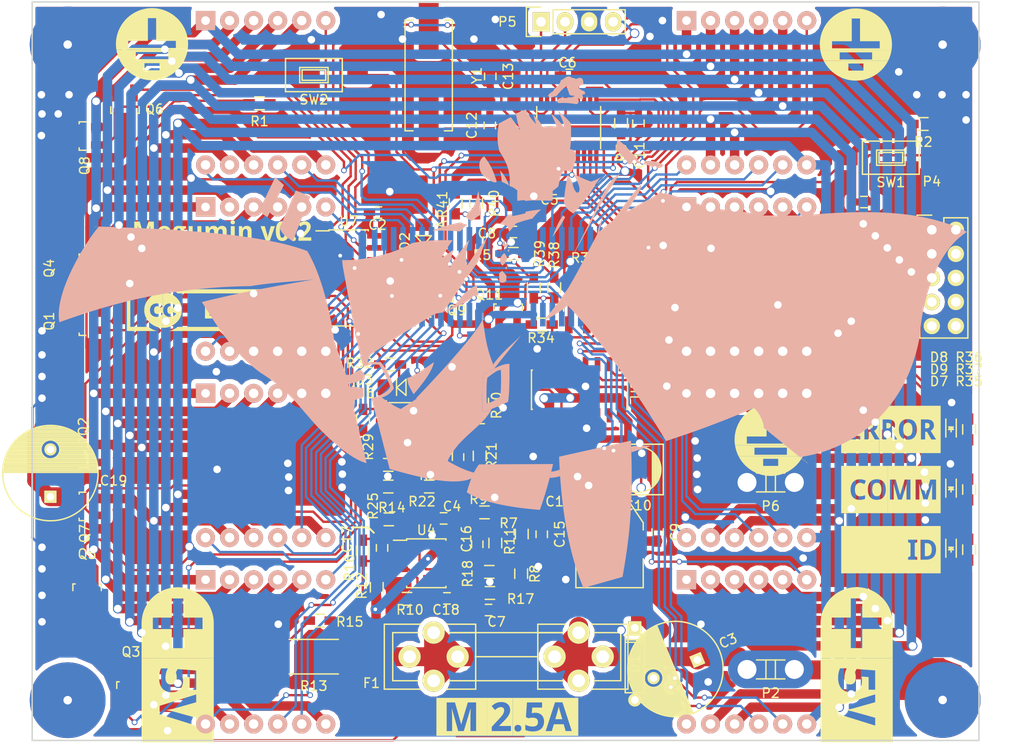
<source format=kicad_pcb>
(kicad_pcb (version 4) (host pcbnew 4.0.4-1.fc24-product)
  (layers (0 F.Cu signal) (31 B.Cu signal) (34 B.Paste user hide) (35 F.Paste user hide) (36 B.SilkS user) (37 F.SilkS user) (38 B.Mask user) (39 F.Mask user) (44 Edge.Cuts user))
  (net 0 "")
  (net 1 "Net-(C1-Pad1)")
  (net 2 /USER_BTN)
  (net 3 GND)
  (net 4 VDD)
  (net 5 +3V3)
  (net 6 /RST)
  (net 7 /XT1)
  (net 8 /XT2)
  (net 9 "Net-(C14-Pad2)")
  (net 10 "Net-(C15-Pad2)")
  (net 11 "Net-(C16-Pad1)")
  (net 12 /CM_STAGE2_FB)
  (net 13 /CM_STAGE1)
  (net 14 /CM_STAGE1_FB)
  (net 15 "Net-(C18-Pad2)")
  (net 16 /SEG_COM_MEAS)
  (net 17 /~WD_RST)
  (net 18 /WD_COMP)
  (net 19 /LED_ID)
  (net 20 /LED_ERROR)
  (net 21 /LED_COMM)
  (net 22 "Net-(D10-Pad6)")
  (net 23 "Net-(D10-Pad9)")
  (net 24 "Net-(D10-Pad8)")
  (net 25 "Net-(D10-Pad12)")
  (net 26 "Net-(D11-Pad6)")
  (net 27 "Net-(D11-Pad9)")
  (net 28 "Net-(D11-Pad8)")
  (net 29 "Net-(D11-Pad12)")
  (net 30 "Net-(D12-Pad6)")
  (net 31 "Net-(D12-Pad9)")
  (net 32 "Net-(D12-Pad8)")
  (net 33 "Net-(D12-Pad12)")
  (net 34 "Net-(D13-Pad6)")
  (net 35 "Net-(D13-Pad9)")
  (net 36 "Net-(D13-Pad8)")
  (net 37 "Net-(D13-Pad12)")
  (net 38 /SEG_E_COM)
  (net 39 /SEG_D_COM)
  (net 40 /SEG_DP_COM)
  (net 41 /SEG_C_COM)
  (net 42 /SEG_G_COM)
  (net 43 "Net-(D14-Pad6)")
  (net 44 "Net-(D14-Pad9)")
  (net 45 "Net-(D14-Pad8)")
  (net 46 "Net-(D14-Pad12)")
  (net 47 /SEG_A_COM)
  (net 48 /SEG_B_COM)
  (net 49 /SEG_F_COM)
  (net 50 "Net-(D15-Pad6)")
  (net 51 "Net-(D15-Pad9)")
  (net 52 "Net-(D15-Pad8)")
  (net 53 "Net-(D15-Pad12)")
  (net 54 "Net-(D16-Pad6)")
  (net 55 "Net-(D16-Pad9)")
  (net 56 "Net-(D16-Pad8)")
  (net 57 "Net-(D16-Pad12)")
  (net 58 "Net-(D17-Pad6)")
  (net 59 "Net-(D17-Pad9)")
  (net 60 "Net-(D17-Pad8)")
  (net 61 "Net-(D17-Pad12)")
  (net 62 /RS485_A)
  (net 63 /RS485_B)
  (net 64 /SWDIO)
  (net 65 /SWCLK)
  (net 66 /SEG_A_CTRL)
  (net 67 /SEG_B_CTRL)
  (net 68 /SEG_C_CTRL)
  (net 69 /SEG_D_CTRL)
  (net 70 /SEG_E_CTRL)
  (net 71 /SEG_F_CTRL)
  (net 72 /SEG_G_CTLR)
  (net 73 /SEG_DP_CTRL)
  (net 74 /~OE)
  (net 75 "Net-(Q9-Pad2)")
  (net 76 "Net-(Q10-Pad2)")
  (net 77 "Net-(Q11-Pad2)")
  (net 78 /RS485_DE)
  (net 79 /CMEAS_OFFX_COMP)
  (net 80 /CMEAS_OUT)
  (net 81 "Net-(R10-Pad2)")
  (net 82 /R_SET_CTRL0)
  (net 83 /R_SET_CTRL1)
  (net 84 "Net-(R38-Pad2)")
  (net 85 /mux_mod_left/R_SET_0)
  (net 86 "Net-(R40-Pad2)")
  (net 87 /mux_mod_left/R_SET_1)
  (net 88 /RS485_RX)
  (net 89 /RS485_TX)
  (net 90 /SCK)
  (net 91 /MOSI_C0)
  (net 92 /STROBE)
  (net 93 /AUX_STROBE)
  (net 94 "Net-(U5-Pad4)")
  (net 95 /MOSI_C3)
  (net 96 "Net-(U5-Pad14)")
  (net 97 /MOSI_C2)
  (net 98 /MOSI_C1)
  (net 99 /mux_mod_left/VDD)
  (net 100 /VDD_PRE_FUSE)
  (net 101 /~WD_RST1)
  (net 102 /~WD_RST2)
  (net 103 /WD_REF2)
  (net 104 /WD_REF1)
  (net 105 "Net-(D7-Pad2)")
  (net 106 "Net-(D8-Pad2)")
  (net 107 "Net-(D9-Pad2)")
  (net 108 "Net-(U5-Pad5)")
  (net 109 "Net-(U5-Pad15)")
  (module footprints:label_gnd_04 (layer F.Cu) (at 61.658 48.214)
    (fp_text reference svg2mod hide)
    (fp_text value G*** hide)
  )
  (module footprints:label_plus_04 (layer F.Cu) (at 64.368 113.754 270)
    (fp_text reference svg2mod hide)
    (fp_text value G*** hide)
  )
  (module footprints:label_gnd_04 (layer F.Cu) (at 127 90)
    (fp_text reference svg2mod hide)
    (fp_text value G*** hide)
  )
  (module Resistors_SMD:R_0603_HandSoldering (layer F.Cu) (at 147.955 101.6 270)
    (fp_text reference R35 (at -17.78 0 360) (layer F.SilkS))
    (fp_text value 100)
    (pad 1 smd rect (at -1.1 0 270) (size 1.2 0.9) (layers F.Cu F.Paste F.Mask) (net 19 /LED_ID))
    (pad 2 smd rect (at 1.1 0 270) (size 1.2 0.9) (layers F.Cu F.Paste F.Mask) (net 105 "Net-(D7-Pad2)"))
  )
  (module Capacitors_SMD:c_elec_5x5.8 (layer F.Cu) (at 112.9919 93.1291 180)
    (fp_text reference C10 (at 0 -3.81 180) (layer F.SilkS))
    (fp_text value 47u)
    (pad 1 smd rect (at 2.19964 0 180) (size 2.99974 1.6002) (layers F.Cu F.Paste F.Mask) (net 5 +3V3))
    (pad 2 smd rect (at -2.19964 0 180) (size 2.99974 1.6002) (layers F.Cu F.Paste F.Mask) (net 3 GND))
  )
  (module Crystals:Crystal_HC49-SD_SMD (layer F.Cu) (at 90.8812 51.5112 270)
    (fp_text reference Y1 (at 0 -5.08 270) (layer F.SilkS))
    (fp_text value 8MHz)
    (pad 1 smd rect (at -4.84886 0 270) (size 5.6007 2.10058) (layers F.Cu F.Paste F.Mask) (net 8 /XT2))
    (pad 2 smd rect (at 4.84886 0 270) (size 5.6007 2.10058) (layers F.Cu F.Paste F.Mask) (net 7 /XT1))
  )
  (module Diodes_SMD:MiniMELF_Standard (layer F.Cu) (at 90.3224 69.0372 90)
    (fp_text reference D2 (at 0 -1.95 90) (layer F.SilkS))
    (fp_text value D_Small)
    (fp_text user K (at -1.8 1.95 90) (layer F.SilkS))
    (fp_text user A (at 1.8 1.95 90) (layer F.SilkS))
    (pad 1 smd rect (at -1.75006 0 90) (size 1.30048 1.69926) (layers F.Cu F.Paste F.Mask) (net 17 /~WD_RST))
    (pad 2 smd rect (at 1.75006 0 90) (size 1.30048 1.69926) (layers F.Cu F.Paste F.Mask) (net 6 /RST))
  )
  (module Diodes_SMD:MiniMELF_Standard (layer F.Cu) (at 94.361 86.233 90)
    (fp_text reference D4 (at 3.429 0.127 180) (layer F.SilkS))
    (fp_text value D_Small)
    (fp_text user K (at -1.8 1.95 90) (layer F.SilkS))
    (fp_text user A (at 1.8 1.95 90) (layer F.SilkS))
    (pad 1 smd rect (at -1.75006 0 90) (size 1.30048 1.69926) (layers F.Cu F.Paste F.Mask) (net 102 /~WD_RST2))
    (pad 2 smd rect (at 1.75006 0 90) (size 1.30048 1.69926) (layers F.Cu F.Paste F.Mask) (net 17 /~WD_RST))
  )
  (module Diodes_SMD:MiniMELF_Standard (layer F.Cu) (at 87.884 84.455)
    (fp_text reference D3 (at -3.81 -0.762) (layer F.SilkS))
    (fp_text value D_Small)
    (fp_text user K (at -1.8 1.95) (layer F.SilkS))
    (fp_text user A (at 1.8 1.95) (layer F.SilkS))
    (pad 1 smd rect (at -1.75006 0) (size 1.30048 1.69926) (layers F.Cu F.Paste F.Mask) (net 101 /~WD_RST1))
    (pad 2 smd rect (at 1.75006 0) (size 1.30048 1.69926) (layers F.Cu F.Paste F.Mask) (net 17 /~WD_RST))
  )
  (module Resistors_SMD:R_2512_HandSoldering (layer F.Cu) (at 78.74 112.903 180)
    (fp_text reference R13 (at 0 -3.1 180) (layer F.SilkS))
    (fp_text value 0.1)
    (pad 1 smd rect (at -3.95 0 180) (size 2.7 3.2) (layers F.Cu F.Paste F.Mask) (net 4 VDD))
    (pad 2 smd rect (at 3.95 0 180) (size 2.7 3.2) (layers F.Cu F.Paste F.Mask) (net 16 /SEG_COM_MEAS))
  )
  (module Capacitors_SMD:C_0603_HandSoldering (layer F.Cu) (at 136.8552 64.8843 180)
    (fp_text reference C1 (at 0 -1.9 180) (layer F.SilkS))
    (fp_text value 100n)
    (pad 1 smd rect (at -0.95 0 180) (size 1.2 0.75) (layers F.Cu F.Paste F.Mask) (net 1 "Net-(C1-Pad1)"))
    (pad 2 smd rect (at 0.95 0 180) (size 1.2 0.75) (layers F.Cu F.Paste F.Mask) (net 2 /USER_BTN))
  )
  (module Capacitors_SMD:C_0603_HandSoldering (layer F.Cu) (at 85.5726 65.9892 180)
    (fp_text reference C2 (at 0.1016 -1.3208 180) (layer F.SilkS))
    (fp_text value 100n)
    (pad 1 smd rect (at -0.95 0 180) (size 1.2 0.75) (layers F.Cu F.Paste F.Mask) (net 3 GND))
    (pad 2 smd rect (at 0.95 0 180) (size 1.2 0.75) (layers F.Cu F.Paste F.Mask) (net 4 VDD))
  )
  (module Capacitors_SMD:C_0603_HandSoldering (layer F.Cu) (at 92.456 98.298)
    (fp_text reference C4 (at 0.889 -1.27) (layer F.SilkS))
    (fp_text value 100n)
    (pad 1 smd rect (at -0.95 0) (size 1.2 0.75) (layers F.Cu F.Paste F.Mask) (net 3 GND))
    (pad 2 smd rect (at 0.95 0) (size 1.2 0.75) (layers F.Cu F.Paste F.Mask) (net 4 VDD))
  )
  (module Capacitors_SMD:C_0603_HandSoldering (layer F.Cu) (at 102.87 63.0428)
    (fp_text reference C5 (at 0.762 1.6002) (layer F.SilkS))
    (fp_text value 100n)
    (pad 1 smd rect (at -0.95 0) (size 1.2 0.75) (layers F.Cu F.Paste F.Mask) (net 3 GND))
    (pad 2 smd rect (at 0.95 0) (size 1.2 0.75) (layers F.Cu F.Paste F.Mask) (net 5 +3V3))
  )
  (module Capacitors_SMD:C_0603_HandSoldering (layer F.Cu) (at 105.7402 51.4604 180)
    (fp_text reference C6 (at 0.2032 1.2954 180) (layer F.SilkS))
    (fp_text value 100n)
    (pad 1 smd rect (at -0.95 0 180) (size 1.2 0.75) (layers F.Cu F.Paste F.Mask) (net 3 GND))
    (pad 2 smd rect (at 0.95 0 180) (size 1.2 0.75) (layers F.Cu F.Paste F.Mask) (net 5 +3V3))
  )
  (module Capacitors_SMD:C_0603_HandSoldering (layer F.Cu) (at 97.2058 107.9754)
    (fp_text reference C7 (at 0.8382 1.2446) (layer F.SilkS))
    (fp_text value 100n)
    (pad 1 smd rect (at -0.95 0) (size 1.2 0.75) (layers F.Cu F.Paste F.Mask) (net 3 GND))
    (pad 2 smd rect (at 0.95 0) (size 1.2 0.75) (layers F.Cu F.Paste F.Mask) (net 5 +3V3))
  )
  (module Capacitors_SMD:C_0603_HandSoldering (layer F.Cu) (at 99.822 68.0466)
    (fp_text reference C8 (at -2.794 0.1524) (layer F.SilkS))
    (fp_text value 100n)
    (pad 1 smd rect (at -0.95 0) (size 1.2 0.75) (layers F.Cu F.Paste F.Mask) (net 3 GND))
    (pad 2 smd rect (at 0.95 0) (size 1.2 0.75) (layers F.Cu F.Paste F.Mask) (net 5 +3V3))
  )
  (module Capacitors_SMD:C_0603_HandSoldering (layer F.Cu) (at 115.062 99.7458 270)
    (fp_text reference C9 (at 0 -1.9 270) (layer F.SilkS))
    (fp_text value 100n)
    (pad 1 smd rect (at -0.95 0 270) (size 1.2 0.75) (layers F.Cu F.Paste F.Mask) (net 3 GND))
    (pad 2 smd rect (at 0.95 0 270) (size 1.2 0.75) (layers F.Cu F.Paste F.Mask) (net 5 +3V3))
  )
  (module Capacitors_SMD:C_0603_HandSoldering (layer F.Cu) (at 113.03 56.5658 270)
    (fp_text reference C11 (at 3.3782 -0.127 270) (layer F.SilkS))
    (fp_text value 10n)
    (pad 1 smd rect (at -0.95 0 270) (size 1.2 0.75) (layers F.Cu F.Paste F.Mask) (net 6 /RST))
    (pad 2 smd rect (at 0.95 0 270) (size 1.2 0.75) (layers F.Cu F.Paste F.Mask) (net 3 GND))
  )
  (module Capacitors_SMD:C_0603_HandSoldering (layer F.Cu) (at 97.3328 56.7944 90)
    (fp_text reference C12 (at 0 -1.9 90) (layer F.SilkS))
    (fp_text value 22p)
    (pad 1 smd rect (at -0.95 0 90) (size 1.2 0.75) (layers F.Cu F.Paste F.Mask) (net 3 GND))
    (pad 2 smd rect (at 0.95 0 90) (size 1.2 0.75) (layers F.Cu F.Paste F.Mask) (net 7 /XT1))
  )
  (module Capacitors_SMD:C_0603_HandSoldering (layer F.Cu) (at 97.3836 51.6128 270)
    (fp_text reference C13 (at 0 -1.9 270) (layer F.SilkS))
    (fp_text value 22p)
    (pad 1 smd rect (at -0.95 0 270) (size 1.2 0.75) (layers F.Cu F.Paste F.Mask) (net 3 GND))
    (pad 2 smd rect (at 0.95 0 270) (size 1.2 0.75) (layers F.Cu F.Paste F.Mask) (net 8 /XT2))
  )
  (module Capacitors_SMD:C_0603_HandSoldering (layer F.Cu) (at 101.5365 96.52 180)
    (fp_text reference C14 (at -3.1115 0 180) (layer F.SilkS))
    (fp_text value 220n)
    (pad 1 smd rect (at -0.95 0 180) (size 1.2 0.75) (layers F.Cu F.Paste F.Mask) (net 3 GND))
    (pad 2 smd rect (at 0.95 0 180) (size 1.2 0.75) (layers F.Cu F.Paste F.Mask) (net 9 "Net-(C14-Pad2)"))
  )
  (module Capacitors_SMD:C_0603_HandSoldering (layer F.Cu) (at 102.8192 99.9744 270)
    (fp_text reference C15 (at 0 -1.9 270) (layer F.SilkS))
    (fp_text value 220n)
    (pad 1 smd rect (at -0.95 0 270) (size 1.2 0.75) (layers F.Cu F.Paste F.Mask) (net 3 GND))
    (pad 2 smd rect (at 0.95 0 270) (size 1.2 0.75) (layers F.Cu F.Paste F.Mask) (net 10 "Net-(C15-Pad2)"))
  )
  (module Capacitors_SMD:C_0603_HandSoldering (layer F.Cu) (at 96.012 101.0285 270)
    (fp_text reference C16 (at -0.5715 1.143 270) (layer F.SilkS))
    (fp_text value comp)
    (pad 1 smd rect (at -0.95 0 270) (size 1.2 0.75) (layers F.Cu F.Paste F.Mask) (net 11 "Net-(C16-Pad1)"))
    (pad 2 smd rect (at 0.95 0 270) (size 1.2 0.75) (layers F.Cu F.Paste F.Mask) (net 12 /CM_STAGE2_FB))
  )
  (module Capacitors_SMD:C_0603_HandSoldering (layer F.Cu) (at 85.9536 101.4095 270)
    (fp_text reference C17 (at -0.9095 3.7036 450) (layer F.SilkS))
    (fp_text value comp)
    (pad 1 smd rect (at -0.95 0 270) (size 1.2 0.75) (layers F.Cu F.Paste F.Mask) (net 13 /CM_STAGE1))
    (pad 2 smd rect (at 0.95 0 270) (size 1.2 0.75) (layers F.Cu F.Paste F.Mask) (net 14 /CM_STAGE1_FB))
  )
  (module Capacitors_SMD:C_0603_HandSoldering (layer F.Cu) (at 92.8116 106.7435)
    (fp_text reference C18 (at -0.1016 1.2065) (layer F.SilkS))
    (fp_text value 100n)
    (pad 1 smd rect (at -0.95 0) (size 1.2 0.75) (layers F.Cu F.Paste F.Mask) (net 3 GND))
    (pad 2 smd rect (at 0.95 0) (size 1.2 0.75) (layers F.Cu F.Paste F.Mask) (net 15 "Net-(C18-Pad2)"))
  )
  (module Capacitors_SMD:C_0603_HandSoldering (layer F.Cu) (at 93.98 91.821 270)
    (fp_text reference C20 (at -1.524 1.016 270) (layer F.SilkS))
    (fp_text value 100n)
    (pad 1 smd rect (at -0.95 0 270) (size 1.2 0.75) (layers F.Cu F.Paste F.Mask) (net 18 /WD_COMP))
    (pad 2 smd rect (at 0.95 0 270) (size 1.2 0.75) (layers F.Cu F.Paste F.Mask) (net 3 GND))
  )
  (module LEDs:LED_0603 (layer F.Cu) (at 146.05 101.6 270)
    (fp_text reference D7 (at -17.78 1.27 360) (layer F.SilkS))
    (fp_text value ID)
    (pad 2 smd rect (at 0.7493 0 90) (size 0.79756 0.79756) (layers F.Cu F.Paste F.Mask) (net 105 "Net-(D7-Pad2)"))
    (pad 1 smd rect (at -0.7493 0 90) (size 0.79756 0.79756) (layers F.Cu F.Paste F.Mask) (net 3 GND))
  )
  (module LEDs:LED_0603 (layer F.Cu) (at 146.05 88.9 270)
    (fp_text reference D8 (at -7.62 1.27 360) (layer F.SilkS))
    (fp_text value ERROR)
    (pad 2 smd rect (at 0.7493 0 90) (size 0.79756 0.79756) (layers F.Cu F.Paste F.Mask) (net 106 "Net-(D8-Pad2)"))
    (pad 1 smd rect (at -0.7493 0 90) (size 0.79756 0.79756) (layers F.Cu F.Paste F.Mask) (net 3 GND))
  )
  (module LEDs:LED_0603 (layer F.Cu) (at 146.05 95.25 270)
    (fp_text reference D9 (at -12.7 1.27 360) (layer F.SilkS))
    (fp_text value COMM)
    (pad 2 smd rect (at 0.7493 0 90) (size 0.79756 0.79756) (layers F.Cu F.Paste F.Mask) (net 107 "Net-(D9-Pad2)"))
    (pad 1 smd rect (at -0.7493 0 90) (size 0.79756 0.79756) (layers F.Cu F.Paste F.Mask) (net 3 GND))
  )
  (module Fuse_Holders_and_Fuses:Fuseholder5x20_horiz_open_universal_Type-III (layer F.Cu) (at 99.06 112.903 180)
    (fp_text reference F1 (at 14.224 -2.794 180) (layer F.SilkS))
    (fp_text value "2.5A MT")
    (pad 2 thru_hole circle (at 5.12064 0 180) (size 2.3495 2.3495) (drill 1.34874) (layers *.Cu *.Mask F.SilkS) (net 4 VDD))
    (pad 2 thru_hole circle (at 10.20064 0 180) (size 2.3495 2.3495) (drill 1.34874) (layers *.Cu *.Mask F.SilkS) (net 4 VDD))
    (pad 1 thru_hole circle (at -5.1181 0 180) (size 2.3495 2.3495) (drill 1.34874) (layers *.Cu *.Mask F.SilkS) (net 100 /VDD_PRE_FUSE))
    (pad 1 thru_hole circle (at -10.1981 0 180) (size 2.3495 2.3495) (drill 1.34874) (layers *.Cu *.Mask F.SilkS) (net 100 /VDD_PRE_FUSE))
    (pad 2 thru_hole circle (at 7.66064 -2.54 180) (size 2.3495 2.3495) (drill 1.34874) (layers *.Cu *.Mask F.SilkS) (net 4 VDD))
    (pad 2 thru_hole circle (at 7.66064 2.54 180) (size 2.3495 2.3495) (drill 1.34874) (layers *.Cu *.Mask F.SilkS) (net 4 VDD))
    (pad 1 thru_hole circle (at -7.6581 -2.54 180) (size 2.3495 2.3495) (drill 1.34874) (layers *.Cu *.Mask F.SilkS) (net 100 /VDD_PRE_FUSE))
    (pad 1 thru_hole circle (at -7.6581 2.54 180) (size 2.3495 2.3495) (drill 1.34874) (layers *.Cu *.Mask F.SilkS) (net 100 /VDD_PRE_FUSE))
  )
  (module Pin_Headers:Pin_Header_Straight_2x05 (layer F.Cu) (at 144.018 67.818)
    (fp_text reference P4 (at 0 -5.1) (layer F.SilkS))
    (fp_text value CONN_02X05)
    (pad 1 thru_hole rect (at 0 0) (size 1.7272 1.7272) (drill 1.016) (layers *.Cu *.Mask F.SilkS) (net 3 GND))
    (pad 2 thru_hole oval (at 2.54 0) (size 1.7272 1.7272) (drill 1.016) (layers *.Cu *.Mask F.SilkS) (net 3 GND))
    (pad 3 thru_hole oval (at 0 2.54) (size 1.7272 1.7272) (drill 1.016) (layers *.Cu *.Mask F.SilkS) (net 3 GND))
    (pad 4 thru_hole oval (at 2.54 2.54) (size 1.7272 1.7272) (drill 1.016) (layers *.Cu *.Mask F.SilkS) (net 3 GND))
    (pad 5 thru_hole oval (at 0 5.08) (size 1.7272 1.7272) (drill 1.016) (layers *.Cu *.Mask F.SilkS) (net 63 /RS485_B))
    (pad 6 thru_hole oval (at 2.54 5.08) (size 1.7272 1.7272) (drill 1.016) (layers *.Cu *.Mask F.SilkS) (net 3 GND))
    (pad 7 thru_hole oval (at 0 7.62) (size 1.7272 1.7272) (drill 1.016) (layers *.Cu *.Mask F.SilkS) (net 62 /RS485_A))
    (pad 8 thru_hole oval (at 2.54 7.62) (size 1.7272 1.7272) (drill 1.016) (layers *.Cu *.Mask F.SilkS) (net 3 GND))
    (pad 9 thru_hole oval (at 0 10.16) (size 1.7272 1.7272) (drill 1.016) (layers *.Cu *.Mask F.SilkS) (net 3 GND))
    (pad 10 thru_hole oval (at 2.54 10.16) (size 1.7272 1.7272) (drill 1.016) (layers *.Cu *.Mask F.SilkS) (net 3 GND))
  )
  (module Socket_Strips:Socket_Strip_Straight_1x04 (layer F.Cu) (at 102.743 45.847)
    (fp_text reference P5 (at -3.556 0) (layer F.SilkS))
    (fp_text value SWD)
    (pad 1 thru_hole rect (at 0 0) (size 1.7272 2.032) (drill 1.016) (layers *.Cu *.Mask F.SilkS) (net 64 /SWDIO))
    (pad 2 thru_hole oval (at 2.54 0) (size 1.7272 2.032) (drill 1.016) (layers *.Cu *.Mask F.SilkS) (net 65 /SWCLK))
    (pad 3 thru_hole oval (at 5.08 0) (size 1.7272 2.032) (drill 1.016) (layers *.Cu *.Mask F.SilkS) (net 3 GND))
    (pad 4 thru_hole oval (at 7.62 0) (size 1.7272 2.032) (drill 1.016) (layers *.Cu *.Mask F.SilkS) (net 5 +3V3))
  )
  (module TO_SOT_Packages_SMD:SOT-23_Handsoldering (layer F.Cu) (at 54.61 77.47 90)
    (fp_text reference Q1 (at 0 -3.81 90) (layer F.SilkS))
    (fp_text value AO3415A)
    (pad 1 smd rect (at -0.95 1.50114 90) (size 0.8001 1.80086) (layers F.Cu F.Paste F.Mask) (net 68 /SEG_C_CTRL))
    (pad 2 smd rect (at 0.95 1.50114 90) (size 0.8001 1.80086) (layers F.Cu F.Paste F.Mask) (net 41 /SEG_C_COM))
    (pad 3 smd rect (at 0 -1.50114 90) (size 0.8001 1.80086) (layers F.Cu F.Paste F.Mask) (net 16 /SEG_COM_MEAS))
  )
  (module TO_SOT_Packages_SMD:SOT-23_Handsoldering (layer F.Cu) (at 54.61 91.44 90)
    (fp_text reference Q2 (at 2.84 -0.191 90) (layer F.SilkS))
    (fp_text value AO3415A)
    (pad 1 smd rect (at -0.95 1.50114 90) (size 0.8001 1.80086) (layers F.Cu F.Paste F.Mask) (net 72 /SEG_G_CTLR))
    (pad 2 smd rect (at 0.95 1.50114 90) (size 0.8001 1.80086) (layers F.Cu F.Paste F.Mask) (net 42 /SEG_G_COM))
    (pad 3 smd rect (at 0 -1.50114 90) (size 0.8001 1.80086) (layers F.Cu F.Paste F.Mask) (net 16 /SEG_COM_MEAS))
  )
  (module TO_SOT_Packages_SMD:SOT-23_Handsoldering (layer F.Cu) (at 59.436 116.205)
    (fp_text reference Q3 (at 0 -3.81) (layer F.SilkS))
    (fp_text value AO3415A)
    (pad 1 smd rect (at -0.95 1.50114) (size 0.8001 1.80086) (layers F.Cu F.Paste F.Mask) (net 67 /SEG_B_CTRL))
    (pad 2 smd rect (at 0.95 1.50114) (size 0.8001 1.80086) (layers F.Cu F.Paste F.Mask) (net 48 /SEG_B_COM))
    (pad 3 smd rect (at 0 -1.50114) (size 0.8001 1.80086) (layers F.Cu F.Paste F.Mask) (net 16 /SEG_COM_MEAS))
  )
  (module TO_SOT_Packages_SMD:SOT-23_Handsoldering (layer F.Cu) (at 54.61 71.882 90)
    (fp_text reference Q4 (at 0 -3.81 90) (layer F.SilkS))
    (fp_text value AO3415A)
    (pad 1 smd rect (at -0.95 1.50114 90) (size 0.8001 1.80086) (layers F.Cu F.Paste F.Mask) (net 73 /SEG_DP_CTRL))
    (pad 2 smd rect (at 0.95 1.50114 90) (size 0.8001 1.80086) (layers F.Cu F.Paste F.Mask) (net 40 /SEG_DP_COM))
    (pad 3 smd rect (at 0 -1.50114 90) (size 0.8001 1.80086) (layers F.Cu F.Paste F.Mask) (net 16 /SEG_COM_MEAS))
  )
  (module TO_SOT_Packages_SMD:SOT-23_Handsoldering (layer F.Cu) (at 54.8 105.872)
    (fp_text reference Q5 (at 0 -3.81) (layer F.SilkS))
    (fp_text value AO3415A)
    (pad 1 smd rect (at -0.95 1.50114) (size 0.8001 1.80086) (layers F.Cu F.Paste F.Mask) (net 71 /SEG_F_CTRL))
    (pad 2 smd rect (at 0.95 1.50114) (size 0.8001 1.80086) (layers F.Cu F.Paste F.Mask) (net 49 /SEG_F_COM))
    (pad 3 smd rect (at 0 -1.50114) (size 0.8001 1.80086) (layers F.Cu F.Paste F.Mask) (net 16 /SEG_COM_MEAS))
  )
  (module TO_SOT_Packages_SMD:SOT-23_Handsoldering (layer F.Cu) (at 58.801 54.864 180)
    (fp_text reference Q6 (at -3.111 -0.208 180) (layer F.SilkS))
    (fp_text value AO3415A)
    (pad 1 smd rect (at -0.95 1.50114 180) (size 0.8001 1.80086) (layers F.Cu F.Paste F.Mask) (net 69 /SEG_D_CTRL))
    (pad 2 smd rect (at 0.95 1.50114 180) (size 0.8001 1.80086) (layers F.Cu F.Paste F.Mask) (net 39 /SEG_D_COM))
    (pad 3 smd rect (at 0 -1.50114 180) (size 0.8001 1.80086) (layers F.Cu F.Paste F.Mask) (net 16 /SEG_COM_MEAS))
  )
  (module TO_SOT_Packages_SMD:SOT-23_Handsoldering (layer F.Cu) (at 54.61 97.028 90)
    (fp_text reference Q7 (at -2.875 -0.064 90) (layer F.SilkS))
    (fp_text value AO3415A)
    (pad 1 smd rect (at -0.95 1.50114 90) (size 0.8001 1.80086) (layers F.Cu F.Paste F.Mask) (net 66 /SEG_A_CTRL))
    (pad 2 smd rect (at 0.95 1.50114 90) (size 0.8001 1.80086) (layers F.Cu F.Paste F.Mask) (net 47 /SEG_A_COM))
    (pad 3 smd rect (at 0 -1.50114 90) (size 0.8001 1.80086) (layers F.Cu F.Paste F.Mask) (net 16 /SEG_COM_MEAS))
  )
  (module TO_SOT_Packages_SMD:SOT-23_Handsoldering (layer F.Cu) (at 54.61 57.912 90)
    (fp_text reference Q8 (at -3.129 -0.064 90) (layer F.SilkS))
    (fp_text value AO3415A)
    (pad 1 smd rect (at -0.95 1.50114 90) (size 0.8001 1.80086) (layers F.Cu F.Paste F.Mask) (net 70 /SEG_E_CTRL))
    (pad 2 smd rect (at 0.95 1.50114 90) (size 0.8001 1.80086) (layers F.Cu F.Paste F.Mask) (net 38 /SEG_E_COM))
    (pad 3 smd rect (at 0 -1.50114 90) (size 0.8001 1.80086) (layers F.Cu F.Paste F.Mask) (net 16 /SEG_COM_MEAS))
  )
  (module TO_SOT_Packages_SMD:SOT-23_Handsoldering (layer F.Cu) (at 91.948 74.7776 180)
    (fp_text reference Q9 (at -1.905 -1.5494 180) (layer F.SilkS))
    (fp_text value Q_PNP_CBE)
    (pad 1 smd rect (at -0.95 1.50114 180) (size 0.8001 1.80086) (layers F.Cu F.Paste F.Mask) (net 74 /~OE))
    (pad 2 smd rect (at 0.95 1.50114 180) (size 0.8001 1.80086) (layers F.Cu F.Paste F.Mask) (net 75 "Net-(Q9-Pad2)"))
    (pad 3 smd rect (at 0 -1.50114 180) (size 0.8001 1.80086) (layers F.Cu F.Paste F.Mask) (net 5 +3V3))
  )
  (module TO_SOT_Packages_SMD:SOT-23_Handsoldering (layer F.Cu) (at 106.6292 76.3524)
    (fp_text reference Q10 (at 2.8448 -0.2794) (layer F.SilkS))
    (fp_text value Q_NPN_CBE)
    (pad 1 smd rect (at -0.95 1.50114) (size 0.8001 1.80086) (layers F.Cu F.Paste F.Mask) (net 85 /mux_mod_left/R_SET_0))
    (pad 2 smd rect (at 0.95 1.50114) (size 0.8001 1.80086) (layers F.Cu F.Paste F.Mask) (net 76 "Net-(Q10-Pad2)"))
    (pad 3 smd rect (at 0 -1.50114) (size 0.8001 1.80086) (layers F.Cu F.Paste F.Mask) (net 3 GND))
  )
  (module TO_SOT_Packages_SMD:SOT-23_Handsoldering (layer F.Cu) (at 99.2632 76.3016)
    (fp_text reference Q11 (at -1.9812 -1.6256) (layer F.SilkS))
    (fp_text value Q_NPN_CBE)
    (pad 1 smd rect (at -0.95 1.50114) (size 0.8001 1.80086) (layers F.Cu F.Paste F.Mask) (net 87 /mux_mod_left/R_SET_1))
    (pad 2 smd rect (at 0.95 1.50114) (size 0.8001 1.80086) (layers F.Cu F.Paste F.Mask) (net 77 "Net-(Q11-Pad2)"))
    (pad 3 smd rect (at 0 -1.50114) (size 0.8001 1.80086) (layers F.Cu F.Paste F.Mask) (net 3 GND))
  )
  (module Resistors_SMD:R_0603_HandSoldering (layer F.Cu) (at 73.0123 54.4576 180)
    (fp_text reference R1 (at 0 -1.9 180) (layer F.SilkS))
    (fp_text value 10k)
    (pad 1 smd rect (at -1.1 0 180) (size 1.2 0.9) (layers F.Cu F.Paste F.Mask) (net 2 /USER_BTN))
    (pad 2 smd rect (at 1.1 0 180) (size 1.2 0.9) (layers F.Cu F.Paste F.Mask) (net 16 /SEG_COM_MEAS))
  )
  (module Resistors_SMD:R_0603_HandSoldering (layer F.Cu) (at 143.129 56.642 180)
    (fp_text reference R2 (at 0 -1.9 180) (layer F.SilkS))
    (fp_text value 10k)
    (pad 1 smd rect (at -1.1 0 180) (size 1.2 0.9) (layers F.Cu F.Paste F.Mask) (net 1 "Net-(C1-Pad1)"))
    (pad 2 smd rect (at 1.1 0 180) (size 1.2 0.9) (layers F.Cu F.Paste F.Mask) (net 2 /USER_BTN))
  )
  (module Resistors_SMD:R_0603_HandSoldering (layer F.Cu) (at 111.2012 56.5658 90)
    (fp_text reference R3 (at -3.1242 0.0508 90) (layer F.SilkS))
    (fp_text value 47k)
    (pad 1 smd rect (at -1.1 0 90) (size 1.2 0.9) (layers F.Cu F.Paste F.Mask) (net 5 +3V3))
    (pad 2 smd rect (at 1.1 0 90) (size 1.2 0.9) (layers F.Cu F.Paste F.Mask) (net 6 /RST))
  )
  (module Resistors_SMD:R_0603_HandSoldering (layer F.Cu) (at 113.157 74.676 270)
    (fp_text reference R4 (at 0 1.524 270) (layer F.SilkS))
    (fp_text value 100k)
    (pad 1 smd rect (at -1.1 0 270) (size 1.2 0.9) (layers F.Cu F.Paste F.Mask) (net 78 /RS485_DE))
    (pad 2 smd rect (at 1.1 0 270) (size 1.2 0.9) (layers F.Cu F.Paste F.Mask) (net 3 GND))
  )
  (module Resistors_SMD:R_0603_HandSoldering (layer F.Cu) (at 99.822 70.358)
    (fp_text reference R5 (at -3.302 0.127) (layer F.SilkS))
    (fp_text value 10k)
    (pad 1 smd rect (at -1.1 0) (size 1.2 0.9) (layers F.Cu F.Paste F.Mask) (net 74 /~OE))
    (pad 2 smd rect (at 1.1 0) (size 1.2 0.9) (layers F.Cu F.Paste F.Mask) (net 5 +3V3))
  )
  (module Resistors_SMD:R_0603_HandSoldering (layer F.Cu) (at 101.473 94.615 180)
    (fp_text reference R6 (at 0.127 1.27 180) (layer F.SilkS))
    (fp_text value 4k7)
    (pad 1 smd rect (at -1.1 0 180) (size 1.2 0.9) (layers F.Cu F.Paste F.Mask) (net 79 /CMEAS_OFFX_COMP))
    (pad 2 smd rect (at 1.1 0 180) (size 1.2 0.9) (layers F.Cu F.Paste F.Mask) (net 9 "Net-(C14-Pad2)"))
  )
  (module Resistors_SMD:R_0603_HandSoldering (layer F.Cu) (at 100.711 99.949 270)
    (fp_text reference R7 (at -1.143 1.397 540) (layer F.SilkS))
    (fp_text value 4k7)
    (pad 1 smd rect (at -1.1 0 270) (size 1.2 0.9) (layers F.Cu F.Paste F.Mask) (net 9 "Net-(C14-Pad2)"))
    (pad 2 smd rect (at 1.1 0 270) (size 1.2 0.9) (layers F.Cu F.Paste F.Mask) (net 10 "Net-(C15-Pad2)"))
  )
  (module Resistors_SMD:R_0603_HandSoldering (layer F.Cu) (at 100.6475 104.14 90)
    (fp_text reference R8 (at 0 1.4605 90) (layer F.SilkS))
    (fp_text value 4k7)
    (pad 1 smd rect (at -1.1 0 90) (size 1.2 0.9) (layers F.Cu F.Paste F.Mask) (net 12 /CM_STAGE2_FB))
    (pad 2 smd rect (at 1.1 0 90) (size 1.2 0.9) (layers F.Cu F.Paste F.Mask) (net 10 "Net-(C15-Pad2)"))
  )
  (module Resistors_SMD:R_0603_HandSoldering (layer F.Cu) (at 96.774 97.663)
    (fp_text reference R9 (at -0.635 -1.397) (layer F.SilkS))
    (fp_text value 1k)
    (pad 1 smd rect (at -1.1 0) (size 1.2 0.9) (layers F.Cu F.Paste F.Mask) (net 11 "Net-(C16-Pad1)"))
    (pad 2 smd rect (at 1.1 0) (size 1.2 0.9) (layers F.Cu F.Paste F.Mask) (net 80 /CMEAS_OUT))
  )
  (module Resistors_SMD:R_0603_HandSoldering (layer F.Cu) (at 88.5952 106.7943)
    (fp_text reference R10 (at 0.3048 1.1557) (layer F.SilkS))
    (fp_text value 47k)
    (pad 1 smd rect (at -1.1 0) (size 1.2 0.9) (layers F.Cu F.Paste F.Mask) (net 3 GND))
    (pad 2 smd rect (at 1.1 0) (size 1.2 0.9) (layers F.Cu F.Paste F.Mask) (net 81 "Net-(R10-Pad2)"))
  )
  (module Resistors_SMD:R_0603_HandSoldering (layer F.Cu) (at 97.917 100.9015 270)
    (fp_text reference R11 (at -0.1905 -1.524 270) (layer F.SilkS))
    (fp_text value 100k)
    (pad 1 smd rect (at -1.1 0 270) (size 1.2 0.9) (layers F.Cu F.Paste F.Mask) (net 11 "Net-(C16-Pad1)"))
    (pad 2 smd rect (at 1.1 0 270) (size 1.2 0.9) (layers F.Cu F.Paste F.Mask) (net 12 /CM_STAGE2_FB))
  )
  (module Resistors_SMD:R_0603_HandSoldering (layer F.Cu) (at 85.3948 105.5751 270)
    (fp_text reference R12 (at -0.1651 1.5748 270) (layer F.SilkS))
    (fp_text value 10k)
    (pad 1 smd rect (at -1.1 0 270) (size 1.2 0.9) (layers F.Cu F.Paste F.Mask) (net 81 "Net-(R10-Pad2)"))
    (pad 2 smd rect (at 1.1 0 270) (size 1.2 0.9) (layers F.Cu F.Paste F.Mask) (net 4 VDD))
  )
  (module Resistors_SMD:R_0603_HandSoldering (layer F.Cu) (at 86.6648 98.3996 180)
    (fp_text reference R14 (at -0.3302 1.2446 180) (layer F.SilkS))
    (fp_text value 10k)
    (pad 1 smd rect (at -1.1 0 180) (size 1.2 0.9) (layers F.Cu F.Paste F.Mask) (net 12 /CM_STAGE2_FB))
    (pad 2 smd rect (at 1.1 0 180) (size 1.2 0.9) (layers F.Cu F.Paste F.Mask) (net 13 /CM_STAGE1))
  )
  (module Resistors_SMD:R_0603_HandSoldering (layer F.Cu) (at 79.375 109.093 180)
    (fp_text reference R15 (at -3.175 -0.127 180) (layer F.SilkS))
    (fp_text value 10k)
    (pad 1 smd rect (at -1.1 0 180) (size 1.2 0.9) (layers F.Cu F.Paste F.Mask) (net 14 /CM_STAGE1_FB))
    (pad 2 smd rect (at 1.1 0 180) (size 1.2 0.9) (layers F.Cu F.Paste F.Mask) (net 16 /SEG_COM_MEAS))
  )
  (module Resistors_SMD:R_0603_HandSoldering (layer F.Cu) (at 83.9216 101.7016 270)
    (fp_text reference R16 (at 1.7984 1.4216 270) (layer F.SilkS))
    (fp_text value 47k)
    (pad 1 smd rect (at -1.1 0 270) (size 1.2 0.9) (layers F.Cu F.Paste F.Mask) (net 13 /CM_STAGE1))
    (pad 2 smd rect (at 1.1 0 270) (size 1.2 0.9) (layers F.Cu F.Paste F.Mask) (net 14 /CM_STAGE1_FB))
  )
  (module Resistors_SMD:R_0603_HandSoldering (layer F.Cu) (at 97.3455 106.172 180)
    (fp_text reference R17 (at -3.2385 -0.635 360) (layer F.SilkS))
    (fp_text value 4k7)
    (pad 1 smd rect (at -1.1 0 180) (size 1.2 0.9) (layers F.Cu F.Paste F.Mask) (net 5 +3V3))
    (pad 2 smd rect (at 1.1 0 180) (size 1.2 0.9) (layers F.Cu F.Paste F.Mask) (net 15 "Net-(C18-Pad2)"))
  )
  (module Resistors_SMD:R_0603_HandSoldering (layer F.Cu) (at 97.282 103.9495)
    (fp_text reference R18 (at -2.286 0.1905 90) (layer F.SilkS))
    (fp_text value 4k7)
    (pad 1 smd rect (at -1.1 0) (size 1.2 0.9) (layers F.Cu F.Paste F.Mask) (net 15 "Net-(C18-Pad2)"))
    (pad 2 smd rect (at 1.1 0) (size 1.2 0.9) (layers F.Cu F.Paste F.Mask) (net 3 GND))
  )
  (module Resistors_SMD:R_0603_HandSoldering (layer F.Cu) (at 89.2048 74.7776 270)
    (fp_text reference R19 (at 1.0414 -1.4732 270) (layer F.SilkS))
    (fp_text value 10k)
    (pad 1 smd rect (at -1.1 0 270) (size 1.2 0.9) (layers F.Cu F.Paste F.Mask) (net 75 "Net-(Q9-Pad2)"))
    (pad 2 smd rect (at 1.1 0 270) (size 1.2 0.9) (layers F.Cu F.Paste F.Mask) (net 17 /~WD_RST))
  )
  (module Resistors_SMD:R_0603_HandSoldering (layer F.Cu) (at 96.52 86.106 90)
    (fp_text reference R20 (at -0.254 1.524 90) (layer F.SilkS))
    (fp_text value 47k)
    (pad 1 smd rect (at -1.1 0 90) (size 1.2 0.9) (layers F.Cu F.Paste F.Mask) (net 5 +3V3))
    (pad 2 smd rect (at 1.1 0 90) (size 1.2 0.9) (layers F.Cu F.Paste F.Mask) (net 17 /~WD_RST))
  )
  (module Resistors_SMD:R_0603_HandSoldering (layer F.Cu) (at 83.947 87.884 90)
    (fp_text reference R23 (at 2.884 -1.447 90) (layer F.SilkS))
    (fp_text value 470k)
    (pad 1 smd rect (at -1.1 0 90) (size 1.2 0.9) (layers F.Cu F.Paste F.Mask) (net 104 /WD_REF1))
    (pad 2 smd rect (at 1.1 0 90) (size 1.2 0.9) (layers F.Cu F.Paste F.Mask) (net 101 /~WD_RST1))
  )
  (module Resistors_SMD:R_0603_HandSoldering (layer F.Cu) (at 147.955 88.9 270)
    (fp_text reference R36 (at -7.62 0 360) (layer F.SilkS))
    (fp_text value 140)
    (pad 1 smd rect (at -1.1 0 270) (size 1.2 0.9) (layers F.Cu F.Paste F.Mask) (net 20 /LED_ERROR))
    (pad 2 smd rect (at 1.1 0 270) (size 1.2 0.9) (layers F.Cu F.Paste F.Mask) (net 106 "Net-(D8-Pad2)"))
  )
  (module Resistors_SMD:R_0603_HandSoldering (layer F.Cu) (at 147.955 95.25 270)
    (fp_text reference R37 (at -12.7 0 540) (layer F.SilkS))
    (fp_text value 100)
    (pad 1 smd rect (at -1.1 0 270) (size 1.2 0.9) (layers F.Cu F.Paste F.Mask) (net 21 /LED_COMM))
    (pad 2 smd rect (at 1.1 0 270) (size 1.2 0.9) (layers F.Cu F.Paste F.Mask) (net 107 "Net-(D9-Pad2)"))
  )
  (module Resistors_SMD:R_0603_HandSoldering (layer F.Cu) (at 104.14 73.914 270)
    (fp_text reference R38 (at -3.429 0 270) (layer F.SilkS))
    (fp_text value R)
    (pad 1 smd rect (at -1.1 0 270) (size 1.2 0.9) (layers F.Cu F.Paste F.Mask) (net 85 /mux_mod_left/R_SET_0))
    (pad 2 smd rect (at 1.1 0 270) (size 1.2 0.9) (layers F.Cu F.Paste F.Mask) (net 84 "Net-(R38-Pad2)"))
  )
  (module Resistors_SMD:R_0603_HandSoldering (layer F.Cu) (at 101.981 73.914 270)
    (fp_text reference R39 (at -3.556 -0.635 270) (layer F.SilkS))
    (fp_text value R)
    (pad 1 smd rect (at -1.1 0 270) (size 1.2 0.9) (layers F.Cu F.Paste F.Mask) (net 87 /mux_mod_left/R_SET_1))
    (pad 2 smd rect (at 1.1 0 270) (size 1.2 0.9) (layers F.Cu F.Paste F.Mask) (net 84 "Net-(R38-Pad2)"))
  )
  (module Resistors_SMD:R_0603_HandSoldering (layer F.Cu) (at 95.885 65.024 270)
    (fp_text reference R40 (at 0 -1.9 270) (layer F.SilkS))
    (fp_text value R)
    (pad 1 smd rect (at -1.1 0 270) (size 1.2 0.9) (layers F.Cu F.Paste F.Mask) (net 85 /mux_mod_left/R_SET_0))
    (pad 2 smd rect (at 1.1 0 270) (size 1.2 0.9) (layers F.Cu F.Paste F.Mask) (net 86 "Net-(R40-Pad2)"))
  )
  (module Resistors_SMD:R_0603_HandSoldering (layer F.Cu) (at 93.726 65.024 270)
    (fp_text reference R41 (at 0.127 1.397 270) (layer F.SilkS))
    (fp_text value R)
    (pad 1 smd rect (at -1.1 0 270) (size 1.2 0.9) (layers F.Cu F.Paste F.Mask) (net 87 /mux_mod_left/R_SET_1))
    (pad 2 smd rect (at 1.1 0 270) (size 1.2 0.9) (layers F.Cu F.Paste F.Mask) (net 86 "Net-(R40-Pad2)"))
  )
  (module TO_SOT_Packages_SMD:SOT-223 (layer F.Cu) (at 109.982 101.0412)
    (fp_text reference U1 (at 0 -0.762) (layer F.SilkS))
    (fp_text value LD1117S33CTR)
    (pad 4 smd rect (at 0 -3.302) (size 3.6576 2.032) (layers F.Cu F.Paste F.Mask))
    (pad 2 smd rect (at 0 3.302) (size 1.016 2.032) (layers F.Cu F.Paste F.Mask) (net 5 +3V3))
    (pad 3 smd rect (at 2.286 3.302) (size 1.016 2.032) (layers F.Cu F.Paste F.Mask) (net 4 VDD))
    (pad 1 smd rect (at -2.286 3.302) (size 1.016 2.032) (layers F.Cu F.Paste F.Mask) (net 3 GND))
  )
  (module Housings_SOIC:SOIC-8_3.9x4.9mm_Pitch1.27mm (layer F.Cu) (at 117.983 73.914)
    (fp_text reference U2 (at 0 -3.5) (layer F.SilkS))
    (fp_text value SP3485CN)
    (pad 1 smd rect (at -2.7 -1.905) (size 1.55 0.6) (layers F.Cu F.Paste F.Mask) (net 88 /RS485_RX))
    (pad 2 smd rect (at -2.7 -0.635) (size 1.55 0.6) (layers F.Cu F.Paste F.Mask) (net 78 /RS485_DE))
    (pad 3 smd rect (at -2.7 0.635) (size 1.55 0.6) (layers F.Cu F.Paste F.Mask) (net 78 /RS485_DE))
    (pad 4 smd rect (at -2.7 1.905) (size 1.55 0.6) (layers F.Cu F.Paste F.Mask) (net 89 /RS485_TX))
    (pad 5 smd rect (at 2.7 1.905) (size 1.55 0.6) (layers F.Cu F.Paste F.Mask) (net 3 GND))
    (pad 6 smd rect (at 2.7 0.635) (size 1.55 0.6) (layers F.Cu F.Paste F.Mask) (net 62 /RS485_A))
    (pad 7 smd rect (at 2.7 -0.635) (size 1.55 0.6) (layers F.Cu F.Paste F.Mask) (net 63 /RS485_B))
    (pad 8 smd rect (at 2.7 -1.905) (size 1.55 0.6) (layers F.Cu F.Paste F.Mask) (net 5 +3V3))
  )
  (module Housings_SSOP:TSSOP-20_4.4x6.5mm_Pitch0.65mm (layer F.Cu) (at 105.664 57.023 90)
    (fp_text reference U3 (at 0 -4.3 90) (layer F.SilkS))
    (fp_text value STM32F030F4Px)
    (pad 1 smd rect (at -2.95 -2.925 90) (size 1.45 0.45) (layers F.Cu F.Paste F.Mask) (net 5 +3V3))
    (pad 2 smd rect (at -2.95 -2.275 90) (size 1.45 0.45) (layers F.Cu F.Paste F.Mask) (net 7 /XT1))
    (pad 3 smd rect (at -2.95 -1.625 90) (size 1.45 0.45) (layers F.Cu F.Paste F.Mask) (net 8 /XT2))
    (pad 4 smd rect (at -2.95 -0.975 90) (size 1.45 0.45) (layers F.Cu F.Paste F.Mask) (net 6 /RST))
    (pad 5 smd rect (at -2.95 -0.325 90) (size 1.45 0.45) (layers F.Cu F.Paste F.Mask) (net 5 +3V3))
    (pad 6 smd rect (at -2.95 0.325 90) (size 1.45 0.45) (layers F.Cu F.Paste F.Mask) (net 2 /USER_BTN))
    (pad 7 smd rect (at -2.95 0.975 90) (size 1.45 0.45) (layers F.Cu F.Paste F.Mask) (net 78 /RS485_DE))
    (pad 8 smd rect (at -2.95 1.625 90) (size 1.45 0.45) (layers F.Cu F.Paste F.Mask) (net 89 /RS485_TX))
    (pad 9 smd rect (at -2.95 2.275 90) (size 1.45 0.45) (layers F.Cu F.Paste F.Mask) (net 88 /RS485_RX))
    (pad 10 smd rect (at -2.95 2.925 90) (size 1.45 0.45) (layers F.Cu F.Paste F.Mask) (net 80 /CMEAS_OUT))
    (pad 11 smd rect (at 2.95 2.925 90) (size 1.45 0.45) (layers F.Cu F.Paste F.Mask) (net 90 /SCK))
    (pad 12 smd rect (at 2.95 2.275 90) (size 1.45 0.45) (layers F.Cu F.Paste F.Mask) (net 74 /~OE))
    (pad 13 smd rect (at 2.95 1.625 90) (size 1.45 0.45) (layers F.Cu F.Paste F.Mask) (net 91 /MOSI_C0))
    (pad 14 smd rect (at 2.95 0.975 90) (size 1.45 0.45) (layers F.Cu F.Paste F.Mask) (net 79 /CMEAS_OFFX_COMP))
    (pad 15 smd rect (at 2.95 0.325 90) (size 1.45 0.45) (layers F.Cu F.Paste F.Mask) (net 3 GND))
    (pad 16 smd rect (at 2.95 -0.325 90) (size 1.45 0.45) (layers F.Cu F.Paste F.Mask) (net 5 +3V3))
    (pad 17 smd rect (at 2.95 -0.975 90) (size 1.45 0.45) (layers F.Cu F.Paste F.Mask) (net 92 /STROBE))
    (pad 18 smd rect (at 2.95 -1.625 90) (size 1.45 0.45) (layers F.Cu F.Paste F.Mask) (net 93 /AUX_STROBE))
    (pad 19 smd rect (at 2.95 -2.275 90) (size 1.45 0.45) (layers F.Cu F.Paste F.Mask) (net 64 /SWDIO))
    (pad 20 smd rect (at 2.95 -2.925 90) (size 1.45 0.45) (layers F.Cu F.Paste F.Mask) (net 65 /SWCLK))
  )
  (module Housings_SOIC:SOIC-8_3.9x4.9mm_Pitch1.27mm (layer F.Cu) (at 90.6272 103.0351)
    (fp_text reference U4 (at 0 -3.5) (layer F.SilkS))
    (fp_text value LM358)
    (pad 1 smd rect (at -2.7 -1.905) (size 1.55 0.6) (layers F.Cu F.Paste F.Mask) (net 13 /CM_STAGE1))
    (pad 2 smd rect (at -2.7 -0.635) (size 1.55 0.6) (layers F.Cu F.Paste F.Mask) (net 14 /CM_STAGE1_FB))
    (pad 3 smd rect (at -2.7 0.635) (size 1.55 0.6) (layers F.Cu F.Paste F.Mask) (net 81 "Net-(R10-Pad2)"))
    (pad 4 smd rect (at -2.7 1.905) (size 1.55 0.6) (layers F.Cu F.Paste F.Mask) (net 3 GND))
    (pad 5 smd rect (at 2.7 1.905) (size 1.55 0.6) (layers F.Cu F.Paste F.Mask) (net 15 "Net-(C18-Pad2)"))
    (pad 6 smd rect (at 2.7 0.635) (size 1.55 0.6) (layers F.Cu F.Paste F.Mask) (net 12 /CM_STAGE2_FB))
    (pad 7 smd rect (at 2.7 -0.635) (size 1.55 0.6) (layers F.Cu F.Paste F.Mask) (net 11 "Net-(C16-Pad1)"))
    (pad 8 smd rect (at 2.7 -1.905) (size 1.55 0.6) (layers F.Cu F.Paste F.Mask) (net 4 VDD))
  )
  (module Housings_SOIC:SOIC-16_3.9x9.9mm_Pitch1.27mm (layer F.Cu) (at 106.807 84.709 270)
    (fp_text reference U5 (at 0 -6 270) (layer F.SilkS))
    (fp_text value 74HC595_mine)
    (pad 1 smd rect (at -2.7 -4.445 270) (size 1.5 0.6) (layers F.Cu F.Paste F.Mask) (net 20 /LED_ERROR))
    (pad 2 smd rect (at -2.7 -3.175 270) (size 1.5 0.6) (layers F.Cu F.Paste F.Mask) (net 21 /LED_COMM))
    (pad 3 smd rect (at -2.7 -1.905 270) (size 1.5 0.6) (layers F.Cu F.Paste F.Mask) (net 19 /LED_ID))
    (pad 4 smd rect (at -2.7 -0.635 270) (size 1.5 0.6) (layers F.Cu F.Paste F.Mask) (net 94 "Net-(U5-Pad4)"))
    (pad 5 smd rect (at -2.7 0.635 270) (size 1.5 0.6) (layers F.Cu F.Paste F.Mask) (net 108 "Net-(U5-Pad5)"))
    (pad 6 smd rect (at -2.7 1.905 270) (size 1.5 0.6) (layers F.Cu F.Paste F.Mask) (net 82 /R_SET_CTRL0))
    (pad 7 smd rect (at -2.7 3.175 270) (size 1.5 0.6) (layers F.Cu F.Paste F.Mask) (net 83 /R_SET_CTRL1))
    (pad 8 smd rect (at -2.7 4.445 270) (size 1.5 0.6) (layers F.Cu F.Paste F.Mask) (net 3 GND))
    (pad 9 smd rect (at 2.7 4.445 270) (size 1.5 0.6) (layers F.Cu F.Paste F.Mask) (net 95 /MOSI_C3))
    (pad 10 smd rect (at 2.7 3.175 270) (size 1.5 0.6) (layers F.Cu F.Paste F.Mask) (net 5 +3V3))
    (pad 11 smd rect (at 2.7 1.905 270) (size 1.5 0.6) (layers F.Cu F.Paste F.Mask) (net 90 /SCK))
    (pad 12 smd rect (at 2.7 0.635 270) (size 1.5 0.6) (layers F.Cu F.Paste F.Mask) (net 93 /AUX_STROBE))
    (pad 13 smd rect (at 2.7 -0.635 270) (size 1.5 0.6) (layers F.Cu F.Paste F.Mask) (net 3 GND))
    (pad 14 smd rect (at 2.7 -1.905 270) (size 1.5 0.6) (layers F.Cu F.Paste F.Mask) (net 96 "Net-(U5-Pad14)"))
    (pad 15 smd rect (at 2.7 -3.175 270) (size 1.5 0.6) (layers F.Cu F.Paste F.Mask) (net 109 "Net-(U5-Pad15)"))
    (pad 16 smd rect (at 2.7 -4.445 270) (size 1.5 0.6) (layers F.Cu F.Paste F.Mask) (net 5 +3V3))
  )
  (module Housings_SOIC:SOIC-8_3.9x4.9mm_Pitch1.27mm (layer F.Cu) (at 88.773 88.646)
    (fp_text reference U6 (at -4.572 -3.556) (layer F.SilkS))
    (fp_text value LM393)
    (pad 1 smd rect (at -2.7 -1.905) (size 1.55 0.6) (layers F.Cu F.Paste F.Mask) (net 101 /~WD_RST1))
    (pad 2 smd rect (at -2.7 -0.635) (size 1.55 0.6) (layers F.Cu F.Paste F.Mask) (net 18 /WD_COMP))
    (pad 3 smd rect (at -2.7 0.635) (size 1.55 0.6) (layers F.Cu F.Paste F.Mask) (net 104 /WD_REF1))
    (pad 4 smd rect (at -2.7 1.905) (size 1.55 0.6) (layers F.Cu F.Paste F.Mask) (net 3 GND))
    (pad 5 smd rect (at 2.7 1.905) (size 1.55 0.6) (layers F.Cu F.Paste F.Mask) (net 103 /WD_REF2))
    (pad 6 smd rect (at 2.7 0.635) (size 1.55 0.6) (layers F.Cu F.Paste F.Mask) (net 18 /WD_COMP))
    (pad 7 smd rect (at 2.7 -0.635) (size 1.55 0.6) (layers F.Cu F.Paste F.Mask) (net 102 /~WD_RST2))
    (pad 8 smd rect (at 2.7 -1.905) (size 1.55 0.6) (layers F.Cu F.Paste F.Mask) (net 5 +3V3))
  )
  (module Housings_SOIC:SOIC-16_3.9x9.9mm_Pitch1.27mm (layer F.Cu) (at 82.423 72.898)
    (fp_text reference U7 (at 0 -6) (layer F.SilkS))
    (fp_text value 74HC595_mine)
    (pad 1 smd rect (at -2.7 -4.445) (size 1.5 0.6) (layers F.Cu F.Paste F.Mask) (net 70 /SEG_E_CTRL))
    (pad 2 smd rect (at -2.7 -3.175) (size 1.5 0.6) (layers F.Cu F.Paste F.Mask) (net 73 /SEG_DP_CTRL))
    (pad 3 smd rect (at -2.7 -1.905) (size 1.5 0.6) (layers F.Cu F.Paste F.Mask) (net 68 /SEG_C_CTRL))
    (pad 4 smd rect (at -2.7 -0.635) (size 1.5 0.6) (layers F.Cu F.Paste F.Mask) (net 72 /SEG_G_CTLR))
    (pad 5 smd rect (at -2.7 0.635) (size 1.5 0.6) (layers F.Cu F.Paste F.Mask) (net 66 /SEG_A_CTRL))
    (pad 6 smd rect (at -2.7 1.905) (size 1.5 0.6) (layers F.Cu F.Paste F.Mask) (net 67 /SEG_B_CTRL))
    (pad 7 smd rect (at -2.7 3.175) (size 1.5 0.6) (layers F.Cu F.Paste F.Mask) (net 71 /SEG_F_CTRL))
    (pad 8 smd rect (at -2.7 4.445) (size 1.5 0.6) (layers F.Cu F.Paste F.Mask) (net 3 GND))
    (pad 9 smd rect (at 2.7 4.445) (size 1.5 0.6) (layers F.Cu F.Paste F.Mask) (net 95 /MOSI_C3))
    (pad 10 smd rect (at 2.7 3.175) (size 1.5 0.6) (layers F.Cu F.Paste F.Mask) (net 5 +3V3))
    (pad 11 smd rect (at 2.7 1.905) (size 1.5 0.6) (layers F.Cu F.Paste F.Mask) (net 90 /SCK))
    (pad 12 smd rect (at 2.7 0.635) (size 1.5 0.6) (layers F.Cu F.Paste F.Mask) (net 93 /AUX_STROBE))
    (pad 13 smd rect (at 2.7 -0.635) (size 1.5 0.6) (layers F.Cu F.Paste F.Mask) (net 3 GND))
    (pad 14 smd rect (at 2.7 -1.905) (size 1.5 0.6) (layers F.Cu F.Paste F.Mask) (net 97 /MOSI_C2))
    (pad 15 smd rect (at 2.7 -3.175) (size 1.5 0.6) (layers F.Cu F.Paste F.Mask) (net 69 /SEG_D_CTRL))
    (pad 16 smd rect (at 2.7 -4.445) (size 1.5 0.6) (layers F.Cu F.Paste F.Mask) (net 4 VDD))
  )
  (module Resistors_SMD:R_0603_HandSoldering (layer F.Cu) (at 96.266 91.694 90)
    (fp_text reference R21 (at 0 1.27 90) (layer F.SilkS))
    (fp_text value 470k)
    (pad 1 smd rect (at -1.1 0 90) (size 1.2 0.9) (layers F.Cu F.Paste F.Mask) (net 103 /WD_REF2))
    (pad 2 smd rect (at 1.1 0 90) (size 1.2 0.9) (layers F.Cu F.Paste F.Mask) (net 102 /~WD_RST2))
  )
  (module Resistors_SMD:R_0603_HandSoldering (layer F.Cu) (at 90.932 94.9325)
    (fp_text reference R22 (at -0.762 1.5875) (layer F.SilkS))
    (fp_text value 100k)
    (pad 1 smd rect (at -1.1 0) (size 1.2 0.9) (layers F.Cu F.Paste F.Mask) (net 103 /WD_REF2))
    (pad 2 smd rect (at 1.1 0) (size 1.2 0.9) (layers F.Cu F.Paste F.Mask) (net 5 +3V3))
  )
  (module Resistors_SMD:R_0603_HandSoldering (layer F.Cu) (at 90.932 92.6465 180)
    (fp_text reference R24 (at -0.381 -1.0795 180) (layer F.SilkS))
    (fp_text value 10k)
    (pad 1 smd rect (at -1.1 0 180) (size 1.2 0.9) (layers F.Cu F.Paste F.Mask) (net 3 GND))
    (pad 2 smd rect (at 1.1 0 180) (size 1.2 0.9) (layers F.Cu F.Paste F.Mask) (net 103 /WD_REF2))
  )
  (module Resistors_SMD:R_0603_HandSoldering (layer F.Cu) (at 86.614 94.9325 180)
    (fp_text reference R25 (at 1.614 -2.0675 450) (layer F.SilkS))
    (fp_text value 47k)
    (pad 1 smd rect (at -1.1 0 180) (size 1.2 0.9) (layers F.Cu F.Paste F.Mask) (net 104 /WD_REF1))
    (pad 2 smd rect (at 1.1 0 180) (size 1.2 0.9) (layers F.Cu F.Paste F.Mask) (net 5 +3V3))
  )
  (module Resistors_SMD:R_0603_HandSoldering (layer F.Cu) (at 86.614 92.6465)
    (fp_text reference R29 (at -2.114 -1.8965 90) (layer F.SilkS))
    (fp_text value 47k)
    (pad 1 smd rect (at -1.1 0) (size 1.2 0.9) (layers F.Cu F.Paste F.Mask) (net 3 GND))
    (pad 2 smd rect (at 1.1 0) (size 1.2 0.9) (layers F.Cu F.Paste F.Mask) (net 104 /WD_REF1))
  )
  (module Resistors_SMD:R_0603_HandSoldering (layer F.Cu) (at 86.8045 82.042 180)
    (fp_text reference R32 (at 3.2385 0.127 180) (layer F.SilkS))
    (fp_text value 100k)
    (pad 1 smd rect (at -1.1 0 180) (size 1.2 0.9) (layers F.Cu F.Paste F.Mask) (net 18 /WD_COMP))
    (pad 2 smd rect (at 1.1 0 180) (size 1.2 0.9) (layers F.Cu F.Paste F.Mask) (net 67 /SEG_B_CTRL))
  )
  (module Resistors_SMD:R_0603_HandSoldering (layer F.Cu) (at 107.3404 72.6948)
    (fp_text reference R33 (at 0 -1.9) (layer F.SilkS))
    (fp_text value 100k)
    (pad 1 smd rect (at -1.1 0) (size 1.2 0.9) (layers F.Cu F.Paste F.Mask) (net 76 "Net-(Q10-Pad2)"))
    (pad 2 smd rect (at 1.1 0) (size 1.2 0.9) (layers F.Cu F.Paste F.Mask) (net 82 /R_SET_CTRL0))
  )
  (module Resistors_SMD:R_0603_HandSoldering (layer F.Cu) (at 102.8192 77.8256)
    (fp_text reference R34 (at -0.0762 1.4224) (layer F.SilkS))
    (fp_text value 100k)
    (pad 1 smd rect (at -1.1 0) (size 1.2 0.9) (layers F.Cu F.Paste F.Mask) (net 77 "Net-(Q11-Pad2)"))
    (pad 2 smd rect (at 1.1 0) (size 1.2 0.9) (layers F.Cu F.Paste F.Mask) (net 83 /R_SET_CTRL1))
  )
  (module Capacitors_ThroughHole:C_Radial_D10_L20_P5 (layer F.Cu) (at 119.25 113.25 202.5)
    (fp_text reference C3 (at -3.767975 0.604038 382.5) (layer F.SilkS))
    (fp_text value 1000u)
    (pad 1 thru_hole rect (at 0 0 202.5) (size 1.3 1.3) (drill 0.8) (layers *.Cu *.Mask F.SilkS) (net 100 /VDD_PRE_FUSE))
    (pad 2 thru_hole circle (at 5 0 202.5) (size 1.3 1.3) (drill 0.8) (layers *.Cu *.Mask F.SilkS) (net 3 GND))
  )
  (module Capacitors_ThroughHole:C_Radial_D10_L20_P5 (layer F.Cu) (at 50.927 96.012 90)
    (fp_text reference C19 (at 1.697 6.667 180) (layer F.SilkS))
    (fp_text value 1000u)
    (pad 1 thru_hole rect (at 0 0 90) (size 1.3 1.3) (drill 0.8) (layers *.Cu *.Mask F.SilkS) (net 16 /SEG_COM_MEAS))
    (pad 2 thru_hole circle (at 5 0 90) (size 1.3 1.3) (drill 0.8) (layers *.Cu *.Mask F.SilkS) (net 3 GND))
  )
  (module Discret:D3 (layer F.Cu) (at 112.649 113.665 90)
    (fp_text reference D1 (at 0 0 90) (layer F.SilkS))
    (fp_text value "6.4V 1.3W")
    (pad 1 thru_hole rect (at 3.81 0 90) (size 1.397 1.397) (drill 0.8128) (layers *.Cu *.Mask F.SilkS) (net 4 VDD))
    (pad 2 thru_hole circle (at -3.81 0 90) (size 1.397 1.397) (drill 0.8128) (layers *.Cu *.Mask F.SilkS) (net 3 GND))
  )
  (module Buttons_Switches_SMD:SW_SPST_FSMSM (layer F.Cu) (at 139.7 60.198 180)
    (fp_text reference SW1 (at 0.01011 -2.60022 180) (layer F.SilkS))
    (fp_text value USER)
    (pad 1 smd rect (at -4.60243 -0.00232 180) (size 2.18 1.6) (layers F.Cu F.Paste F.Mask) (net 1 "Net-(C1-Pad1)"))
    (pad 2 smd rect (at 4.60243 0.00232 180) (size 2.18 1.6) (layers F.Cu F.Paste F.Mask) (net 2 /USER_BTN))
  )
  (module Buttons_Switches_SMD:SW_SPST_FSMSM (layer F.Cu) (at 78.7654 51.4731 180)
    (fp_text reference SW2 (at 0.01011 -2.60022 180) (layer F.SilkS))
    (fp_text value RESET)
    (pad 1 smd rect (at -4.60243 -0.00232 180) (size 2.18 1.6) (layers F.Cu F.Paste F.Mask) (net 6 /RST))
    (pad 2 smd rect (at 4.60243 0.00232 180) (size 2.18 1.6) (layers F.Cu F.Paste F.Mask) (net 3 GND))
  )
  (module footprints:label_comm_04 (layer F.Cu) (at 139.7 95.25)
    (fp_text reference svg2mod hide)
    (fp_text value G*** hide)
  )
  (module footprints:label_error_04 (layer F.Cu) (at 139.7 88.9)
    (fp_text reference svg2mod hide)
    (fp_text value G*** hide)
  )
  (module footprints:label_id_04 (layer F.Cu) (at 139.7 101.6)
    (fp_text reference svg2mod hide)
    (fp_text value G*** hide)
  )
  (module footprints:label_plus_04 (layer F.Cu) (at 136.08 113.746 270)
    (fp_text reference svg2mod hide)
    (fp_text value G*** hide)
  )
  (module footprints:label_gnd_04 (layer F.Cu) (at 136 48.25)
    (fp_text reference svg2mod hide)
    (fp_text value G*** hide)
  )
  (module footprints:label_fuse_04 (layer F.Cu) (at 99.187 119.253)
    (fp_text reference svg2mod hide)
    (fp_text value G*** hide)
  )
  (module footprints:spade_6.35mm (layer F.Cu) (at 127 114.25)
    (fp_text reference P2 (at 0 2.5) (layer F.SilkS))
    (fp_text value VIN)
    (pad 1 thru_hole circle (at -2.5 0) (size 3 3) (drill 2) (layers *.Cu *.Mask) (net 100 /VDD_PRE_FUSE))
    (pad 1 thru_hole circle (at 2.5 0) (size 3 3) (drill 2) (layers *.Cu *.Mask) (net 100 /VDD_PRE_FUSE))
  )
  (module footprints:spade_6.35mm (layer F.Cu) (at 127 94.5)
    (fp_text reference P6 (at 0 2.5) (layer F.SilkS))
    (fp_text value GND)
    (pad 1 thru_hole circle (at -2.5 0) (size 3 3) (drill 2) (layers *.Cu *.Mask) (net 3 GND))
    (pad 1 thru_hole circle (at 2.5 0) (size 3 3) (drill 2) (layers *.Cu *.Mask) (net 3 GND))
  )
  (module footprints:label_data_v01 (layer F.Cu) (at 67.373 72.471)
    (fp_text reference svg2mod hide)
    (fp_text value G*** hide)
  )
  (module footprints:megumin (layer B.Cu) (at 100.75 77 180)
    (fp_text reference svg2mod hide)
    (fp_text value G*** hide)
  )
  (module footprints:m3_pillar (layer F.Cu) (at 145.161 117.475)
    (fp_text reference P1 hide)
    (fp_text value VIN)
    (pad 1 thru_hole circle (at 0 0) (size 8 8) (drill 0.9) (layers *.Cu *.Mask) (net 100 /VDD_PRE_FUSE))
  )
  (module footprints:m3_pillar (layer F.Cu) (at 145.161 48.26)
    (fp_text reference P3 hide)
    (fp_text value GND)
    (pad 1 thru_hole circle (at 0 0) (size 8 8) (drill 0.9) (layers *.Cu *.Mask) (net 3 GND))
  )
  (module footprints:m3_pillar (layer F.Cu) (at 52.75 48.25)
    (fp_text reference REF** hide)
    (fp_text value m3_pillar)
    (pad 1 thru_hole circle (at 0 0) (size 8 8) (drill 0.9) (layers *.Cu *.Mask) (net 3 GND))
  )
  (module footprints:m3_pillar (layer F.Cu) (at 52.75 117.5)
    (fp_text reference REF** hide)
    (fp_text value m3_pillar)
    (pad 1 thru_hole circle (at 0 0) (size 8 8) (drill 0.9) (layers *.Cu *.Mask))
  )
  (module footprints:7seg_4digit_cc_modified (layer B.Cu) (at 118.11 104.775)
    (fp_text reference D10 hide)
    (fp_text value 7seg_4digit_cc)
    (pad 1 thru_hole rect (at 0 0) (size 2.032 2.032) (drill 0.9144) (layers *.Cu *.Mask B.SilkS) (net 38 /SEG_E_COM))
    (pad 2 thru_hole circle (at 2.54 0) (size 2 2) (drill 1) (layers *.Cu *.Mask B.SilkS) (net 39 /SEG_D_COM))
    (pad 3 thru_hole circle (at 5.08 0) (size 2 2) (drill 1) (layers *.Cu *.Mask B.SilkS) (net 40 /SEG_DP_COM))
    (pad 4 thru_hole circle (at 7.62 0) (size 2 2) (drill 1) (layers *.Cu *.Mask B.SilkS) (net 41 /SEG_C_COM))
    (pad 5 thru_hole circle (at 10.16 0) (size 2 2) (drill 1) (layers *.Cu *.Mask B.SilkS) (net 42 /SEG_G_COM))
    (pad 6 thru_hole circle (at 12.7 0) (size 2 2) (drill 1) (layers *.Cu *.Mask B.SilkS) (net 22 "Net-(D10-Pad6)"))
    (pad 9 thru_hole circle (at 7.62 15.24) (size 2 2) (drill 1) (layers *.Cu *.Mask B.SilkS) (net 23 "Net-(D10-Pad9)"))
    (pad 8 thru_hole circle (at 10.16 15.24) (size 2 2) (drill 1) (layers *.Cu *.Mask B.SilkS) (net 24 "Net-(D10-Pad8)"))
    (pad 12 thru_hole circle (at 0 15.24) (size 2 2) (drill 1) (layers *.Cu *.Mask B.SilkS) (net 25 "Net-(D10-Pad12)"))
    (pad 11 thru_hole circle (at 2.54 15.24) (size 2 2) (drill 1) (layers *.Cu *.Mask B.SilkS) (net 47 /SEG_A_COM))
    (pad 7 thru_hole circle (at 12.7 15.24) (size 2 2) (drill 1) (layers *.Cu *.Mask B.SilkS) (net 48 /SEG_B_COM))
    (pad 10 thru_hole circle (at 5.08 15.24) (size 2 2) (drill 1) (layers *.Cu *.Mask B.SilkS) (net 49 /SEG_F_COM))
  )
  (module footprints:7seg_4digit_cc_modified (layer B.Cu) (at 118.11 85.09)
    (fp_text reference D11 hide)
    (fp_text value 7seg_4digit_cc)
    (pad 1 thru_hole rect (at 0 0) (size 2.032 2.032) (drill 0.9144) (layers *.Cu *.Mask B.SilkS) (net 38 /SEG_E_COM))
    (pad 2 thru_hole circle (at 2.54 0) (size 2 2) (drill 1) (layers *.Cu *.Mask B.SilkS) (net 39 /SEG_D_COM))
    (pad 3 thru_hole circle (at 5.08 0) (size 2 2) (drill 1) (layers *.Cu *.Mask B.SilkS) (net 40 /SEG_DP_COM))
    (pad 4 thru_hole circle (at 7.62 0) (size 2 2) (drill 1) (layers *.Cu *.Mask B.SilkS) (net 41 /SEG_C_COM))
    (pad 5 thru_hole circle (at 10.16 0) (size 2 2) (drill 1) (layers *.Cu *.Mask B.SilkS) (net 42 /SEG_G_COM))
    (pad 6 thru_hole circle (at 12.7 0) (size 2 2) (drill 1) (layers *.Cu *.Mask B.SilkS) (net 26 "Net-(D11-Pad6)"))
    (pad 9 thru_hole circle (at 7.62 15.24) (size 2 2) (drill 1) (layers *.Cu *.Mask B.SilkS) (net 27 "Net-(D11-Pad9)"))
    (pad 8 thru_hole circle (at 10.16 15.24) (size 2 2) (drill 1) (layers *.Cu *.Mask B.SilkS) (net 28 "Net-(D11-Pad8)"))
    (pad 12 thru_hole circle (at 0 15.24) (size 2 2) (drill 1) (layers *.Cu *.Mask B.SilkS) (net 29 "Net-(D11-Pad12)"))
    (pad 11 thru_hole circle (at 2.54 15.24) (size 2 2) (drill 1) (layers *.Cu *.Mask B.SilkS) (net 47 /SEG_A_COM))
    (pad 7 thru_hole circle (at 12.7 15.24) (size 2 2) (drill 1) (layers *.Cu *.Mask B.SilkS) (net 48 /SEG_B_COM))
    (pad 10 thru_hole circle (at 5.08 15.24) (size 2 2) (drill 1) (layers *.Cu *.Mask B.SilkS) (net 49 /SEG_F_COM))
  )
  (module footprints:7seg_4digit_cc_modified (layer B.Cu) (at 118.11 65.405)
    (fp_text reference D12 hide)
    (fp_text value 7seg_4digit_cc)
    (pad 1 thru_hole rect (at 0 0) (size 2.032 2.032) (drill 0.9144) (layers *.Cu *.Mask B.SilkS) (net 38 /SEG_E_COM))
    (pad 2 thru_hole circle (at 2.54 0) (size 2 2) (drill 1) (layers *.Cu *.Mask B.SilkS) (net 39 /SEG_D_COM))
    (pad 3 thru_hole circle (at 5.08 0) (size 2 2) (drill 1) (layers *.Cu *.Mask B.SilkS) (net 40 /SEG_DP_COM))
    (pad 4 thru_hole circle (at 7.62 0) (size 2 2) (drill 1) (layers *.Cu *.Mask B.SilkS) (net 41 /SEG_C_COM))
    (pad 5 thru_hole circle (at 10.16 0) (size 2 2) (drill 1) (layers *.Cu *.Mask B.SilkS) (net 42 /SEG_G_COM))
    (pad 6 thru_hole circle (at 12.7 0) (size 2 2) (drill 1) (layers *.Cu *.Mask B.SilkS) (net 30 "Net-(D12-Pad6)"))
    (pad 9 thru_hole circle (at 7.62 15.24) (size 2 2) (drill 1) (layers *.Cu *.Mask B.SilkS) (net 31 "Net-(D12-Pad9)"))
    (pad 8 thru_hole circle (at 10.16 15.24) (size 2 2) (drill 1) (layers *.Cu *.Mask B.SilkS) (net 32 "Net-(D12-Pad8)"))
    (pad 12 thru_hole circle (at 0 15.24) (size 2 2) (drill 1) (layers *.Cu *.Mask B.SilkS) (net 33 "Net-(D12-Pad12)"))
    (pad 11 thru_hole circle (at 2.54 15.24) (size 2 2) (drill 1) (layers *.Cu *.Mask B.SilkS) (net 47 /SEG_A_COM))
    (pad 7 thru_hole circle (at 12.7 15.24) (size 2 2) (drill 1) (layers *.Cu *.Mask B.SilkS) (net 48 /SEG_B_COM))
    (pad 10 thru_hole circle (at 5.08 15.24) (size 2 2) (drill 1) (layers *.Cu *.Mask B.SilkS) (net 49 /SEG_F_COM))
  )
  (module footprints:7seg_4digit_cc_modified (layer B.Cu) (at 118.11 45.72)
    (fp_text reference D13 hide)
    (fp_text value 7seg_4digit_cc)
    (pad 1 thru_hole rect (at 0 0) (size 2.032 2.032) (drill 0.9144) (layers *.Cu *.Mask B.SilkS) (net 38 /SEG_E_COM))
    (pad 2 thru_hole circle (at 2.54 0) (size 2 2) (drill 1) (layers *.Cu *.Mask B.SilkS) (net 39 /SEG_D_COM))
    (pad 3 thru_hole circle (at 5.08 0) (size 2 2) (drill 1) (layers *.Cu *.Mask B.SilkS) (net 40 /SEG_DP_COM))
    (pad 4 thru_hole circle (at 7.62 0) (size 2 2) (drill 1) (layers *.Cu *.Mask B.SilkS) (net 41 /SEG_C_COM))
    (pad 5 thru_hole circle (at 10.16 0) (size 2 2) (drill 1) (layers *.Cu *.Mask B.SilkS) (net 42 /SEG_G_COM))
    (pad 6 thru_hole circle (at 12.7 0) (size 2 2) (drill 1) (layers *.Cu *.Mask B.SilkS) (net 34 "Net-(D13-Pad6)"))
    (pad 9 thru_hole circle (at 7.62 15.24) (size 2 2) (drill 1) (layers *.Cu *.Mask B.SilkS) (net 35 "Net-(D13-Pad9)"))
    (pad 8 thru_hole circle (at 10.16 15.24) (size 2 2) (drill 1) (layers *.Cu *.Mask B.SilkS) (net 36 "Net-(D13-Pad8)"))
    (pad 12 thru_hole circle (at 0 15.24) (size 2 2) (drill 1) (layers *.Cu *.Mask B.SilkS) (net 37 "Net-(D13-Pad12)"))
    (pad 11 thru_hole circle (at 2.54 15.24) (size 2 2) (drill 1) (layers *.Cu *.Mask B.SilkS) (net 47 /SEG_A_COM))
    (pad 7 thru_hole circle (at 12.7 15.24) (size 2 2) (drill 1) (layers *.Cu *.Mask B.SilkS) (net 48 /SEG_B_COM))
    (pad 10 thru_hole circle (at 5.08 15.24) (size 2 2) (drill 1) (layers *.Cu *.Mask B.SilkS) (net 49 /SEG_F_COM))
  )
  (module footprints:7seg_4digit_cc_modified (layer B.Cu) (at 67.31 45.72)
    (fp_text reference D14 hide)
    (fp_text value 7seg_4digit_cc)
    (pad 1 thru_hole rect (at 0 0) (size 2.032 2.032) (drill 0.9144) (layers *.Cu *.Mask B.SilkS) (net 38 /SEG_E_COM))
    (pad 2 thru_hole circle (at 2.54 0) (size 2 2) (drill 1) (layers *.Cu *.Mask B.SilkS) (net 39 /SEG_D_COM))
    (pad 3 thru_hole circle (at 5.08 0) (size 2 2) (drill 1) (layers *.Cu *.Mask B.SilkS) (net 40 /SEG_DP_COM))
    (pad 4 thru_hole circle (at 7.62 0) (size 2 2) (drill 1) (layers *.Cu *.Mask B.SilkS) (net 41 /SEG_C_COM))
    (pad 5 thru_hole circle (at 10.16 0) (size 2 2) (drill 1) (layers *.Cu *.Mask B.SilkS) (net 42 /SEG_G_COM))
    (pad 6 thru_hole circle (at 12.7 0) (size 2 2) (drill 1) (layers *.Cu *.Mask B.SilkS) (net 43 "Net-(D14-Pad6)"))
    (pad 9 thru_hole circle (at 7.62 15.24) (size 2 2) (drill 1) (layers *.Cu *.Mask B.SilkS) (net 44 "Net-(D14-Pad9)"))
    (pad 8 thru_hole circle (at 10.16 15.24) (size 2 2) (drill 1) (layers *.Cu *.Mask B.SilkS) (net 45 "Net-(D14-Pad8)"))
    (pad 12 thru_hole circle (at 0 15.24) (size 2 2) (drill 1) (layers *.Cu *.Mask B.SilkS) (net 46 "Net-(D14-Pad12)"))
    (pad 11 thru_hole circle (at 2.54 15.24) (size 2 2) (drill 1) (layers *.Cu *.Mask B.SilkS) (net 47 /SEG_A_COM))
    (pad 7 thru_hole circle (at 12.7 15.24) (size 2 2) (drill 1) (layers *.Cu *.Mask B.SilkS) (net 48 /SEG_B_COM))
    (pad 10 thru_hole circle (at 5.08 15.24) (size 2 2) (drill 1) (layers *.Cu *.Mask B.SilkS) (net 49 /SEG_F_COM))
  )
  (module footprints:7seg_4digit_cc_modified (layer B.Cu) (at 67.31 65.405)
    (fp_text reference D15 hide)
    (fp_text value 7seg_4digit_cc)
    (pad 1 thru_hole rect (at 0 0) (size 2.032 2.032) (drill 0.9144) (layers *.Cu *.Mask B.SilkS) (net 38 /SEG_E_COM))
    (pad 2 thru_hole circle (at 2.54 0) (size 2 2) (drill 1) (layers *.Cu *.Mask B.SilkS) (net 39 /SEG_D_COM))
    (pad 3 thru_hole circle (at 5.08 0) (size 2 2) (drill 1) (layers *.Cu *.Mask B.SilkS) (net 40 /SEG_DP_COM))
    (pad 4 thru_hole circle (at 7.62 0) (size 2 2) (drill 1) (layers *.Cu *.Mask B.SilkS) (net 41 /SEG_C_COM))
    (pad 5 thru_hole circle (at 10.16 0) (size 2 2) (drill 1) (layers *.Cu *.Mask B.SilkS) (net 42 /SEG_G_COM))
    (pad 6 thru_hole circle (at 12.7 0) (size 2 2) (drill 1) (layers *.Cu *.Mask B.SilkS) (net 50 "Net-(D15-Pad6)"))
    (pad 9 thru_hole circle (at 7.62 15.24) (size 2 2) (drill 1) (layers *.Cu *.Mask B.SilkS) (net 51 "Net-(D15-Pad9)"))
    (pad 8 thru_hole circle (at 10.16 15.24) (size 2 2) (drill 1) (layers *.Cu *.Mask B.SilkS) (net 52 "Net-(D15-Pad8)"))
    (pad 12 thru_hole circle (at 0 15.24) (size 2 2) (drill 1) (layers *.Cu *.Mask B.SilkS) (net 53 "Net-(D15-Pad12)"))
    (pad 11 thru_hole circle (at 2.54 15.24) (size 2 2) (drill 1) (layers *.Cu *.Mask B.SilkS) (net 47 /SEG_A_COM))
    (pad 7 thru_hole circle (at 12.7 15.24) (size 2 2) (drill 1) (layers *.Cu *.Mask B.SilkS) (net 48 /SEG_B_COM))
    (pad 10 thru_hole circle (at 5.08 15.24) (size 2 2) (drill 1) (layers *.Cu *.Mask B.SilkS) (net 49 /SEG_F_COM))
  )
  (module footprints:7seg_4digit_cc_modified (layer B.Cu) (at 67.31 85.09)
    (fp_text reference D16 hide)
    (fp_text value 7seg_4digit_cc)
    (pad 1 thru_hole rect (at 0 0) (size 2.032 2.032) (drill 0.9144) (layers *.Cu *.Mask B.SilkS) (net 38 /SEG_E_COM))
    (pad 2 thru_hole circle (at 2.54 0) (size 2 2) (drill 1) (layers *.Cu *.Mask B.SilkS) (net 39 /SEG_D_COM))
    (pad 3 thru_hole circle (at 5.08 0) (size 2 2) (drill 1) (layers *.Cu *.Mask B.SilkS) (net 40 /SEG_DP_COM))
    (pad 4 thru_hole circle (at 7.62 0) (size 2 2) (drill 1) (layers *.Cu *.Mask B.SilkS) (net 41 /SEG_C_COM))
    (pad 5 thru_hole circle (at 10.16 0) (size 2 2) (drill 1) (layers *.Cu *.Mask B.SilkS) (net 42 /SEG_G_COM))
    (pad 6 thru_hole circle (at 12.7 0) (size 2 2) (drill 1) (layers *.Cu *.Mask B.SilkS) (net 54 "Net-(D16-Pad6)"))
    (pad 9 thru_hole circle (at 7.62 15.24) (size 2 2) (drill 1) (layers *.Cu *.Mask B.SilkS) (net 55 "Net-(D16-Pad9)"))
    (pad 8 thru_hole circle (at 10.16 15.24) (size 2 2) (drill 1) (layers *.Cu *.Mask B.SilkS) (net 56 "Net-(D16-Pad8)"))
    (pad 12 thru_hole circle (at 0 15.24) (size 2 2) (drill 1) (layers *.Cu *.Mask B.SilkS) (net 57 "Net-(D16-Pad12)"))
    (pad 11 thru_hole circle (at 2.54 15.24) (size 2 2) (drill 1) (layers *.Cu *.Mask B.SilkS) (net 47 /SEG_A_COM))
    (pad 7 thru_hole circle (at 12.7 15.24) (size 2 2) (drill 1) (layers *.Cu *.Mask B.SilkS) (net 48 /SEG_B_COM))
    (pad 10 thru_hole circle (at 5.08 15.24) (size 2 2) (drill 1) (layers *.Cu *.Mask B.SilkS) (net 49 /SEG_F_COM))
  )
  (module footprints:7seg_4digit_cc_modified (layer B.Cu) (at 67.31 104.775)
    (fp_text reference D17 hide)
    (fp_text value 7seg_4digit_cc)
    (pad 1 thru_hole rect (at 0 0) (size 2.032 2.032) (drill 0.9144) (layers *.Cu *.Mask B.SilkS) (net 38 /SEG_E_COM))
    (pad 2 thru_hole circle (at 2.54 0) (size 2 2) (drill 1) (layers *.Cu *.Mask B.SilkS) (net 39 /SEG_D_COM))
    (pad 3 thru_hole circle (at 5.08 0) (size 2 2) (drill 1) (layers *.Cu *.Mask B.SilkS) (net 40 /SEG_DP_COM))
    (pad 4 thru_hole circle (at 7.62 0) (size 2 2) (drill 1) (layers *.Cu *.Mask B.SilkS) (net 41 /SEG_C_COM))
    (pad 5 thru_hole circle (at 10.16 0) (size 2 2) (drill 1) (layers *.Cu *.Mask B.SilkS) (net 42 /SEG_G_COM))
    (pad 6 thru_hole circle (at 12.7 0) (size 2 2) (drill 1) (layers *.Cu *.Mask B.SilkS) (net 58 "Net-(D17-Pad6)"))
    (pad 9 thru_hole circle (at 7.62 15.24) (size 2 2) (drill 1) (layers *.Cu *.Mask B.SilkS) (net 59 "Net-(D17-Pad9)"))
    (pad 8 thru_hole circle (at 10.16 15.24) (size 2 2) (drill 1) (layers *.Cu *.Mask B.SilkS) (net 60 "Net-(D17-Pad8)"))
    (pad 12 thru_hole circle (at 0 15.24) (size 2 2) (drill 1) (layers *.Cu *.Mask B.SilkS) (net 61 "Net-(D17-Pad12)"))
    (pad 11 thru_hole circle (at 2.54 15.24) (size 2 2) (drill 1) (layers *.Cu *.Mask B.SilkS) (net 47 /SEG_A_COM))
    (pad 7 thru_hole circle (at 12.7 15.24) (size 2 2) (drill 1) (layers *.Cu *.Mask B.SilkS) (net 48 /SEG_B_COM))
    (pad 10 thru_hole circle (at 5.08 15.24) (size 2 2) (drill 1) (layers *.Cu *.Mask B.SilkS) (net 49 /SEG_F_COM))
  )
  (module footprints:SSOP24-1.0-nosilk (layer B.Cu) (at 107.442 72.771)
    (fp_text reference U8 hide)
    (fp_text value MBI5026)
    (pad 1 smd rect (at -5.5 -4) (size 0.6 2.5) (layers B.Cu B.Paste B.Mask) (net 3 GND))
    (pad 2 smd rect (at -4.5 -4) (size 0.6 2.5) (layers B.Cu B.Paste B.Mask) (net 98 /MOSI_C1))
    (pad 3 smd rect (at -3.5 -4) (size 0.6 2.5) (layers B.Cu B.Paste B.Mask) (net 90 /SCK))
    (pad 4 smd rect (at -2.5 -4) (size 0.6 2.5) (layers B.Cu B.Paste B.Mask) (net 92 /STROBE))
    (pad 5 smd rect (at -1.5 -4) (size 0.6 2.5) (layers B.Cu B.Paste B.Mask) (net 37 "Net-(D13-Pad12)"))
    (pad 6 smd rect (at -0.5 -4) (size 0.6 2.5) (layers B.Cu B.Paste B.Mask) (net 35 "Net-(D13-Pad9)"))
    (pad 7 smd rect (at 0.5 -4) (size 0.6 2.5) (layers B.Cu B.Paste B.Mask) (net 36 "Net-(D13-Pad8)"))
    (pad 8 smd rect (at 1.5 -4) (size 0.6 2.5) (layers B.Cu B.Paste B.Mask) (net 34 "Net-(D13-Pad6)"))
    (pad 9 smd rect (at 2.5 -4) (size 0.6 2.5) (layers B.Cu B.Paste B.Mask) (net 33 "Net-(D12-Pad12)"))
    (pad 10 smd rect (at 3.5 -4) (size 0.6 2.5) (layers B.Cu B.Paste B.Mask) (net 31 "Net-(D12-Pad9)"))
    (pad 11 smd rect (at 4.5 -4) (size 0.6 2.5) (layers B.Cu B.Paste B.Mask) (net 32 "Net-(D12-Pad8)"))
    (pad 12 smd rect (at 5.5 -4) (size 0.6 2.5) (layers B.Cu B.Paste B.Mask) (net 30 "Net-(D12-Pad6)"))
    (pad 13 smd rect (at 5.5 4) (size 0.6 2.5) (layers B.Cu B.Paste B.Mask) (net 29 "Net-(D11-Pad12)"))
    (pad 14 smd rect (at 4.5 4) (size 0.6 2.5) (layers B.Cu B.Paste B.Mask) (net 27 "Net-(D11-Pad9)"))
    (pad 15 smd rect (at 3.5 4) (size 0.6 2.5) (layers B.Cu B.Paste B.Mask) (net 28 "Net-(D11-Pad8)"))
    (pad 16 smd rect (at 2.5 4) (size 0.6 2.5) (layers B.Cu B.Paste B.Mask) (net 26 "Net-(D11-Pad6)"))
    (pad 17 smd rect (at 1.5 4) (size 0.6 2.5) (layers B.Cu B.Paste B.Mask) (net 25 "Net-(D10-Pad12)"))
    (pad 18 smd rect (at 0.5 4) (size 0.6 2.5) (layers B.Cu B.Paste B.Mask) (net 23 "Net-(D10-Pad9)"))
    (pad 19 smd rect (at -0.5 4) (size 0.6 2.5) (layers B.Cu B.Paste B.Mask) (net 24 "Net-(D10-Pad8)"))
    (pad 20 smd rect (at -1.5 4) (size 0.6 2.5) (layers B.Cu B.Paste B.Mask) (net 22 "Net-(D10-Pad6)"))
    (pad 21 smd rect (at -2.5 4) (size 0.6 2.5) (layers B.Cu B.Paste B.Mask) (net 74 /~OE))
    (pad 22 smd rect (at -3.5 4) (size 0.6 2.5) (layers B.Cu B.Paste B.Mask) (net 97 /MOSI_C2))
    (pad 23 smd rect (at -4.5 4) (size 0.6 2.5) (layers B.Cu B.Paste B.Mask) (net 84 "Net-(R38-Pad2)"))
    (pad 24 smd rect (at -5.5 4) (size 0.6 2.5) (layers B.Cu B.Paste B.Mask) (net 5 +3V3))
  )
  (module footprints:SSOP24-1.0-nosilk (layer B.Cu) (at 90.678 72.771 180)
    (fp_text reference U9 hide)
    (fp_text value MBI5026)
    (pad 1 smd rect (at -5.5 -4 180) (size 0.6 2.5) (layers B.Cu B.Paste B.Mask) (net 3 GND))
    (pad 2 smd rect (at -4.5 -4 180) (size 0.6 2.5) (layers B.Cu B.Paste B.Mask) (net 91 /MOSI_C0))
    (pad 3 smd rect (at -3.5 -4 180) (size 0.6 2.5) (layers B.Cu B.Paste B.Mask) (net 90 /SCK))
    (pad 4 smd rect (at -2.5 -4 180) (size 0.6 2.5) (layers B.Cu B.Paste B.Mask) (net 92 /STROBE))
    (pad 5 smd rect (at -1.5 -4 180) (size 0.6 2.5) (layers B.Cu B.Paste B.Mask) (net 61 "Net-(D17-Pad12)"))
    (pad 6 smd rect (at -0.5 -4 180) (size 0.6 2.5) (layers B.Cu B.Paste B.Mask) (net 59 "Net-(D17-Pad9)"))
    (pad 7 smd rect (at 0.5 -4 180) (size 0.6 2.5) (layers B.Cu B.Paste B.Mask) (net 60 "Net-(D17-Pad8)"))
    (pad 8 smd rect (at 1.5 -4 180) (size 0.6 2.5) (layers B.Cu B.Paste B.Mask) (net 58 "Net-(D17-Pad6)"))
    (pad 9 smd rect (at 2.5 -4 180) (size 0.6 2.5) (layers B.Cu B.Paste B.Mask) (net 57 "Net-(D16-Pad12)"))
    (pad 10 smd rect (at 3.5 -4 180) (size 0.6 2.5) (layers B.Cu B.Paste B.Mask) (net 55 "Net-(D16-Pad9)"))
    (pad 11 smd rect (at 4.5 -4 180) (size 0.6 2.5) (layers B.Cu B.Paste B.Mask) (net 56 "Net-(D16-Pad8)"))
    (pad 12 smd rect (at 5.5 -4 180) (size 0.6 2.5) (layers B.Cu B.Paste B.Mask) (net 54 "Net-(D16-Pad6)"))
    (pad 13 smd rect (at 5.5 4 180) (size 0.6 2.5) (layers B.Cu B.Paste B.Mask) (net 53 "Net-(D15-Pad12)"))
    (pad 14 smd rect (at 4.5 4 180) (size 0.6 2.5) (layers B.Cu B.Paste B.Mask) (net 51 "Net-(D15-Pad9)"))
    (pad 15 smd rect (at 3.5 4 180) (size 0.6 2.5) (layers B.Cu B.Paste B.Mask) (net 52 "Net-(D15-Pad8)"))
    (pad 16 smd rect (at 2.5 4 180) (size 0.6 2.5) (layers B.Cu B.Paste B.Mask) (net 50 "Net-(D15-Pad6)"))
    (pad 17 smd rect (at 1.5 4 180) (size 0.6 2.5) (layers B.Cu B.Paste B.Mask) (net 46 "Net-(D14-Pad12)"))
    (pad 18 smd rect (at 0.5 4 180) (size 0.6 2.5) (layers B.Cu B.Paste B.Mask) (net 44 "Net-(D14-Pad9)"))
    (pad 19 smd rect (at -0.5 4 180) (size 0.6 2.5) (layers B.Cu B.Paste B.Mask) (net 45 "Net-(D14-Pad8)"))
    (pad 20 smd rect (at -1.5 4 180) (size 0.6 2.5) (layers B.Cu B.Paste B.Mask) (net 43 "Net-(D14-Pad6)"))
    (pad 21 smd rect (at -2.5 4 180) (size 0.6 2.5) (layers B.Cu B.Paste B.Mask) (net 74 /~OE))
    (pad 22 smd rect (at -3.5 4 180) (size 0.6 2.5) (layers B.Cu B.Paste B.Mask) (net 98 /MOSI_C1))
    (pad 23 smd rect (at -4.5 4 180) (size 0.6 2.5) (layers B.Cu B.Paste B.Mask) (net 86 "Net-(R40-Pad2)"))
    (pad 24 smd rect (at -5.5 4 180) (size 0.6 2.5) (layers B.Cu B.Paste B.Mask) (net 99 /mux_mod_left/VDD))
  )
  (gr_line (start 149 121.75) (end 149 43.75) (angle 90) (layer Edge.Cuts) (width 0.15))
  (gr_line (start 149 43.75) (end 49 43.75) (angle 90) (layer Edge.Cuts) (width 0.15))
  (gr_line (start 49 121.75) (end 149 121.75) (angle 90) (layer Edge.Cuts) (width 0.15))
  (gr_line (start 49 43.75) (end 49 121.75) (angle 90) (layer Edge.Cuts) (width 0.15))
  (gr_line (start 84.5 99.25) (end 82.75 99.25) (angle 90) (layer F.SilkS) (width 0.2))
  (gr_line (start 84.455 99.187) (end 85.09 99.822) (angle 90) (layer F.SilkS) (width 0.2))
  (segment (start 67.299998 49.549998) (end 68.25 49.549998) (width 1) (layer F.Cu) (net 0))
  (segment (start 67.25 49.5) (end 67.299998 49.549998) (width 1) (layer F.Cu) (net 0))
  (segment (start 66.25 50.75) (end 67 50.75) (width 1) (layer F.Cu) (net 0))
  (segment (start 113.3475 95.0849) (end 113.3475 95.0976) (width 0.254) (layer B.Cu) (net 0))
  (segment (start 113.3221 95.0595) (end 113.3475 95.0849) (width 0.254) (layer B.Cu) (net 0))
  (via (at 113.3221 95.0595) (size 1) (drill 0.8) (layers F.Cu B.Cu) (net 0))
  (segment (start 113.3221 93.1672) (end 113.3221 95.0595) (width 0.254) (layer F.Cu) (net 0))
  (segment (start 113.3602 93.1291) (end 113.3221 93.1672) (width 0.254) (layer F.Cu) (net 0))
  (segment (start 137.8052 64.8843) (end 136.779 63.8581) (width 0.254) (layer F.Cu) (net 1))
  (segment (start 137.414 59.944) (end 144.04611 59.944) (width 0.254) (layer F.Cu) (net 1))
  (segment (start 136.779 60.579) (end 137.414 59.944) (width 0.254) (layer F.Cu) (net 1))
  (segment (start 136.779 63.8581) (end 136.779 60.579) (width 0.254) (layer F.Cu) (net 1))
  (segment (start 144.04611 59.944) (end 144.30243 60.20032) (width 0.254) (layer F.Cu) (net 1))
  (segment (start 144.229 56.642) (end 144.229 60.12689) (width 0.8) (layer F.Cu) (net 1))
  (segment (start 144.229 60.12689) (end 144.30243 60.20032) (width 0.8) (layer F.Cu) (net 1))
  (segment (start 144.30243 60.20032) (end 144.19045 60.3123) (width 0.254) (layer F.Cu) (net 1))
  (segment (start 142.029 56.642) (end 142.029 57.742) (width 0.8) (layer F.Cu) (net 2))
  (segment (start 136.23825 59.055) (end 135.09757 60.19568) (width 0.8) (layer F.Cu) (net 2))
  (segment (start 140.716 59.055) (end 136.23825 59.055) (width 0.8) (layer F.Cu) (net 2))
  (segment (start 142.029 57.742) (end 140.716 59.055) (width 0.8) (layer F.Cu) (net 2))
  (segment (start 90.4875 61.8363) (end 90.9701 62.3189) (width 0.254) (layer B.Cu) (net 2))
  (segment (start 90.9701 62.3189) (end 91.7067 62.3189) (width 0.254) (layer B.Cu) (net 2))
  (segment (start 74.1123 54.4576) (end 75.7682 54.4576) (width 0.254) (layer F.Cu) (net 2))
  (segment (start 88.5698 59.9186) (end 90.0557 61.4045) (width 0.254) (layer B.Cu) (net 2))
  (segment (start 83.5533 59.9186) (end 88.5698 59.9186) (width 0.254) (layer B.Cu) (net 2))
  (segment (start 81.9277 61.5442) (end 83.5533 59.9186) (width 0.254) (layer B.Cu) (net 2))
  (via (at 81.9277 61.5442) (size 0.6) (drill 0.4) (layers F.Cu B.Cu) (net 2))
  (segment (start 81.9277 60.6171) (end 81.9277 61.5442) (width 0.254) (layer F.Cu) (net 2))
  (segment (start 75.7682 54.4576) (end 81.9277 60.6171) (width 0.254) (layer F.Cu) (net 2))
  (segment (start 92.0115 62.0141) (end 91.7067 62.3189) (width 0.254) (layer B.Cu) (net 2))
  (segment (start 90.4875 61.8363) (end 90.0557 61.4045) (width 0.254) (layer B.Cu) (net 2))
  (segment (start 90.0557 61.4045) (end 89.9414 61.2902) (width 0.254) (layer B.Cu) (net 2))
  (segment (start 105.989 59.973) (end 105.9942 59.9782) (width 0.254) (layer F.Cu) (net 2))
  (segment (start 105.9942 59.9782) (end 105.9942 62.0141) (width 0.254) (layer F.Cu) (net 2))
  (segment (start 105.9942 62.0141) (end 92.0115 62.0141) (width 0.254) (layer B.Cu) (net 2))
  (via (at 105.9942 62.0141) (size 0.6) (drill 0.4) (layers F.Cu B.Cu) (net 2))
  (segment (start 111.2266 62.7507) (end 110.5408 62.7507) (width 0.254) (layer F.Cu) (net 2))
  (segment (start 105.989 58.857) (end 105.989 59.973) (width 0.254) (layer F.Cu) (net 2))
  (segment (start 106.3117 58.5343) (end 105.989 58.857) (width 0.254) (layer F.Cu) (net 2))
  (segment (start 109.0422 58.5343) (end 106.3117 58.5343) (width 0.254) (layer F.Cu) (net 2))
  (segment (start 109.3724 58.8645) (end 109.0422 58.5343) (width 0.254) (layer F.Cu) (net 2))
  (segment (start 109.3724 61.5823) (end 109.3724 58.8645) (width 0.254) (layer F.Cu) (net 2))
  (segment (start 110.5408 62.7507) (end 109.3724 61.5823) (width 0.254) (layer F.Cu) (net 2))
  (segment (start 117.1067 62.7761) (end 116.4336 63.4492) (width 0.254) (layer F.Cu) (net 2))
  (segment (start 112.0902 62.7507) (end 111.2266 62.7507) (width 0.254) (layer F.Cu) (net 2))
  (segment (start 114.7953 65.4558) (end 112.0902 62.7507) (width 0.254) (layer F.Cu) (net 2))
  (segment (start 115.9891 65.4558) (end 114.7953 65.4558) (width 0.254) (layer F.Cu) (net 2))
  (segment (start 116.4336 65.0113) (end 115.9891 65.4558) (width 0.254) (layer F.Cu) (net 2))
  (segment (start 116.4336 63.4492) (end 116.4336 65.0113) (width 0.254) (layer F.Cu) (net 2))
  (segment (start 135.09757 60.19568) (end 132.51715 62.7761) (width 0.254) (layer F.Cu) (net 2))
  (segment (start 132.51715 62.7761) (end 117.1067 62.7761) (width 0.254) (layer F.Cu) (net 2))
  (segment (start 117.1067 62.7761) (end 117.094 62.7761) (width 0.254) (layer F.Cu) (net 2))
  (segment (start 135.09757 60.19568) (end 135.6028 59.69045) (width 0.254) (layer F.Cu) (net 2))
  (segment (start 135.9052 64.8843) (end 135.9052 61.00331) (width 0.254) (layer F.Cu) (net 2))
  (segment (start 135.9052 61.00331) (end 135.09757 60.19568) (width 0.254) (layer F.Cu) (net 2))
  (segment (start 145.161 48.26) (end 143.083 46.182) (width 0.254) (layer B.Cu) (net 3))
  (segment (start 57.24475 73.70925) (end 57.5305 73.4235) (width 0.254) (layer F.Cu) (net 3))
  (segment (start 56.3325 74.6215) (end 57.24475 73.70925) (width 0.254) (layer F.Cu) (net 3))
  (segment (start 54.7915 74.6215) (end 56.3325 74.6215) (width 0.254) (layer F.Cu) (net 3))
  (segment (start 57.5305 73.4235) (end 57.9115 73.4235) (width 0.254) (layer F.Cu) (net 3))
  (segment (start 57.9115 73.4235) (end 59.0545 72.2805) (width 0.254) (layer F.Cu) (net 3))
  (segment (start 59.0545 72.2805) (end 60.8325 72.2805) (width 0.254) (layer F.Cu) (net 3))
  (segment (start 52.75 48.25) (end 49.974 51.026) (width 0.254) (layer F.Cu) (net 3))
  (segment (start 49.974 51.026) (end 49.974 53.548) (width 0.254) (layer F.Cu) (net 3))
  (via (at 52.895 53.548) (size 1) (drill 0.8) (layers F.Cu B.Cu) (net 3))
  (segment (start 51.752 54.691) (end 52.895 53.548) (width 0.254) (layer F.Cu) (net 3))
  (segment (start 51.752 55.58) (end 51.752 54.691) (width 0.254) (layer F.Cu) (net 3))
  (via (at 51.752 55.58) (size 1) (drill 0.8) (layers F.Cu B.Cu) (net 3))
  (segment (start 49.974 57.358) (end 51.752 55.58) (width 0.254) (layer B.Cu) (net 3))
  (segment (start 49.974 57.866) (end 49.974 57.358) (width 0.254) (layer B.Cu) (net 3))
  (via (at 49.974 57.866) (size 1) (drill 0.8) (layers F.Cu B.Cu) (net 3))
  (segment (start 50.038 57.802) (end 49.974 57.866) (width 0.254) (layer F.Cu) (net 3))
  (segment (start 50.038 55.58) (end 50.038 57.802) (width 0.254) (layer F.Cu) (net 3))
  (via (at 50.038 55.58) (size 1) (drill 0.8) (layers F.Cu B.Cu) (net 3))
  (segment (start 49.974 55.516) (end 50.038 55.58) (width 0.254) (layer B.Cu) (net 3))
  (segment (start 49.974 53.548) (end 49.974 55.516) (width 0.254) (layer B.Cu) (net 3))
  (via (at 49.974 53.548) (size 1) (drill 0.8) (layers F.Cu B.Cu) (net 3))
  (segment (start 145.161 48.26) (end 142.43 53.15) (width 0.254) (layer F.Cu) (net 3))
  (segment (start 140.525 51.135) (end 140.525 51.262) (width 0.254) (layer F.Cu) (net 3))
  (via (at 140.525 51.135) (size 1) (drill 0.8) (layers F.Cu B.Cu) (net 3))
  (segment (start 142.43 53.167) (end 140.525 51.135) (width 0.254) (layer B.Cu) (net 3))
  (segment (start 142.43 53.548) (end 142.43 53.167) (width 0.254) (layer B.Cu) (net 3))
  (via (at 142.43 53.548) (size 1) (drill 0.8) (layers F.Cu B.Cu) (net 3))
  (segment (start 142.43 53.15) (end 142.43 53.548) (width 0.254) (layer F.Cu) (net 3))
  (segment (start 145.161 48.26) (end 147.637 50.736) (width 0.254) (layer F.Cu) (net 3))
  (segment (start 147.637 50.736) (end 147.637 53.548) (width 0.254) (layer F.Cu) (net 3))
  (via (at 147.637 56.215) (size 1) (drill 0.8) (layers F.Cu B.Cu) (net 3))
  (segment (start 145.097 54.056) (end 147.637 56.215) (width 0.254) (layer F.Cu) (net 3))
  (segment (start 145.097 53.548) (end 145.097 54.056) (width 0.254) (layer F.Cu) (net 3))
  (via (at 145.097 53.548) (size 1) (drill 0.8) (layers F.Cu B.Cu) (net 3))
  (segment (start 147.637 53.548) (end 145.097 53.548) (width 0.254) (layer B.Cu) (net 3))
  (via (at 147.637 53.548) (size 1) (drill 0.8) (layers F.Cu B.Cu) (net 3))
  (segment (start 52.75 48.25) (end 55.453 45.547) (width 0.254) (layer F.Cu) (net 3))
  (segment (start 49.9745 111.206) (end 50.736 111.206) (width 0.254) (layer F.Cu) (net 3))
  (segment (start 58.61 120.985) (end 58.61 120.8405) (width 0.254) (layer F.Cu) (net 3))
  (segment (start 58.4655 120.8405) (end 58.61 120.985) (width 0.254) (layer F.Cu) (net 3))
  (segment (start 58.3385 120.8405) (end 58.4655 120.8405) (width 0.254) (layer F.Cu) (net 3))
  (segment (start 57.467 119.969) (end 58.3385 120.8405) (width 0.254) (layer F.Cu) (net 3))
  (segment (start 57.467 115.27) (end 57.467 119.969) (width 0.254) (layer F.Cu) (net 3))
  (segment (start 54.8 112.603) (end 57.467 115.27) (width 0.254) (layer F.Cu) (net 3))
  (segment (start 52.133 112.603) (end 54.8 112.603) (width 0.254) (layer F.Cu) (net 3))
  (segment (start 50.736 111.206) (end 52.133 112.603) (width 0.254) (layer F.Cu) (net 3))
  (segment (start 50.038 50.962) (end 50.038 78.486) (width 1) (layer B.Cu) (net 3))
  (via (at 50.038 85.598) (size 1) (drill 0.8) (layers F.Cu B.Cu) (net 3))
  (segment (start 50.038 83.312) (end 50.038 85.598) (width 0.254) (layer F.Cu) (net 3))
  (via (at 50.038 83.312) (size 1) (drill 0.8) (layers F.Cu B.Cu) (net 3))
  (segment (start 50.038 83.312) (end 50.038 81.026) (width 0.254) (layer B.Cu) (net 3))
  (via (at 50.038 81.026) (size 1) (drill 0.8) (layers F.Cu B.Cu) (net 3))
  (segment (start 50.038 78.486) (end 50.038 81.026) (width 0.254) (layer F.Cu) (net 3))
  (via (at 50.038 78.486) (size 1) (drill 0.8) (layers F.Cu B.Cu) (net 3))
  (segment (start 50.038 50.962) (end 52.75 48.25) (width 1) (layer B.Cu) (net 3))
  (segment (start 50.038 85.598) (end 50.927 86.487) (width 0.25) (layer B.Cu) (net 3))
  (segment (start 50.927 86.487) (end 50.927 91.012) (width 0.25) (layer B.Cu) (net 3))
  (segment (start 117.75 114.3) (end 119.02 115.57) (width 0.25) (layer F.Cu) (net 3))
  (segment (start 58.61 120.8405) (end 57.658 120.8405) (width 0.8) (layer F.Cu) (net 3))
  (segment (start 111.0196 119.38) (end 115.2906 115.109) (width 0.8) (layer F.Cu) (net 3))
  (segment (start 102.9208 119.38) (end 111.0196 119.38) (width 0.8) (layer F.Cu) (net 3))
  (segment (start 102.87 119.3292) (end 102.9208 119.38) (width 0.8) (layer F.Cu) (net 3))
  (segment (start 116.0996 114.3) (end 117.75 114.3) (width 0.254) (layer F.Cu) (net 3))
  (segment (start 115.2906 115.109) (end 116.0996 114.3) (width 0.254) (layer F.Cu) (net 3))
  (segment (start 57.658 120.8405) (end 62.6745 120.8405) (width 0.254) (layer F.Cu) (net 3))
  (segment (start 62.6745 120.8405) (end 63.5635 121.7295) (width 0.254) (layer F.Cu) (net 3))
  (segment (start 63.5635 121.7295) (end 87.122 121.7295) (width 0.254) (layer F.Cu) (net 3))
  (segment (start 87.122 121.7295) (end 88.5825 120.269) (width 0.254) (layer F.Cu) (net 3))
  (segment (start 88.5825 120.269) (end 92.837 120.269) (width 0.254) (layer F.Cu) (net 3))
  (segment (start 92.837 120.269) (end 93.853 121.285) (width 0.254) (layer F.Cu) (net 3))
  (segment (start 93.853 121.285) (end 100.9142 121.285) (width 0.254) (layer F.Cu) (net 3))
  (segment (start 100.9142 121.285) (end 102.87 119.3292) (width 0.254) (layer F.Cu) (net 3))
  (segment (start 121.5 114.466) (end 120.396 115.57) (width 0.25) (layer B.Cu) (net 3))
  (segment (start 121.5 111.34) (end 121.5 114.466) (width 0.25) (layer B.Cu) (net 3))
  (via (at 120.396 115.57) (size 1) (drill 0.8) (layers F.Cu B.Cu) (net 3))
  (segment (start 120.25 110.09) (end 119.634 109.474) (width 0.254) (layer B.Cu) (net 3))
  (via (at 119.634 109.474) (size 1) (drill 0.8) (layers F.Cu B.Cu) (net 3))
  (segment (start 120.25 110.09) (end 121.5 111.34) (width 0.25) (layer B.Cu) (net 3))
  (segment (start 119.02 115.57) (end 120.396 115.57) (width 0.25) (layer F.Cu) (net 3))
  (via (at 74.9935 109.474) (size 1) (drill 0.8) (layers F.Cu B.Cu) (net 3))
  (segment (start 63.1825 120.8405) (end 58.61 120.8405) (width 0.8) (layer F.Cu) (net 3))
  (segment (start 63.1825 120.8405) (end 63.3095 120.7135) (width 0.8) (layer F.Cu) (net 3))
  (via (at 63.3095 120.7135) (size 1) (drill 0.8) (layers F.Cu B.Cu) (net 3))
  (segment (start 63.3095 120.7135) (end 74.549 109.474) (width 0.8) (layer B.Cu) (net 3))
  (segment (start 74.9935 109.474) (end 74.549 109.474) (width 0.8) (layer B.Cu) (net 3))
  (segment (start 50.038 109.22) (end 49.9745 109.2835) (width 0.254) (layer F.Cu) (net 3))
  (via (at 50.038 103.632) (size 1) (drill 0.8) (layers F.Cu B.Cu) (net 3))
  (segment (start 50.038 103.632) (end 50.038 106.426) (width 0.254) (layer B.Cu) (net 3))
  (via (at 50.038 106.426) (size 1) (drill 0.8) (layers F.Cu B.Cu) (net 3))
  (segment (start 50.038 106.426) (end 50.038 109.22) (width 0.254) (layer F.Cu) (net 3))
  (via (at 50.038 109.22) (size 1) (drill 0.8) (layers F.Cu B.Cu) (net 3))
  (segment (start 50.038 102.362) (end 50.038 101.346) (width 0.254) (layer F.Cu) (net 3))
  (segment (start 49.022 86.614) (end 50.038 85.598) (width 0.254) (layer B.Cu) (net 3))
  (segment (start 49.022 100.33) (end 49.022 86.614) (width 0.254) (layer B.Cu) (net 3))
  (segment (start 50.038 101.346) (end 49.022 100.33) (width 0.254) (layer B.Cu) (net 3))
  (via (at 50.038 101.346) (size 1) (drill 0.8) (layers F.Cu B.Cu) (net 3))
  (segment (start 50.038 102.362) (end 50.038 103.632) (width 0.254) (layer F.Cu) (net 3))
  (segment (start 49.9745 109.2835) (end 49.9745 111.206) (width 0.254) (layer F.Cu) (net 3))
  (segment (start 129.5 94.5) (end 124.5 94.5) (width 0.254) (layer F.Cu) (net 3))
  (segment (start 124.5 94.5) (end 125 95) (width 0.254) (layer F.Cu) (net 3))
  (segment (start 125 95) (end 127 95) (width 0.254) (layer F.Cu) (net 3))
  (segment (start 127 95) (end 127 94.9706) (width 0.254) (layer F.Cu) (net 3))
  (segment (start 65.786 62.357) (end 65.913 62.484) (width 0.254) (layer F.Cu) (net 3))
  (segment (start 70.104 62.484) (end 70.612 62.992) (width 0.254) (layer F.Cu) (net 3))
  (segment (start 65.913 62.484) (end 70.104 62.484) (width 0.254) (layer F.Cu) (net 3))
  (segment (start 119.2784 95.2373) (end 117.983 96.5327) (width 0.254) (layer F.Cu) (net 3))
  (via (at 119.2784 95.2373) (size 1) (drill 0.8) (layers F.Cu B.Cu) (net 3))
  (via (at 117.983 98.171) (size 1) (drill 0.8) (layers F.Cu B.Cu) (net 3))
  (segment (start 117.983 96.5327) (end 117.983 98.171) (width 0.254) (layer F.Cu) (net 3))
  (segment (start 143.3322 98.4631) (end 139.3063 102.489) (width 0.254) (layer F.Cu) (net 3))
  (via (at 130.429 102.489) (size 1) (drill 0.8) (layers F.Cu B.Cu) (net 3))
  (segment (start 139.3063 102.489) (end 130.429 102.489) (width 0.254) (layer F.Cu) (net 3))
  (segment (start 143.3322 98.4631) (end 143.3322 112.5982) (width 0.254) (layer B.Cu) (net 3))
  (segment (start 139.319 115.824) (end 139.319 120.523) (width 0.254) (layer B.Cu) (net 3))
  (segment (start 142.24 112.903) (end 139.319 115.824) (width 0.254) (layer B.Cu) (net 3))
  (segment (start 143.0274 112.903) (end 142.24 112.903) (width 0.254) (layer B.Cu) (net 3))
  (segment (start 143.3322 112.5982) (end 143.0274 112.903) (width 0.254) (layer B.Cu) (net 3))
  (via (at 85.852 45.085) (size 1) (drill 0.8) (layers F.Cu B.Cu) (net 3))
  (segment (start 85.852 45.085) (end 88.1126 47.3456) (width 0.8) (layer B.Cu) (net 3))
  (segment (start 88.1126 47.3456) (end 88.1126 47.6758) (width 0.8) (layer B.Cu) (net 3))
  (segment (start 95.6564 47.6758) (end 95.8342 47.6758) (width 0.8) (layer B.Cu) (net 3))
  (via (at 97.917 45.593) (size 1) (drill 0.8) (layers F.Cu B.Cu) (net 3))
  (segment (start 95.8342 47.6758) (end 97.917 45.593) (width 0.8) (layer B.Cu) (net 3))
  (segment (start 114.2492 47.3964) (end 114.2492 47.0408) (width 0.8) (layer B.Cu) (net 3))
  (via (at 115.57 45.72) (size 1) (drill 0.8) (layers F.Cu B.Cu) (net 3))
  (segment (start 114.2492 47.0408) (end 115.57 45.72) (width 0.8) (layer B.Cu) (net 3))
  (segment (start 59.944 62.4205) (end 59.944 59.309) (width 0.254) (layer F.Cu) (net 3))
  (segment (start 71.882 56.769) (end 75.184 56.769) (width 0.254) (layer F.Cu) (net 3))
  (segment (start 70.358 55.245) (end 71.882 56.769) (width 0.254) (layer F.Cu) (net 3))
  (segment (start 64.008 55.245) (end 70.358 55.245) (width 0.254) (layer F.Cu) (net 3))
  (segment (start 59.944 59.309) (end 64.008 55.245) (width 0.254) (layer F.Cu) (net 3))
  (segment (start 146.05 94.5007) (end 146.113 92.664) (width 0.8) (layer F.Cu) (net 3))
  (via (at 145.986 92.537) (size 1) (drill 0.8) (layers F.Cu B.Cu) (net 3))
  (segment (start 146.113 92.664) (end 145.986 92.537) (width 0.8) (layer F.Cu) (net 3))
  (segment (start 146.05 88.1507) (end 146.113 86.06) (width 0.8) (layer F.Cu) (net 3))
  (via (at 146.113 86.06) (size 1) (drill 0.8) (layers F.Cu B.Cu) (net 3))
  (segment (start 96.178 76.771) (end 96.178 79.6045) (width 0.8) (layer B.Cu) (net 3))
  (segment (start 96.178 79.6045) (end 96.774 80.2005) (width 0.8) (layer B.Cu) (net 3))
  (segment (start 105.3592 104.7496) (end 105.8291 104.7496) (width 0.8) (layer B.Cu) (net 3))
  (via (at 111.1885 110.109) (size 1) (drill 0.8) (layers F.Cu B.Cu) (net 3))
  (segment (start 105.8291 104.7496) (end 111.1885 110.109) (width 0.8) (layer B.Cu) (net 3))
  (segment (start 91.059 93.6752) (end 91.059 92.71) (width 0.8) (layer B.Cu) (net 3))
  (via (at 88.646 90.297) (size 1) (drill 0.8) (layers F.Cu B.Cu) (net 3))
  (segment (start 91.059 92.71) (end 88.646 90.297) (width 0.8) (layer B.Cu) (net 3))
  (segment (start 91.059 85.725) (end 90.4875 85.725) (width 0.8) (layer B.Cu) (net 3))
  (via (at 89.281 86.9315) (size 1) (drill 0.8) (layers F.Cu B.Cu) (net 3))
  (segment (start 90.4875 85.725) (end 89.281 86.9315) (width 0.8) (layer B.Cu) (net 3))
  (segment (start 101.9175 91.7575) (end 101.9175 89.789) (width 0.8) (layer B.Cu) (net 3))
  (via (at 101.9175 91.7575) (size 1) (drill 0.8) (layers F.Cu B.Cu) (net 3))
  (segment (start 98.7425 86.614) (end 98.6155 86.614) (width 0.8) (layer F.Cu) (net 3))
  (via (at 98.7425 86.614) (size 1) (drill 0.8) (layers F.Cu B.Cu) (net 3))
  (segment (start 101.9175 89.789) (end 98.7425 86.614) (width 0.8) (layer B.Cu) (net 3))
  (segment (start 101.9175 91.7575) (end 101.9175 92.0115) (width 0.8) (layer B.Cu) (net 3))
  (segment (start 103.8225 93.6625) (end 101.9175 91.7575) (width 0.8) (layer B.Cu) (net 3))
  (segment (start 106.6038 93.6625) (end 103.8225 93.6625) (width 0.8) (layer B.Cu) (net 3))
  (segment (start 97.8535 96.0755) (end 97.79 96.0755) (width 0.8) (layer F.Cu) (net 3))
  (via (at 97.8535 96.0755) (size 1) (drill 0.8) (layers F.Cu B.Cu) (net 3))
  (segment (start 101.9175 92.0115) (end 97.8535 96.0755) (width 0.8) (layer B.Cu) (net 3))
  (segment (start 93.345 82.296) (end 91.059 84.582) (width 0.254) (layer B.Cu) (net 3))
  (segment (start 93.726 82.677) (end 93.345 82.296) (width 0.254) (layer B.Cu) (net 3))
  (via (at 93.345 82.296) (size 1) (drill 0.8) (layers F.Cu B.Cu) (net 3))
  (segment (start 94.996 82.677) (end 93.726 82.677) (width 0.254) (layer B.Cu) (net 3))
  (segment (start 91.059 84.582) (end 91.059 85.725) (width 0.254) (layer B.Cu) (net 3))
  (segment (start 91.059 85.725) (end 91.059 93.6752) (width 0.254) (layer B.Cu) (net 3))
  (segment (start 77.343 68.199) (end 79.6925 70.5485) (width 0.254) (layer B.Cu) (net 3))
  (via (at 77.343 68.199) (size 1) (drill 0.8) (layers F.Cu B.Cu) (net 3))
  (segment (start 72.39 73.152) (end 77.343 68.199) (width 0.254) (layer B.Cu) (net 3))
  (segment (start 72.39 73.2155) (end 72.39 73.152) (width 0.254) (layer B.Cu) (net 3))
  (via (at 81.534 70.5485) (size 0.6) (drill 0.4) (layers F.Cu B.Cu) (net 3))
  (segment (start 79.6925 70.5485) (end 81.534 70.5485) (width 0.254) (layer B.Cu) (net 3))
  (segment (start 55.21325 63.15075) (end 55.9435 62.4205) (width 0.254) (layer F.Cu) (net 3))
  (segment (start 65.786 68.8975) (end 70.104 73.2155) (width 0.254) (layer B.Cu) (net 3))
  (segment (start 70.104 73.2155) (end 72.39 73.2155) (width 0.254) (layer B.Cu) (net 3))
  (via (at 65.786 62.357) (size 1) (drill 0.8) (layers F.Cu B.Cu) (net 3))
  (segment (start 60.452 62.23) (end 65.659 62.23) (width 0.254) (layer F.Cu) (net 3))
  (segment (start 65.659 62.23) (end 65.786 62.357) (width 0.254) (layer F.Cu) (net 3))
  (segment (start 65.786 62.357) (end 65.786 68.8975) (width 0.254) (layer B.Cu) (net 3))
  (segment (start 60.2615 62.4205) (end 60.452 62.23) (width 0.254) (layer F.Cu) (net 3))
  (segment (start 55.9435 62.4205) (end 59.944 62.4205) (width 0.254) (layer F.Cu) (net 3))
  (segment (start 59.944 62.4205) (end 60.2615 62.4205) (width 0.254) (layer F.Cu) (net 3))
  (segment (start 68.453 82.804) (end 66.2305 82.804) (width 0.254) (layer B.Cu) (net 3))
  (segment (start 66.2305 82.804) (end 65.659 82.2325) (width 0.254) (layer B.Cu) (net 3))
  (segment (start 65.659 82.2325) (end 65.659 77.4065) (width 0.254) (layer B.Cu) (net 3))
  (segment (start 65.659 77.4065) (end 68.5165 74.549) (width 0.254) (layer B.Cu) (net 3))
  (segment (start 68.5165 74.549) (end 72.39 74.549) (width 0.254) (layer B.Cu) (net 3))
  (via (at 68.453 82.804) (size 1) (drill 0.8) (layers F.Cu B.Cu) (net 3))
  (segment (start 72.39 74.549) (end 72.39 73.2155) (width 0.254) (layer B.Cu) (net 3))
  (via (at 72.39 74.549) (size 1) (drill 0.8) (layers F.Cu B.Cu) (net 3))
  (segment (start 146.558 54.864) (end 139.8905 54.864) (width 0.254) (layer F.Cu) (net 3))
  (segment (start 136.652 54.356) (end 136.652 57.404) (width 0.254) (layer F.Cu) (net 3))
  (segment (start 139.3825 54.356) (end 136.652 54.356) (width 0.254) (layer F.Cu) (net 3))
  (segment (start 139.8905 54.864) (end 139.3825 54.356) (width 0.254) (layer F.Cu) (net 3))
  (segment (start 72.39 74.549) (end 68.707 74.549) (width 0.254) (layer B.Cu) (net 3))
  (segment (start 65.659 77.597) (end 68.707 74.549) (width 0.254) (layer B.Cu) (net 3))
  (segment (start 65.659 79.1845) (end 65.659 77.597) (width 0.254) (layer B.Cu) (net 3))
  (segment (start 65.659 90.2462) (end 65.659 79.1845) (width 0.254) (layer B.Cu) (net 3))
  (segment (start 65.659 90.2462) (end 68.5292 93.1164) (width 0.254) (layer B.Cu) (net 3))
  (segment (start 54.737 71.882) (end 57.023 71.882) (width 0.254) (layer F.Cu) (net 3))
  (segment (start 58.42 70.485) (end 58.42 70.104) (width 0.254) (layer F.Cu) (net 3))
  (segment (start 57.023 71.882) (end 58.42 70.485) (width 0.254) (layer F.Cu) (net 3))
  (segment (start 54.737 67.564) (end 55.88 67.564) (width 0.254) (layer F.Cu) (net 3))
  (segment (start 54.737 74.676) (end 54.7915 74.6215) (width 0.254) (layer F.Cu) (net 3))
  (segment (start 54.7915 74.6215) (end 54.864 74.549) (width 0.254) (layer F.Cu) (net 3))
  (segment (start 55.245 63.119) (end 55.21325 63.15075) (width 0.254) (layer F.Cu) (net 3))
  (segment (start 55.21325 63.15075) (end 54.737 63.627) (width 0.254) (layer F.Cu) (net 3))
  (segment (start 54.737 80.264) (end 55.118 80.645) (width 0.254) (layer F.Cu) (net 3))
  (segment (start 54.737 63.627) (end 54.737 67.564) (width 0.254) (layer F.Cu) (net 3))
  (segment (start 54.737 67.564) (end 54.737 71.882) (width 0.254) (layer F.Cu) (net 3))
  (segment (start 54.737 71.882) (end 54.737 74.676) (width 0.254) (layer F.Cu) (net 3))
  (segment (start 54.737 74.676) (end 54.737 80.264) (width 0.254) (layer F.Cu) (net 3))
  (segment (start 68.5292 93.1164) (end 65.5955 96.0501) (width 0.254) (layer B.Cu) (net 3))
  (via (at 68.5292 93.1164) (size 1) (drill 0.8) (layers F.Cu B.Cu) (net 3))
  (segment (start 63.881 101.2825) (end 63.4365 100.838) (width 0.254) (layer F.Cu) (net 3))
  (segment (start 65.5955 101.2825) (end 63.881 101.2825) (width 0.254) (layer F.Cu) (net 3))
  (via (at 65.5955 101.2825) (size 1) (drill 0.8) (layers F.Cu B.Cu) (net 3))
  (segment (start 65.5955 96.0501) (end 65.5955 101.2825) (width 0.254) (layer B.Cu) (net 3))
  (segment (start 144.018 67.818) (end 142.24 66.04) (width 0.254) (layer F.Cu) (net 3))
  (segment (start 121.92 68.58) (end 122.682 69.342) (width 0.254) (layer B.Cu) (net 3))
  (segment (start 117.348 68.58) (end 121.92 68.58) (width 0.254) (layer B.Cu) (net 3))
  (segment (start 116.332 67.564) (end 117.348 68.58) (width 0.254) (layer B.Cu) (net 3))
  (segment (start 116.332 64.008) (end 116.332 67.564) (width 0.254) (layer B.Cu) (net 3))
  (segment (start 116.586 63.754) (end 116.332 64.008) (width 0.254) (layer B.Cu) (net 3))
  (segment (start 117.094 63.754) (end 116.586 63.754) (width 0.254) (layer B.Cu) (net 3))
  (segment (start 127 63.754) (end 117.094 63.754) (width 0.254) (layer B.Cu) (net 3))
  (via (at 127 63.754) (size 1) (drill 0.8) (layers F.Cu B.Cu) (net 3))
  (segment (start 131.826 63.754) (end 127 63.754) (width 0.254) (layer F.Cu) (net 3))
  (segment (start 133.604 65.532) (end 131.826 63.754) (width 0.254) (layer F.Cu) (net 3))
  (segment (start 133.604 66.04) (end 133.604 65.532) (width 0.254) (layer F.Cu) (net 3))
  (segment (start 134.62 66.04) (end 133.604 66.04) (width 0.254) (layer F.Cu) (net 3))
  (segment (start 142.24 66.04) (end 134.62 66.04) (width 0.254) (layer F.Cu) (net 3))
  (via (at 127.762 75.7428) (size 1) (drill 0.8) (layers F.Cu B.Cu) (net 3))
  (segment (start 127.762 75.7428) (end 127.762 75.692) (width 0.254) (layer B.Cu) (net 3))
  (segment (start 111.6203 61.6204) (end 111.3028 61.9379) (width 0.254) (layer B.Cu) (net 3))
  (segment (start 111.3028 61.9379) (end 109.911444 61.9379) (width 0.254) (layer B.Cu) (net 3))
  (segment (start 109.286322 62.563022) (end 109.286322 62.531978) (width 0.254) (layer B.Cu) (net 3))
  (segment (start 109.911444 61.9379) (end 109.286322 62.563022) (width 0.254) (layer B.Cu) (net 3))
  (segment (start 110.8837 60.8076) (end 111.6203 61.5442) (width 0.254) (layer F.Cu) (net 3))
  (via (at 111.6203 61.6204) (size 1) (drill 0.8) (layers F.Cu B.Cu) (net 3))
  (segment (start 111.6203 61.5442) (end 111.6203 61.6204) (width 0.254) (layer F.Cu) (net 3))
  (segment (start 74.16297 51.47078) (end 74.75452 51.47078) (width 0.8) (layer F.Cu) (net 3))
  (segment (start 74.75452 51.47078) (end 78.486 47.7393) (width 0.8) (layer F.Cu) (net 3))
  (via (at 78.486 47.7393) (size 1) (drill 0.8) (layers F.Cu B.Cu) (net 3))
  (segment (start 78.486 47.7393) (end 78.5495 47.6758) (width 0.8) (layer B.Cu) (net 3))
  (segment (start 78.5495 47.6758) (end 88.1126 47.6758) (width 0.8) (layer B.Cu) (net 3))
  (segment (start 113.3856 91.4146) (end 113.157 91.186) (width 0.8) (layer F.Cu) (net 3))
  (segment (start 113.157 91.186) (end 113.157 90.3605) (width 0.8) (layer F.Cu) (net 3))
  (via (at 113.157 90.3605) (size 1) (drill 0.8) (layers F.Cu B.Cu) (net 3))
  (segment (start 113.157 90.3605) (end 113.157 91.186) (width 0.8) (layer B.Cu) (net 3))
  (segment (start 119.2784 95.2373) (end 119.5451 94.9706) (width 0.8) (layer F.Cu) (net 3))
  (segment (start 118.0338 93.1291) (end 119.2403 91.9226) (width 0.254) (layer F.Cu) (net 3))
  (via (at 119.2403 91.9226) (size 1) (drill 0.8) (layers F.Cu B.Cu) (net 3))
  (segment (start 119.2403 91.9226) (end 119.2022 91.9607) (width 0.254) (layer B.Cu) (net 3))
  (segment (start 119.2022 91.9607) (end 119.2022 93.6498) (width 0.254) (layer B.Cu) (net 3))
  (via (at 119.2022 93.6498) (size 1) (drill 0.8) (layers F.Cu B.Cu) (net 3))
  (segment (start 119.2022 93.6498) (end 119.2784 93.726) (width 0.254) (layer F.Cu) (net 3))
  (segment (start 119.2784 93.726) (end 119.2784 95.2373) (width 0.254) (layer F.Cu) (net 3))
  (segment (start 115.19154 93.1291) (end 118.0338 93.1291) (width 0.254) (layer F.Cu) (net 3))
  (segment (start 143.3322 98.4885) (end 143.383 98.5393) (width 0.8) (layer F.Cu) (net 3))
  (segment (start 143.3322 98.4631) (end 143.3322 98.4885) (width 0.8) (layer F.Cu) (net 3))
  (via (at 143.3322 98.4631) (size 1) (drill 0.8) (layers F.Cu B.Cu) (net 3))
  (segment (start 143.3322 96.6724) (end 143.3322 98.4631) (width 0.8) (layer B.Cu) (net 3))
  (via (at 143.3322 96.6724) (size 1) (drill 0.8) (layers F.Cu B.Cu) (net 3))
  (segment (start 143.2433 96.5835) (end 143.3322 96.6724) (width 0.8) (layer F.Cu) (net 3))
  (segment (start 143.2433 93.4085) (end 143.2433 96.5835) (width 0.8) (layer F.Cu) (net 3))
  (via (at 143.2433 93.4085) (size 1) (drill 0.8) (layers F.Cu B.Cu) (net 3))
  (segment (start 143.3068 93.472) (end 143.2433 93.4085) (width 0.8) (layer B.Cu) (net 3))
  (segment (start 143.3068 94.9706) (end 143.3068 93.472) (width 0.8) (layer B.Cu) (net 3))
  (via (at 143.3068 94.9706) (size 1) (drill 0.8) (layers F.Cu B.Cu) (net 3))
  (segment (start 119.5451 94.9706) (end 127 94.9706) (width 0.8) (layer F.Cu) (net 3))
  (segment (start 127 94.9706) (end 143.3068 94.9706) (width 0.8) (layer F.Cu) (net 3))
  (segment (start 115.19154 93.1291) (end 115.1001 93.1291) (width 0.254) (layer F.Cu) (net 3))
  (segment (start 115.1001 93.1291) (end 113.3856 91.4146) (width 0.254) (layer F.Cu) (net 3))
  (segment (start 113.3602 91.44) (end 113.3602 93.1291) (width 0.254) (layer B.Cu) (net 3))
  (segment (start 113.3856 91.4146) (end 113.3602 91.44) (width 0.254) (layer B.Cu) (net 3))
  (via (at 113.3856 91.4146) (size 1) (drill 0.8) (layers F.Cu B.Cu) (net 3))
  (segment (start 119.0244 90.1192) (end 118.20144 90.1192) (width 0.254) (layer F.Cu) (net 3))
  (segment (start 116.0272 87.122) (end 119.0244 90.1192) (width 0.254) (layer F.Cu) (net 3))
  (via (at 119.0244 90.1192) (size 1) (drill 0.8) (layers F.Cu B.Cu) (net 3))
  (segment (start 116.0272 84.328) (end 116.0272 87.122) (width 0.254) (layer F.Cu) (net 3))
  (segment (start 118.20144 90.1192) (end 115.19154 93.1291) (width 0.254) (layer F.Cu) (net 3))
  (segment (start 115.062 98.7958) (end 115.062 93.25864) (width 0.254) (layer F.Cu) (net 3))
  (segment (start 115.062 93.25864) (end 115.19154 93.1291) (width 0.254) (layer F.Cu) (net 3))
  (segment (start 102.4865 96.52) (end 106.0704 96.52) (width 0.254) (layer F.Cu) (net 3))
  (segment (start 106.6038 90.2716) (end 106.6038 93.6625) (width 0.254) (layer B.Cu) (net 3))
  (segment (start 106.6038 93.6625) (end 106.6038 93.8784) (width 0.254) (layer B.Cu) (net 3))
  (via (at 106.6038 93.8784) (size 1) (drill 0.8) (layers F.Cu B.Cu) (net 3))
  (segment (start 107.5436 94.8182) (end 107.7722 94.8182) (width 0.8) (layer F.Cu) (net 3))
  (via (at 107.7722 94.8182) (size 1) (drill 0.8) (layers F.Cu B.Cu) (net 3))
  (segment (start 106.6038 93.8784) (end 107.5436 94.8182) (width 0.8) (layer F.Cu) (net 3))
  (segment (start 106.6038 89.7255) (end 107.5563 88.773) (width 0.254) (layer B.Cu) (net 3))
  (segment (start 106.6038 89.7255) (end 106.6038 90.2716) (width 0.254) (layer B.Cu) (net 3))
  (segment (start 106.0704 96.52) (end 107.7722 94.8182) (width 0.254) (layer F.Cu) (net 3))
  (segment (start 113.03 57.5158) (end 113.03 58.1914) (width 0.254) (layer F.Cu) (net 3))
  (segment (start 110.8837 60.3377) (end 110.8837 60.8076) (width 0.254) (layer F.Cu) (net 3))
  (segment (start 113.03 58.1914) (end 110.8837 60.3377) (width 0.254) (layer F.Cu) (net 3))
  (segment (start 106.8197 64.262) (end 107.5563 64.262) (width 0.254) (layer B.Cu) (net 3))
  (segment (start 101.981 64.262) (end 106.8197 64.262) (width 0.254) (layer B.Cu) (net 3))
  (segment (start 107.5563 64.262) (end 109.286322 62.531978) (width 0.254) (layer B.Cu) (net 3))
  (segment (start 113.9278 76.5468) (end 116.3789 76.5468) (width 0.254) (layer F.Cu) (net 3))
  (segment (start 116.713 76.2127) (end 116.4082 76.2127) (width 0.254) (layer B.Cu) (net 3))
  (segment (start 116.8908 76.0349) (end 116.713 76.2127) (width 0.254) (layer B.Cu) (net 3))
  (via (at 116.8908 76.0349) (size 1) (drill 0.8) (layers F.Cu B.Cu) (net 3))
  (segment (start 116.3789 76.5468) (end 116.8908 76.0349) (width 0.254) (layer F.Cu) (net 3))
  (segment (start 107.5563 88.773) (end 107.5563 84.4677) (width 0.254) (layer B.Cu) (net 3))
  (segment (start 107.5563 84.4677) (end 107.442 84.3534) (width 0.254) (layer B.Cu) (net 3))
  (segment (start 107.442 87.409) (end 107.442 88.6587) (width 0.254) (layer F.Cu) (net 3))
  (segment (start 107.442 88.6587) (end 107.5563 88.773) (width 0.254) (layer F.Cu) (net 3))
  (via (at 107.5563 88.773) (size 1) (drill 0.8) (layers F.Cu B.Cu) (net 3))
  (segment (start 98.872 68.0466) (end 98.2472 68.0466) (width 0.8) (layer F.Cu) (net 3))
  (segment (start 99.2632 73.533) (end 99.2632 74.80046) (width 0.8) (layer F.Cu) (net 3))
  (segment (start 97.0915 71.3613) (end 99.2632 73.533) (width 0.8) (layer F.Cu) (net 3))
  (segment (start 97.0915 69.2023) (end 97.0915 71.3613) (width 0.8) (layer F.Cu) (net 3))
  (segment (start 98.2472 68.0466) (end 97.0915 69.2023) (width 0.8) (layer F.Cu) (net 3))
  (segment (start 96.178 76.771) (end 96.178 76.4404) (width 0.8) (layer B.Cu) (net 3))
  (segment (start 96.178 76.4404) (end 97.1042 75.5142) (width 0.8) (layer B.Cu) (net 3))
  (segment (start 100.2665 75.5142) (end 99.55276 74.80046) (width 0.8) (layer F.Cu) (net 3))
  (via (at 100.2665 75.5142) (size 1) (drill 0.8) (layers F.Cu B.Cu) (net 3))
  (segment (start 97.1042 75.5142) (end 100.2665 75.5142) (width 0.8) (layer B.Cu) (net 3))
  (segment (start 99.55276 74.80046) (end 99.2632 74.80046) (width 0.8) (layer F.Cu) (net 3))
  (segment (start 101.942 68.771) (end 101.942 64.301) (width 0.8) (layer B.Cu) (net 3))
  (segment (start 101.942 64.301) (end 101.981 64.262) (width 0.8) (layer B.Cu) (net 3))
  (segment (start 99.5934 69.1134) (end 101.5996 69.1134) (width 0.8) (layer B.Cu) (net 3))
  (segment (start 101.5996 69.1134) (end 101.942 68.771) (width 0.8) (layer B.Cu) (net 3))
  (segment (start 97.3328 57.7444) (end 94.1476 57.7444) (width 0.254) (layer F.Cu) (net 3))
  (segment (start 88.1126 47.6758) (end 95.6564 47.6758) (width 0.254) (layer B.Cu) (net 3))
  (via (at 88.1126 47.6758) (size 1) (drill 0.8) (layers F.Cu B.Cu) (net 3))
  (segment (start 88.1888 47.752) (end 88.1126 47.6758) (width 0.254) (layer F.Cu) (net 3))
  (segment (start 88.1888 59.6392) (end 88.1888 47.752) (width 0.254) (layer F.Cu) (net 3))
  (segment (start 88.9508 60.4012) (end 88.1888 59.6392) (width 0.254) (layer F.Cu) (net 3))
  (segment (start 91.4908 60.4012) (end 88.9508 60.4012) (width 0.254) (layer F.Cu) (net 3))
  (segment (start 94.1476 57.7444) (end 91.4908 60.4012) (width 0.254) (layer F.Cu) (net 3))
  (segment (start 116.2558 79.4512) (end 116.2558 82.4992) (width 0.254) (layer B.Cu) (net 3))
  (via (at 107.442 84.3534) (size 1) (drill 0.8) (layers F.Cu B.Cu) (net 3))
  (segment (start 116.0272 84.328) (end 115.951 84.4042) (width 0.254) (layer F.Cu) (net 3))
  (segment (start 115.951 84.4042) (end 107.4928 84.4042) (width 0.254) (layer F.Cu) (net 3))
  (segment (start 107.4928 84.4042) (end 107.442 84.3534) (width 0.254) (layer F.Cu) (net 3))
  (via (at 116.0272 84.328) (size 1) (drill 0.8) (layers F.Cu B.Cu) (net 3))
  (segment (start 116.0272 82.7278) (end 116.0272 84.328) (width 0.254) (layer B.Cu) (net 3))
  (segment (start 116.2558 82.4992) (end 116.0272 82.7278) (width 0.254) (layer B.Cu) (net 3))
  (segment (start 107.442 84.3534) (end 107.3912 84.4042) (width 0.254) (layer B.Cu) (net 3))
  (segment (start 107.3912 84.4042) (end 107.442 84.3534) (width 0.254) (layer B.Cu) (net 3))
  (segment (start 107.442 84.3534) (end 107.442 84.455) (width 0.254) (layer B.Cu) (net 3))
  (segment (start 107.442 84.455) (end 103.378 80.391) (width 0.254) (layer B.Cu) (net 3))
  (segment (start 103.378 80.391) (end 102.3366 80.391) (width 0.254) (layer B.Cu) (net 3))
  (segment (start 145.161 48.26) (end 146.558 49.657) (width 0.5) (layer F.Cu) (net 3))
  (segment (start 146.558 49.657) (end 146.558 54.864) (width 0.5) (layer F.Cu) (net 3))
  (segment (start 146.558 54.864) (end 146.558 67.818) (width 0.5) (layer F.Cu) (net 3))
  (segment (start 146.7358 78.1558) (end 146.558 77.978) (width 0.5) (layer F.Cu) (net 3))
  (segment (start 144.018 67.818) (end 146.558 67.818) (width 0.5) (layer F.Cu) (net 3))
  (segment (start 146.558 67.818) (end 146.558 70.358) (width 0.5) (layer F.Cu) (net 3))
  (segment (start 146.558 70.358) (end 144.018 70.358) (width 0.5) (layer F.Cu) (net 3))
  (segment (start 144.018 70.358) (end 146.558 70.358) (width 0.5) (layer F.Cu) (net 3))
  (segment (start 146.558 70.358) (end 146.558 72.898) (width 0.5) (layer F.Cu) (net 3))
  (segment (start 146.558 72.898) (end 146.558 76.0222) (width 0.5) (layer F.Cu) (net 3))
  (segment (start 146.558 76.0222) (end 146.558 75.438) (width 0.5) (layer F.Cu) (net 3))
  (segment (start 146.558 75.438) (end 146.558 77.978) (width 0.5) (layer F.Cu) (net 3))
  (segment (start 146.558 77.978) (end 144.018 77.978) (width 0.5) (layer F.Cu) (net 3))
  (segment (start 120.683 75.819) (end 120.7592 75.7428) (width 0.5) (layer F.Cu) (net 3))
  (segment (start 120.7592 75.7428) (end 127.762 75.7428) (width 0.5) (layer F.Cu) (net 3))
  (segment (start 127.762 75.7428) (end 141.7828 75.7428) (width 0.5) (layer F.Cu) (net 3))
  (segment (start 141.7828 75.7428) (end 144.018 77.978) (width 0.5) (layer F.Cu) (net 3))
  (segment (start 115.2906 115.109) (end 105.3592 105.1776) (width 0.8) (layer B.Cu) (net 3))
  (segment (start 105.3592 105.1776) (end 105.3592 104.7496) (width 0.8) (layer B.Cu) (net 3))
  (segment (start 81.0006 78.3844) (end 81.0006 78.0034) (width 0.254) (layer B.Cu) (net 3))
  (via (at 81.0006 78.3844) (size 1) (drill 0.8) (layers F.Cu B.Cu) (net 3))
  (segment (start 79.9592 77.343) (end 81.0006 78.3844) (width 0.254) (layer F.Cu) (net 3))
  (segment (start 86.7664 73.1774) (end 86.7664 72.263) (width 0.254) (layer F.Cu) (net 3))
  (segment (start 86.8172 73.2282) (end 86.7664 73.1774) (width 0.254) (layer F.Cu) (net 3))
  (via (at 86.8172 73.2282) (size 1) (drill 0.8) (layers F.Cu B.Cu) (net 3))
  (segment (start 85.7758 73.2282) (end 86.8172 73.2282) (width 0.254) (layer B.Cu) (net 3))
  (segment (start 81.0006 78.0034) (end 85.7758 73.2282) (width 0.254) (layer B.Cu) (net 3))
  (segment (start 79.723 77.343) (end 79.9592 77.343) (width 0.254) (layer F.Cu) (net 3))
  (segment (start 68.5292 93.1164) (end 75.2856 93.1164) (width 0.254) (layer F.Cu) (net 3))
  (segment (start 50.927 92.5322) (end 52.2986 93.9038) (width 1.5) (layer F.Cu) (net 3))
  (segment (start 52.2986 93.9038) (end 62.738 93.9038) (width 1.5) (layer F.Cu) (net 3))
  (segment (start 62.738 93.9038) (end 63.5254 93.1164) (width 1.5) (layer F.Cu) (net 3))
  (segment (start 63.5254 93.1164) (end 68.5292 93.1164) (width 1.5) (layer F.Cu) (net 3))
  (segment (start 50.927 91.012) (end 50.927 92.5322) (width 1.5) (layer F.Cu) (net 3))
  (segment (start 75.2856 93.1164) (end 76.0984 93.9292) (width 0.254) (layer F.Cu) (net 3))
  (segment (start 76.0984 93.9292) (end 76.0984 95.3262) (width 0.8) (layer F.Cu) (net 3))
  (via (at 76.073 95.3516) (size 1) (drill 0.8) (layers F.Cu B.Cu) (net 3))
  (segment (start 76.0984 95.3262) (end 76.073 95.3516) (width 0.8) (layer F.Cu) (net 3))
  (segment (start 76.0984 93.9292) (end 76.0984 92.583) (width 0.8) (layer B.Cu) (net 3))
  (segment (start 81.7626 93.6244) (end 81.4578 93.9292) (width 0.8) (layer F.Cu) (net 3))
  (segment (start 81.4578 93.9292) (end 76.0984 93.9292) (width 0.8) (layer F.Cu) (net 3))
  (via (at 76.0984 93.9292) (size 1) (drill 0.8) (layers F.Cu B.Cu) (net 3))
  (segment (start 75.9968 92.4814) (end 76.0222 92.5068) (width 0.8) (layer F.Cu) (net 3))
  (via (at 75.9968 92.4814) (size 1) (drill 0.8) (layers F.Cu B.Cu) (net 3))
  (segment (start 76.0984 92.583) (end 75.9968 92.4814) (width 0.8) (layer B.Cu) (net 3))
  (segment (start 81.7626 93.6244) (end 81.7626 94.9706) (width 0.8) (layer F.Cu) (net 3))
  (via (at 81.7372 94.996) (size 1) (drill 0.8) (layers F.Cu B.Cu) (net 3))
  (segment (start 81.7626 94.9706) (end 81.7372 94.996) (width 0.8) (layer F.Cu) (net 3))
  (segment (start 81.7626 93.6244) (end 81.7626 92.3798) (width 0.8) (layer B.Cu) (net 3))
  (via (at 81.7118 92.329) (size 1) (drill 0.8) (layers F.Cu B.Cu) (net 3))
  (segment (start 81.7626 92.3798) (end 81.7118 92.329) (width 0.8) (layer B.Cu) (net 3))
  (segment (start 86.5632 93.853) (end 81.9912 93.853) (width 0.8) (layer B.Cu) (net 3))
  (via (at 81.7626 93.6244) (size 1) (drill 0.8) (layers F.Cu B.Cu) (net 3))
  (segment (start 81.9912 93.853) (end 81.7626 93.6244) (width 0.8) (layer B.Cu) (net 3))
  (segment (start 106.6902 51.4604) (end 107.1372 51.4604) (width 0.254) (layer F.Cu) (net 3))
  (segment (start 107.1372 51.4604) (end 108.3056 50.292) (width 0.254) (layer F.Cu) (net 3))
  (segment (start 110.0836 48.1076) (end 107.823 45.847) (width 0.254) (layer B.Cu) (net 3))
  (segment (start 113.538 48.1076) (end 110.0836 48.1076) (width 0.254) (layer B.Cu) (net 3))
  (segment (start 114.2492 47.3964) (end 113.538 48.1076) (width 0.254) (layer B.Cu) (net 3))
  (via (at 114.2492 47.3964) (size 1) (drill 0.8) (layers F.Cu B.Cu) (net 3))
  (segment (start 111.3536 50.292) (end 114.2492 47.3964) (width 0.254) (layer F.Cu) (net 3))
  (segment (start 108.3056 50.292) (end 111.3536 50.292) (width 0.254) (layer F.Cu) (net 3))
  (segment (start 97.3836 50.6628) (end 97.3836 49.403) (width 0.254) (layer F.Cu) (net 3))
  (segment (start 97.3836 49.403) (end 95.6564 47.6758) (width 0.254) (layer F.Cu) (net 3))
  (via (at 95.6564 47.6758) (size 1) (drill 0.8) (layers F.Cu B.Cu) (net 3))
  (segment (start 105.8418 47.8282) (end 107.823 45.847) (width 0.254) (layer B.Cu) (net 3))
  (segment (start 95.6564 47.6758) (end 95.8088 47.8282) (width 0.254) (layer B.Cu) (net 3))
  (segment (start 95.8088 47.8282) (end 105.8418 47.8282) (width 0.254) (layer B.Cu) (net 3))
  (segment (start 86.7664 63.7794) (end 101.4984 63.7794) (width 0.254) (layer B.Cu) (net 3))
  (segment (start 86.5226 64.0232) (end 86.7664 63.7794) (width 0.8) (layer F.Cu) (net 3))
  (via (at 86.7664 63.7794) (size 1) (drill 0.8) (layers F.Cu B.Cu) (net 3))
  (segment (start 86.5226 65.9892) (end 86.5226 64.0232) (width 0.8) (layer F.Cu) (net 3))
  (segment (start 101.4984 63.7794) (end 101.981 64.262) (width 0.254) (layer B.Cu) (net 3))
  (segment (start 98.872 68.392) (end 99.5934 69.1134) (width 0.8) (layer F.Cu) (net 3))
  (via (at 99.5934 69.1134) (size 1) (drill 0.8) (layers F.Cu B.Cu) (net 3))
  (segment (start 101.942 64.301) (end 101.981 64.262) (width 0.254) (layer B.Cu) (net 3))
  (segment (start 101.92 64.201) (end 101.981 64.262) (width 0.8) (layer F.Cu) (net 3))
  (via (at 101.981 64.262) (size 1) (drill 0.8) (layers F.Cu B.Cu) (net 3))
  (segment (start 101.92 64.201) (end 101.92 63.0428) (width 0.8) (layer F.Cu) (net 3))
  (segment (start 97.3328 57.7444) (end 97.3328 58.2676) (width 0.254) (layer F.Cu) (net 3))
  (segment (start 97.3328 58.2676) (end 101.92 62.8548) (width 0.254) (layer F.Cu) (net 3))
  (segment (start 101.92 62.8548) (end 101.92 63.0428) (width 0.254) (layer F.Cu) (net 3))
  (segment (start 96.178 76.771) (end 96.178 77.8646) (width 0.254) (layer B.Cu) (net 3))
  (segment (start 96.178 77.8646) (end 98.7044 80.391) (width 0.254) (layer B.Cu) (net 3))
  (segment (start 98.7044 80.391) (end 102.3366 80.391) (width 0.254) (layer B.Cu) (net 3))
  (segment (start 96.178 75.7038) (end 96.178 76.771) (width 0.254) (layer B.Cu) (net 3))
  (segment (start 106.6292 74.85126) (end 106.6292 74.663972) (width 0.254) (layer F.Cu) (net 3))
  (segment (start 106.6292 74.663972) (end 105.2068 73.241572) (width 0.254) (layer F.Cu) (net 3))
  (segment (start 116.4082 74.9046) (end 116.4082 76.2127) (width 0.254) (layer B.Cu) (net 3))
  (segment (start 114.808 73.3044) (end 116.4082 74.9046) (width 0.254) (layer B.Cu) (net 3))
  (segment (start 107.9754 73.3044) (end 114.808 73.3044) (width 0.254) (layer B.Cu) (net 3))
  (segment (start 105.8418 71.1708) (end 107.9754 73.3044) (width 0.254) (layer B.Cu) (net 3))
  (via (at 105.8418 71.1708) (size 1) (drill 0.8) (layers F.Cu B.Cu) (net 3))
  (segment (start 105.2068 71.8058) (end 105.8418 71.1708) (width 0.254) (layer F.Cu) (net 3))
  (segment (start 105.2068 73.241572) (end 105.2068 71.8058) (width 0.254) (layer F.Cu) (net 3))
  (segment (start 116.4082 76.2127) (end 116.4082 77.2414) (width 0.254) (layer B.Cu) (net 3))
  (segment (start 102.362 80.4164) (end 102.362 82.009) (width 0.254) (layer F.Cu) (net 3))
  (segment (start 102.3366 80.391) (end 102.362 80.4164) (width 0.254) (layer F.Cu) (net 3))
  (via (at 102.3366 80.391) (size 1) (drill 0.8) (layers F.Cu B.Cu) (net 3))
  (segment (start 85.514 92.6465) (end 85.514 92.8038) (width 0.254) (layer F.Cu) (net 3))
  (segment (start 85.514 92.8038) (end 86.5632 93.853) (width 0.254) (layer F.Cu) (net 3))
  (via (at 86.5632 93.853) (size 1) (drill 0.8) (layers F.Cu B.Cu) (net 3))
  (segment (start 86.5632 93.853) (end 86.741 93.6752) (width 0.254) (layer B.Cu) (net 3))
  (segment (start 86.741 93.6752) (end 91.059 93.6752) (width 0.254) (layer B.Cu) (net 3))
  (segment (start 92.032 92.6465) (end 92.032 92.7022) (width 0.254) (layer F.Cu) (net 3))
  (segment (start 92.032 92.7022) (end 91.059 93.6752) (width 0.254) (layer F.Cu) (net 3))
  (via (at 91.059 93.6752) (size 1) (drill 0.8) (layers F.Cu B.Cu) (net 3))
  (segment (start 91.059 93.6752) (end 91.2368 93.853) (width 0.254) (layer B.Cu) (net 3))
  (segment (start 91.2368 93.853) (end 91.2368 100.076) (width 0.254) (layer B.Cu) (net 3))
  (segment (start 91.506 98.298) (end 91.506 99.8068) (width 0.254) (layer F.Cu) (net 3))
  (segment (start 96.166402 105.005602) (end 97.330798 105.005602) (width 0.254) (layer B.Cu) (net 3))
  (segment (start 91.2368 100.076) (end 96.166402 105.005602) (width 0.254) (layer B.Cu) (net 3))
  (via (at 91.2368 100.076) (size 1) (drill 0.8) (layers F.Cu B.Cu) (net 3))
  (segment (start 91.506 99.8068) (end 91.2368 100.076) (width 0.254) (layer F.Cu) (net 3))
  (segment (start 98.382 103.9495) (end 98.382 103.9544) (width 0.254) (layer F.Cu) (net 3))
  (segment (start 98.382 103.9544) (end 97.330798 105.005602) (width 0.254) (layer F.Cu) (net 3))
  (via (at 97.330798 105.005602) (size 1) (drill 0.8) (layers F.Cu B.Cu) (net 3))
  (segment (start 97.330798 105.005602) (end 97.582796 105.2576) (width 0.254) (layer B.Cu) (net 3))
  (segment (start 97.582796 105.2576) (end 100.584 105.2576) (width 0.254) (layer B.Cu) (net 3))
  (segment (start 100.584 105.2576) (end 102.4636 103.378) (width 0.254) (layer B.Cu) (net 3))
  (segment (start 107.696 104.3432) (end 105.7656 104.3432) (width 0.254) (layer F.Cu) (net 3))
  (segment (start 105.7656 104.3432) (end 105.3592 104.7496) (width 0.254) (layer F.Cu) (net 3))
  (via (at 105.3592 104.7496) (size 1) (drill 0.8) (layers F.Cu B.Cu) (net 3))
  (segment (start 103.3424 99.0244) (end 102.8192 99.0244) (width 0.254) (layer F.Cu) (net 3))
  (segment (start 103.9114 99.5934) (end 103.3424 99.0244) (width 0.254) (layer F.Cu) (net 3))
  (segment (start 103.9114 101.9302) (end 103.9114 99.5934) (width 0.254) (layer F.Cu) (net 3))
  (segment (start 102.4636 103.378) (end 103.9114 101.9302) (width 0.254) (layer F.Cu) (net 3))
  (via (at 102.4636 103.378) (size 1) (drill 0.8) (layers F.Cu B.Cu) (net 3))
  (segment (start 103.9876 103.378) (end 102.4636 103.378) (width 0.254) (layer B.Cu) (net 3))
  (segment (start 105.3592 104.7496) (end 103.9876 103.378) (width 0.254) (layer B.Cu) (net 3))
  (segment (start 102.8192 99.0244) (end 102.8192 96.8527) (width 0.254) (layer F.Cu) (net 3))
  (segment (start 102.8192 96.8527) (end 102.4865 96.52) (width 0.254) (layer F.Cu) (net 3))
  (segment (start 113.157 75.776) (end 113.9278 76.5468) (width 0.254) (layer F.Cu) (net 3))
  (segment (start 120.683 77.4116) (end 120.683 75.819) (width 0.254) (layer F.Cu) (net 3))
  (segment (start 119.126 78.9686) (end 120.683 77.4116) (width 0.254) (layer F.Cu) (net 3))
  (segment (start 116.7384 78.9686) (end 119.126 78.9686) (width 0.254) (layer F.Cu) (net 3))
  (segment (start 116.2558 79.4512) (end 116.7384 78.9686) (width 0.254) (layer F.Cu) (net 3))
  (via (at 116.2558 79.4512) (size 1) (drill 0.8) (layers F.Cu B.Cu) (net 3))
  (segment (start 116.4082 79.2988) (end 116.2558 79.4512) (width 0.254) (layer B.Cu) (net 3))
  (segment (start 116.4082 77.2414) (end 116.4082 79.2988) (width 0.254) (layer B.Cu) (net 3))
  (segment (start 85.123 72.263) (end 86.7664 72.263) (width 0.254) (layer F.Cu) (net 3))
  (segment (start 86.7664 72.263) (end 87.7824 72.263) (width 0.254) (layer F.Cu) (net 3))
  (segment (start 87.7824 72.263) (end 87.8332 72.263) (width 0.254) (layer F.Cu) (net 3))
  (segment (start 87.8332 72.263) (end 88.9 71.1962) (width 0.254) (layer F.Cu) (net 3))
  (segment (start 88.9 71.1962) (end 88.9 68.3666) (width 0.254) (layer F.Cu) (net 3))
  (segment (start 88.9 68.3666) (end 86.5226 65.9892) (width 0.254) (layer F.Cu) (net 3))
  (segment (start 98.872 68.0466) (end 98.872 68.392) (width 0.8) (layer F.Cu) (net 3))
  (segment (start 91.8616 106.7435) (end 93.0935 107.9754) (width 0.25) (layer F.Cu) (net 3))
  (segment (start 93.0935 107.9754) (end 96.2558 107.9754) (width 0.25) (layer F.Cu) (net 3))
  (segment (start 87.4952 106.7943) (end 88.3461 107.6452) (width 0.25) (layer F.Cu) (net 3))
  (segment (start 90.9599 107.6452) (end 91.8616 106.7435) (width 0.25) (layer F.Cu) (net 3))
  (segment (start 88.3461 107.6452) (end 90.9599 107.6452) (width 0.25) (layer F.Cu) (net 3))
  (segment (start 87.9272 104.9401) (end 87.9272 106.3623) (width 0.25) (layer F.Cu) (net 3))
  (segment (start 87.9272 106.3623) (end 87.4952 106.7943) (width 0.25) (layer F.Cu) (net 3))
  (segment (start 98.382 103.9544) (end 97.330798 105.005602) (width 0.25) (layer F.Cu) (net 3))
  (segment (start 97.330798 106.900402) (end 96.2558 107.9754) (width 0.25) (layer F.Cu) (net 3))
  (segment (start 97.330798 105.005602) (end 97.330798 106.900402) (width 0.25) (layer F.Cu) (net 3))
  (segment (start 105.989 54.073) (end 105.989 52.1616) (width 0.25) (layer F.Cu) (net 3))
  (segment (start 105.989 52.1616) (end 106.6902 51.4604) (width 0.25) (layer F.Cu) (net 3))
  (segment (start 91.882 92.6465) (end 92.0065 92.771) (width 0.25) (layer F.Cu) (net 3))
  (segment (start 92.0065 92.771) (end 93.98 92.771) (width 0.25) (layer F.Cu) (net 3))
  (segment (start 85.664 92.6465) (end 86.073 92.2375) (width 0.25) (layer F.Cu) (net 3))
  (segment (start 86.073 92.2375) (end 86.073 90.551) (width 0.25) (layer F.Cu) (net 3))
  (segment (start 93.3272 101.1301) (end 93.406 101.0513) (width 0.8) (layer F.Cu) (net 4))
  (segment (start 93.406 101.0513) (end 93.406 98.298) (width 0.8) (layer F.Cu) (net 4))
  (segment (start 85.123 68.453) (end 84.6226 67.9526) (width 0.8) (layer F.Cu) (net 4))
  (segment (start 93.3272 101.1301) (end 92.2401 101.1301) (width 1) (layer F.Cu) (net 4))
  (via (at 85.2424 107.8992) (size 0.6) (drill 0.4) (layers F.Cu B.Cu) (net 4))
  (segment (start 85.471 107.8992) (end 85.2424 107.8992) (width 1) (layer B.Cu) (net 4))
  (segment (start 90.805 102.5652) (end 85.471 107.8992) (width 1) (layer B.Cu) (net 4))
  (via (at 90.805 102.5652) (size 0.6) (drill 0.4) (layers F.Cu B.Cu) (net 4))
  (segment (start 92.2401 101.1301) (end 90.805 102.5652) (width 1) (layer F.Cu) (net 4))
  (segment (start 85.2424 107.8992) (end 85.3186 107.8992) (width 1) (layer F.Cu) (net 4))
  (segment (start 85.3186 107.8992) (end 85.2424 107.8992) (width 1) (layer F.Cu) (net 4))
  (segment (start 85.2424 107.8992) (end 85.3186 107.8992) (width 1) (layer F.Cu) (net 4))
  (segment (start 85.3948 106.6751) (end 85.3186 106.7513) (width 1) (layer F.Cu) (net 4))
  (segment (start 85.3186 106.7513) (end 85.3186 107.8992) (width 1) (layer F.Cu) (net 4))
  (segment (start 85.3186 107.8992) (end 85.3186 112.903) (width 1) (layer F.Cu) (net 4))
  (segment (start 85.3186 112.903) (end 82.69 112.903) (width 2) (layer F.Cu) (net 4))
  (segment (start 84.6226 67.9526) (end 84.6226 66.675) (width 0.8) (layer F.Cu) (net 4))
  (segment (start 84.6226 66.675) (end 84.6226 66.7614) (width 0.8) (layer F.Cu) (net 4))
  (segment (start 84.6226 66.7614) (end 83.4898 67.8942) (width 0.8) (layer F.Cu) (net 4))
  (via (at 83.4898 67.8942) (size 0.6) (drill 0.4) (layers F.Cu B.Cu) (net 4))
  (segment (start 112.649 109.855) (end 112.649 107.569) (width 0.8) (layer F.Cu) (net 4))
  (segment (start 112.649 107.569) (end 112.6998 107.5182) (width 0.8) (layer F.Cu) (net 4))
  (segment (start 84.1756 95.8342) (end 84.1756 96.52) (width 0.254) (layer F.Cu) (net 4))
  (segment (start 92.5297 97.4217) (end 93.406 98.298) (width 0.254) (layer F.Cu) (net 4))
  (segment (start 85.0773 97.4217) (end 92.5297 97.4217) (width 0.254) (layer F.Cu) (net 4))
  (segment (start 84.1756 96.52) (end 85.0773 97.4217) (width 0.254) (layer F.Cu) (net 4))
  (segment (start 91.39936 115.443) (end 93.93936 112.903) (width 2) (layer F.Cu) (net 4))
  (segment (start 93.93936 112.903) (end 91.39936 110.363) (width 2) (layer F.Cu) (net 4))
  (segment (start 82.800802 89.789) (end 84.1756 91.163798) (width 0.254) (layer F.Cu) (net 4))
  (segment (start 84.1756 91.163798) (end 84.1756 95.8342) (width 0.254) (layer F.Cu) (net 4))
  (segment (start 82.800802 78.108198) (end 82.800802 89.789) (width 0.254) (layer F.Cu) (net 4))
  (segment (start 83.2104 77.6986) (end 82.800802 78.108198) (width 0.254) (layer F.Cu) (net 4))
  (segment (start 83.2104 72.009) (end 83.2104 77.6986) (width 0.254) (layer F.Cu) (net 4))
  (segment (start 83.058 71.8566) (end 83.2104 72.009) (width 0.254) (layer F.Cu) (net 4))
  (via (at 83.058 71.8566) (size 0.6) (drill 0.4) (layers F.Cu B.Cu) (net 4))
  (segment (start 83.8708 71.0438) (end 83.058 71.8566) (width 0.8) (layer B.Cu) (net 4))
  (segment (start 83.8708 68.2752) (end 83.8708 71.0438) (width 0.8) (layer B.Cu) (net 4))
  (segment (start 83.4898 67.8942) (end 83.8708 68.2752) (width 0.8) (layer B.Cu) (net 4))
  (segment (start 84.6226 66.675) (end 84.6226 65.9892) (width 0.8) (layer F.Cu) (net 4))
  (segment (start 93.406 98.298) (end 93.3272 98.3768) (width 1) (layer F.Cu) (net 4))
  (segment (start 112.6998 107.5182) (end 112.6998 104.775) (width 2) (layer F.Cu) (net 4))
  (segment (start 112.6998 104.775) (end 112.268 104.3432) (width 2) (layer F.Cu) (net 4))
  (segment (start 93.93936 112.903) (end 98.6028 112.903) (width 2) (layer F.Cu) (net 4))
  (segment (start 98.6028 112.903) (end 103.9876 107.5182) (width 2) (layer F.Cu) (net 4))
  (segment (start 103.9876 107.5182) (end 112.6998 107.5182) (width 2) (layer F.Cu) (net 4))
  (segment (start 112.6998 107.5182) (end 115.2906 110.109) (width 2) (layer F.Cu) (net 4))
  (segment (start 93.93936 112.903) (end 88.85936 112.903) (width 2) (layer F.Cu) (net 4))
  (segment (start 91.39936 115.443) (end 91.39936 110.363) (width 2) (layer F.Cu) (net 4))
  (segment (start 88.85936 112.903) (end 85.3186 112.903) (width 2) (layer F.Cu) (net 4))
  (segment (start 110.79226 93.1291) (end 111.8235 94.16034) (width 0.8) (layer F.Cu) (net 5))
  (segment (start 113.0046 96.5708) (end 113.0046 100.6958) (width 0.8) (layer F.Cu) (net 5))
  (segment (start 111.9251 95.4913) (end 113.0046 96.5708) (width 0.8) (layer F.Cu) (net 5))
  (segment (start 111.8235 95.4913) (end 111.9251 95.4913) (width 0.8) (layer F.Cu) (net 5))
  (segment (start 111.8235 94.16034) (end 111.8235 95.4913) (width 0.8) (layer F.Cu) (net 5))
  (segment (start 111.9886 90.0938) (end 111.9251 90.0303) (width 0.8) (layer F.Cu) (net 5))
  (segment (start 111.9251 90.0303) (end 111.9251 88.0821) (width 0.8) (layer F.Cu) (net 5))
  (segment (start 110.79226 93.1291) (end 111.9886 91.93276) (width 0.8) (layer F.Cu) (net 5))
  (segment (start 111.9886 91.93276) (end 111.9886 90.0938) (width 0.8) (layer F.Cu) (net 5))
  (segment (start 111.9886 90.0938) (end 111.9886 89.916) (width 0.8) (layer F.Cu) (net 5))
  (segment (start 110.5662 93.32976) (end 110.77956 93.1164) (width 0.8) (layer F.Cu) (net 5))
  (segment (start 107.0483 56.9214) (end 105.339 56.9214) (width 0.254) (layer F.Cu) (net 5))
  (segment (start 105.3465 56.8706) (end 105.339 56.8706) (width 0.254) (layer F.Cu) (net 5))
  (segment (start 105.3465 56.9139) (end 105.3465 56.8706) (width 0.254) (layer F.Cu) (net 5))
  (segment (start 105.339 56.9214) (end 105.3465 56.9139) (width 0.254) (layer F.Cu) (net 5))
  (segment (start 105.339 54.073) (end 105.339 56.8706) (width 0.254) (layer F.Cu) (net 5))
  (segment (start 105.339 56.8706) (end 105.339 59.973) (width 0.254) (layer F.Cu) (net 5))
  (segment (start 103.82 63.0428) (end 103.82 63.0276) (width 0.254) (layer F.Cu) (net 5))
  (segment (start 103.82 63.0276) (end 102.739 61.9466) (width 0.254) (layer F.Cu) (net 5))
  (segment (start 102.739 61.9466) (end 102.739 59.973) (width 0.254) (layer F.Cu) (net 5))
  (segment (start 103.82 63.0428) (end 104.4702 63.0428) (width 0.254) (layer F.Cu) (net 5))
  (segment (start 104.4702 63.0428) (end 105.339 62.174) (width 0.254) (layer F.Cu) (net 5))
  (segment (start 105.339 62.174) (end 105.339 59.973) (width 0.254) (layer F.Cu) (net 5))
  (segment (start 99.23 89.916) (end 98.9584 89.6444) (width 0.8) (layer F.Cu) (net 5))
  (segment (start 111.9886 89.916) (end 99.23 89.916) (width 0.8) (layer F.Cu) (net 5))
  (segment (start 120.683 72.009) (end 120.683 69.7916) (width 0.254) (layer F.Cu) (net 5))
  (segment (start 120.65 69.723) (end 117.1702 69.723) (width 0.254) (layer B.Cu) (net 5))
  (segment (start 120.7008 69.7738) (end 120.65 69.723) (width 0.254) (layer B.Cu) (net 5))
  (via (at 120.7008 69.7738) (size 1) (drill 0.8) (layers F.Cu B.Cu) (net 5))
  (segment (start 120.683 69.7916) (end 120.7008 69.7738) (width 0.254) (layer F.Cu) (net 5))
  (segment (start 99.8982 76.771) (end 97.6762 76.771) (width 0.8) (layer B.Cu) (net 5))
  (segment (start 97.0534 77.089) (end 97.0534 76.4286) (width 0.8) (layer F.Cu) (net 5))
  (segment (start 97.2058 77.2414) (end 97.0534 77.089) (width 0.8) (layer F.Cu) (net 5))
  (via (at 97.2058 77.2414) (size 1) (drill 0.8) (layers F.Cu B.Cu) (net 5))
  (segment (start 97.6762 76.771) (end 97.2058 77.2414) (width 0.8) (layer B.Cu) (net 5))
  (segment (start 97.8154 66.7512) (end 102.0674 66.7512) (width 0.8) (layer F.Cu) (net 5))
  (segment (start 101.7397 66.675) (end 101.7397 67.0789) (width 0.8) (layer F.Cu) (net 5))
  (segment (start 101.9912 66.675) (end 101.7397 66.675) (width 0.8) (layer F.Cu) (net 5))
  (segment (start 102.0674 66.7512) (end 101.9912 66.675) (width 0.8) (layer F.Cu) (net 5))
  (segment (start 97.8154 66.7512) (end 97.8916 66.675) (width 0.8) (layer F.Cu) (net 5))
  (segment (start 115.1382 68.961) (end 110.3122 68.961) (width 0.254) (layer F.Cu) (net 5))
  (segment (start 109.982 68.6308) (end 109.982 68.6054) (width 0.254) (layer F.Cu) (net 5))
  (segment (start 110.3122 68.961) (end 109.982 68.6308) (width 0.254) (layer F.Cu) (net 5))
  (segment (start 115.9002 69.723) (end 117.1702 69.723) (width 0.254) (layer B.Cu) (net 5))
  (segment (start 115.6462 69.469) (end 115.9002 69.723) (width 0.254) (layer B.Cu) (net 5))
  (via (at 115.6462 69.469) (size 1) (drill 0.8) (layers F.Cu B.Cu) (net 5))
  (segment (start 115.1382 68.961) (end 115.6462 69.469) (width 0.254) (layer F.Cu) (net 5))
  (segment (start 120.8786 71.9836) (end 120.8786 72.3138) (width 0.254) (layer F.Cu) (net 5))
  (segment (start 103.82 64.7446) (end 106.1212 64.7446) (width 0.254) (layer F.Cu) (net 5))
  (segment (start 106.1212 64.7446) (end 109.982 68.6054) (width 0.254) (layer F.Cu) (net 5))
  (segment (start 104.7902 51.4604) (end 104.7902 50.2768) (width 0.254) (layer F.Cu) (net 5))
  (segment (start 111.4044 45.847) (end 110.363 45.847) (width 0.254) (layer B.Cu) (net 5))
  (segment (start 112.6236 47.0662) (end 111.4044 45.847) (width 0.254) (layer B.Cu) (net 5))
  (via (at 112.6236 47.0662) (size 1) (drill 0.8) (layers F.Cu B.Cu) (net 5))
  (segment (start 111.4298 48.26) (end 112.6236 47.0662) (width 0.254) (layer F.Cu) (net 5))
  (segment (start 106.807 48.26) (end 111.4298 48.26) (width 0.254) (layer F.Cu) (net 5))
  (segment (start 104.7902 50.2768) (end 106.807 48.26) (width 0.254) (layer F.Cu) (net 5))
  (segment (start 103.7844 63.0072) (end 103.82 63.0428) (width 0.254) (layer F.Cu) (net 5))
  (segment (start 111.2012 57.6658) (end 110.7264 57.6658) (width 0.254) (layer F.Cu) (net 5))
  (segment (start 109.982 56.9214) (end 107.0483 56.9214) (width 0.254) (layer F.Cu) (net 5))
  (segment (start 110.7264 57.6658) (end 109.982 56.9214) (width 0.254) (layer F.Cu) (net 5))
  (segment (start 97.0534 77.7748) (end 93.44406 77.7748) (width 0.8) (layer F.Cu) (net 5))
  (segment (start 93.44406 77.7748) (end 91.948 76.27874) (width 0.8) (layer F.Cu) (net 5))
  (segment (start 97.4852 75.9968) (end 97.0534 76.4286) (width 0.8) (layer F.Cu) (net 5))
  (segment (start 97.0534 76.4286) (end 97.0534 77.7748) (width 0.8) (layer F.Cu) (net 5))
  (segment (start 97.0534 77.7748) (end 97.0534 79.2226) (width 0.8) (layer F.Cu) (net 5))
  (segment (start 97.4852 75.9968) (end 97.4852 73.6092) (width 0.8) (layer F.Cu) (net 5))
  (segment (start 95.4024 70.0786) (end 95.4024 69.1642) (width 0.8) (layer F.Cu) (net 5))
  (segment (start 95.4024 69.1642) (end 97.8916 66.675) (width 0.8) (layer F.Cu) (net 5))
  (segment (start 97.4852 73.6092) (end 95.3516 71.4756) (width 0.8) (layer F.Cu) (net 5))
  (segment (start 95.3516 71.4756) (end 95.3516 70.0786) (width 0.8) (layer F.Cu) (net 5))
  (segment (start 95.3516 70.0786) (end 95.4024 70.0786) (width 0.8) (layer F.Cu) (net 5))
  (segment (start 101.942 76.771) (end 99.8982 76.771) (width 0.8) (layer B.Cu) (net 5))
  (segment (start 85.123 76.073) (end 85.6996 76.073) (width 0.254) (layer F.Cu) (net 5))
  (segment (start 85.6996 76.073) (end 89.258798 79.632198) (width 0.254) (layer F.Cu) (net 5))
  (segment (start 93.3704 77.70114) (end 91.948 76.27874) (width 0.254) (layer F.Cu) (net 5))
  (segment (start 93.3704 78.9178) (end 93.3704 77.70114) (width 0.254) (layer F.Cu) (net 5))
  (segment (start 92.656002 79.632198) (end 93.3704 78.9178) (width 0.254) (layer F.Cu) (net 5))
  (segment (start 89.258798 79.632198) (end 92.656002 79.632198) (width 0.254) (layer F.Cu) (net 5))
  (segment (start 97.0534 79.2226) (end 101.5492 83.7184) (width 1) (layer F.Cu) (net 5))
  (segment (start 103.9622 83.7184) (end 105.8164 85.5726) (width 1) (layer F.Cu) (net 5))
  (segment (start 101.5492 83.7184) (end 103.9622 83.7184) (width 1) (layer F.Cu) (net 5))
  (segment (start 103.82 63.0428) (end 103.82 64.7446) (width 1) (layer F.Cu) (net 5))
  (segment (start 103.82 64.7446) (end 103.82 64.9986) (width 1) (layer F.Cu) (net 5))
  (segment (start 103.82 64.9986) (end 103.2053 65.6133) (width 1) (layer F.Cu) (net 5))
  (segment (start 103.2053 65.6133) (end 101.7397 67.0789) (width 1) (layer F.Cu) (net 5))
  (segment (start 101.7397 67.0789) (end 101.4908 67.3278) (width 1) (layer F.Cu) (net 5))
  (segment (start 101.4908 67.3278) (end 100.772 68.0466) (width 1) (layer F.Cu) (net 5))
  (segment (start 100.922 70.358) (end 100.922 68.1966) (width 1) (layer F.Cu) (net 5))
  (segment (start 100.922 68.1966) (end 100.772 68.0466) (width 1) (layer F.Cu) (net 5))
  (segment (start 98.1558 107.061) (end 101.1682 107.061) (width 1) (layer F.Cu) (net 5))
  (segment (start 110.744 101.4984) (end 110.6424 101.6) (width 1) (layer F.Cu) (net 5))
  (segment (start 106.7308 101.4984) (end 110.744 101.4984) (width 1) (layer F.Cu) (net 5))
  (segment (start 101.1682 107.061) (end 106.7308 101.4984) (width 1) (layer F.Cu) (net 5))
  (segment (start 110.6424 101.6) (end 110.6424 101.7778) (width 1) (layer F.Cu) (net 5))
  (segment (start 110.6424 101.7778) (end 110.6424 101.6) (width 1) (layer F.Cu) (net 5))
  (segment (start 98.1558 107.9754) (end 98.1558 107.061) (width 1) (layer F.Cu) (net 5))
  (segment (start 98.1558 107.061) (end 98.1558 106.4617) (width 1) (layer F.Cu) (net 5))
  (segment (start 98.1558 106.4617) (end 98.4455 106.172) (width 1) (layer F.Cu) (net 5))
  (segment (start 92.032 94.9325) (end 92.0447 94.9198) (width 1) (layer F.Cu) (net 5))
  (segment (start 92.0447 94.9198) (end 97.1042 94.9198) (width 1) (layer F.Cu) (net 5))
  (segment (start 98.9584 93.0656) (end 98.9584 90.805) (width 1) (layer F.Cu) (net 5))
  (segment (start 97.1042 94.9198) (end 98.9584 93.0656) (width 1) (layer F.Cu) (net 5))
  (segment (start 98.9584 90.805) (end 98.9584 89.6444) (width 1) (layer F.Cu) (net 5))
  (segment (start 96.52 87.206) (end 98.9584 89.6444) (width 1) (layer F.Cu) (net 5))
  (segment (start 91.473 86.741) (end 91.9556 86.2584) (width 1) (layer F.Cu) (net 5))
  (segment (start 95.5724 86.2584) (end 96.52 87.206) (width 1) (layer F.Cu) (net 5))
  (segment (start 95.1992 86.2584) (end 95.5724 86.2584) (width 1) (layer F.Cu) (net 5))
  (segment (start 91.9556 86.2584) (end 95.1992 86.2584) (width 1) (layer F.Cu) (net 5))
  (segment (start 103.632 87.409) (end 103.632 86.1822) (width 1) (layer F.Cu) (net 5))
  (segment (start 103.632 86.1822) (end 103.0732 85.6234) (width 1) (layer F.Cu) (net 5))
  (via (at 103.0732 85.6234) (size 1) (drill 0.8) (layers F.Cu B.Cu) (net 5))
  (segment (start 103.0732 85.6234) (end 103.124 85.5726) (width 1) (layer B.Cu) (net 5))
  (segment (start 103.124 85.5726) (end 105.8164 85.5726) (width 1) (layer B.Cu) (net 5))
  (via (at 105.8164 85.5726) (size 1) (drill 0.8) (layers F.Cu B.Cu) (net 5))
  (segment (start 111.252 85.8266) (end 111.252 87.409) (width 1) (layer F.Cu) (net 5))
  (segment (start 105.8164 85.5726) (end 110.998 85.5726) (width 1) (layer F.Cu) (net 5))
  (segment (start 110.998 85.5726) (end 111.252 85.8266) (width 1) (layer F.Cu) (net 5))
  (segment (start 111.9251 88.0821) (end 111.252 87.409) (width 1) (layer F.Cu) (net 5))
  (segment (start 109.982 104.3432) (end 109.982 102.2604) (width 1) (layer F.Cu) (net 5))
  (segment (start 109.982 102.2604) (end 110.6424 101.6) (width 1) (layer F.Cu) (net 5))
  (segment (start 111.5466 100.6958) (end 111.8768 100.6958) (width 1) (layer F.Cu) (net 5))
  (segment (start 111.8768 100.6958) (end 113.0046 100.6958) (width 1) (layer F.Cu) (net 5))
  (segment (start 110.6424 101.6) (end 111.5466 100.6958) (width 1) (layer F.Cu) (net 5))
  (segment (start 113.0046 100.6958) (end 113.1316 100.6958) (width 1) (layer F.Cu) (net 5))
  (segment (start 113.1316 100.6958) (end 115.062 100.6958) (width 1) (layer F.Cu) (net 5))
  (segment (start 105.339 54.073) (end 105.339 52.0092) (width 0.25) (layer F.Cu) (net 5))
  (segment (start 105.339 52.0092) (end 104.7902 51.4604) (width 0.25) (layer F.Cu) (net 5))
  (segment (start 85.664 94.9325) (end 86.68 95.9485) (width 0.25) (layer F.Cu) (net 5))
  (segment (start 90.866 95.9485) (end 91.882 94.9325) (width 0.25) (layer F.Cu) (net 5))
  (segment (start 86.68 95.9485) (end 90.866 95.9485) (width 0.25) (layer F.Cu) (net 5))
  (segment (start 108.077 61.2394) (end 110.2995 61.2394) (width 0.254) (layer B.Cu) (net 6))
  (segment (start 110.2995 61.2394) (end 110.3503 61.2902) (width 0.254) (layer B.Cu) (net 6))
  (segment (start 111.98225 58.55335) (end 110.3503 60.1853) (width 0.254) (layer F.Cu) (net 6))
  (segment (start 110.3503 60.1853) (end 110.3503 61.2902) (width 0.254) (layer F.Cu) (net 6))
  (via (at 110.3503 61.2902) (size 0.6) (drill 0.4) (layers F.Cu B.Cu) (net 6))
  (segment (start 83.36783 51.47542) (end 86.56552 51.47542) (width 0.25) (layer F.Cu) (net 6))
  (segment (start 89.3318 61.4426) (end 91.4146 61.4426) (width 0.25) (layer F.Cu) (net 6))
  (segment (start 87.4776 59.5884) (end 89.3318 61.4426) (width 0.25) (layer F.Cu) (net 6))
  (segment (start 87.4776 52.3875) (end 87.4776 59.5884) (width 0.25) (layer F.Cu) (net 6))
  (segment (start 86.56552 51.47542) (end 87.4776 52.3875) (width 0.25) (layer F.Cu) (net 6))
  (segment (start 104.689 59.973) (end 104.689 61.2746) (width 0.254) (layer F.Cu) (net 6))
  (segment (start 104.5972 61.3664) (end 104.5972 61.2394) (width 0.254) (layer B.Cu) (net 6))
  (via (at 104.5972 61.3664) (size 0.6) (drill 0.4) (layers F.Cu B.Cu) (net 6))
  (segment (start 104.689 61.2746) (end 104.5972 61.3664) (width 0.254) (layer F.Cu) (net 6))
  (segment (start 104.5972 61.2394) (end 104.5972 61.2902) (width 0.254) (layer B.Cu) (net 6))
  (segment (start 104.5972 61.2902) (end 104.5972 61.2394) (width 0.254) (layer B.Cu) (net 6))
  (segment (start 112.1918 57.8104) (end 112.1918 58.3438) (width 0.254) (layer F.Cu) (net 6))
  (segment (start 112.1918 58.3438) (end 111.98225 58.55335) (width 0.254) (layer F.Cu) (net 6))
  (segment (start 95.0722 61.2394) (end 91.6178 61.2394) (width 0.254) (layer B.Cu) (net 6))
  (segment (start 91.4146 61.4426) (end 91.4146 61.8998) (width 0.254) (layer F.Cu) (net 6))
  (via (at 91.4146 61.4426) (size 0.6) (drill 0.4) (layers F.Cu B.Cu) (net 6))
  (segment (start 91.6178 61.2394) (end 91.4146 61.4426) (width 0.254) (layer B.Cu) (net 6))
  (segment (start 108.077 61.2394) (end 104.5972 61.2394) (width 0.254) (layer B.Cu) (net 6))
  (segment (start 112.1918 55.4658) (end 112.1918 57.8104) (width 0.254) (layer F.Cu) (net 6))
  (segment (start 91.4146 66.19494) (end 90.3224 67.28714) (width 0.254) (layer F.Cu) (net 6))
  (segment (start 91.4146 61.8998) (end 91.4146 66.19494) (width 0.254) (layer F.Cu) (net 6))
  (segment (start 104.5972 61.2394) (end 95.0722 61.2394) (width 0.254) (layer B.Cu) (net 6))
  (segment (start 111.2012 55.4658) (end 112.1918 55.4658) (width 0.254) (layer F.Cu) (net 6))
  (segment (start 112.1918 55.4658) (end 112.88 55.4658) (width 0.254) (layer F.Cu) (net 6))
  (segment (start 112.88 55.4658) (end 113.03 55.6158) (width 0.254) (layer F.Cu) (net 6))
  (segment (start 97.3328 55.8444) (end 98.5164 55.8444) (width 0.254) (layer F.Cu) (net 7))
  (segment (start 100.33 57.531) (end 100.33 57.5818) (width 0.254) (layer F.Cu) (net 7))
  (segment (start 100.2792 57.5818) (end 100.33 57.531) (width 0.254) (layer F.Cu) (net 7))
  (segment (start 100.2538 57.5818) (end 100.2792 57.5818) (width 0.254) (layer F.Cu) (net 7))
  (segment (start 98.5164 55.8444) (end 100.2538 57.5818) (width 0.254) (layer F.Cu) (net 7))
  (segment (start 103.389 59.973) (end 103.389 59.1168) (width 0.254) (layer F.Cu) (net 7))
  (segment (start 103.389 59.1168) (end 101.854 57.5818) (width 0.254) (layer F.Cu) (net 7))
  (segment (start 101.854 57.5818) (end 100.33 57.5818) (width 0.254) (layer F.Cu) (net 7))
  (segment (start 90.8812 56.36006) (end 96.81714 56.36006) (width 0.25) (layer F.Cu) (net 7))
  (segment (start 96.81714 56.36006) (end 97.3328 55.8444) (width 0.25) (layer F.Cu) (net 7))
  (segment (start 104.039 59.973) (end 104.039 58.9794) (width 0.254) (layer F.Cu) (net 8))
  (segment (start 98.552 53.7312) (end 97.3836 52.5628) (width 0.254) (layer F.Cu) (net 8))
  (segment (start 98.552 54.9656) (end 98.552 53.7312) (width 0.254) (layer F.Cu) (net 8))
  (segment (start 100.6094 57.023) (end 98.552 54.9656) (width 0.254) (layer F.Cu) (net 8))
  (segment (start 102.0826 57.023) (end 100.6094 57.023) (width 0.254) (layer F.Cu) (net 8))
  (segment (start 104.039 58.9794) (end 102.0826 57.023) (width 0.254) (layer F.Cu) (net 8))
  (segment (start 97.3836 52.5628) (end 96.78166 52.5628) (width 0.25) (layer F.Cu) (net 8))
  (segment (start 96.78166 52.5628) (end 90.8812 46.66234) (width 0.25) (layer F.Cu) (net 8))
  (segment (start 100.5865 96.52) (end 100.5865 94.8285) (width 0.25) (layer F.Cu) (net 9))
  (segment (start 100.5865 94.8285) (end 100.373 94.615) (width 0.25) (layer F.Cu) (net 9))
  (segment (start 100.5865 96.52) (end 100.5865 98.7245) (width 0.25) (layer F.Cu) (net 9))
  (segment (start 100.5865 98.7245) (end 100.711 98.849) (width 0.25) (layer F.Cu) (net 9))
  (segment (start 102.8192 100.9244) (end 100.8356 100.9244) (width 0.25) (layer F.Cu) (net 10))
  (segment (start 100.8356 100.9244) (end 100.711 101.049) (width 0.25) (layer F.Cu) (net 10))
  (segment (start 100.6475 103.04) (end 100.6475 101.1125) (width 0.25) (layer F.Cu) (net 10))
  (segment (start 100.6475 101.1125) (end 100.711 101.049) (width 0.25) (layer F.Cu) (net 10))
  (segment (start 96.012 100.0785) (end 96.012 98.001) (width 0.25) (layer F.Cu) (net 11))
  (segment (start 96.012 98.001) (end 95.674 97.663) (width 0.25) (layer F.Cu) (net 11))
  (segment (start 96.012 100.0785) (end 97.64 100.0785) (width 0.25) (layer F.Cu) (net 11))
  (segment (start 97.64 100.0785) (end 97.917 99.8015) (width 0.25) (layer F.Cu) (net 11))
  (segment (start 93.3272 102.4001) (end 93.7895 102.4001) (width 0.25) (layer F.Cu) (net 11))
  (segment (start 93.7895 102.4001) (end 96.012 100.1776) (width 0.25) (layer F.Cu) (net 11))
  (segment (start 96.012 100.1776) (end 96.012 100.0785) (width 0.25) (layer F.Cu) (net 11))
  (segment (start 96.012 101.9785) (end 98.2799 101.9785) (width 0.25) (layer F.Cu) (net 12))
  (segment (start 98.2799 101.9785) (end 98.3029 102.0015) (width 0.25) (layer F.Cu) (net 12))
  (segment (start 98.3029 102.0015) (end 97.917 102.0015) (width 0.25) (layer F.Cu) (net 12))
  (segment (start 93.3272 103.6701) (end 94.3204 103.6701) (width 0.25) (layer F.Cu) (net 12))
  (segment (start 94.3204 103.6701) (end 96.012 101.9785) (width 0.25) (layer F.Cu) (net 12))
  (segment (start 97.917 102.0015) (end 98.5979 102.0015) (width 0.25) (layer F.Cu) (net 12))
  (segment (start 99.568 104.1605) (end 100.6475 105.24) (width 0.25) (layer F.Cu) (net 12))
  (segment (start 99.568 102.9716) (end 99.568 104.1605) (width 0.25) (layer F.Cu) (net 12))
  (segment (start 98.5979 102.0015) (end 99.568 102.9716) (width 0.25) (layer F.Cu) (net 12))
  (segment (start 87.7648 98.3996) (end 87.7648 98.7376) (width 0.25) (layer F.Cu) (net 12))
  (segment (start 87.7648 98.7376) (end 89.916 100.8888) (width 0.25) (layer F.Cu) (net 12))
  (segment (start 89.916 100.8888) (end 89.916 102.9716) (width 0.25) (layer F.Cu) (net 12))
  (segment (start 89.916 102.9716) (end 90.6145 103.6701) (width 0.25) (layer F.Cu) (net 12))
  (segment (start 90.6145 103.6701) (end 93.3272 103.6701) (width 0.25) (layer F.Cu) (net 12))
  (segment (start 85.5648 98.3996) (end 85.5648 100.0707) (width 0.25) (layer F.Cu) (net 13))
  (segment (start 85.5648 100.0707) (end 85.9536 100.4595) (width 0.25) (layer F.Cu) (net 13))
  (segment (start 85.9536 100.4595) (end 85.9536 100.1219) (width 0.25) (layer F.Cu) (net 13))
  (segment (start 85.9536 100.4595) (end 84.0637 100.4595) (width 0.25) (layer F.Cu) (net 13))
  (segment (start 84.0637 100.4595) (end 83.9216 100.6016) (width 0.25) (layer F.Cu) (net 13))
  (segment (start 87.9272 101.1301) (end 86.6242 101.1301) (width 0.25) (layer F.Cu) (net 13))
  (segment (start 86.6242 101.1301) (end 85.9536 100.4595) (width 0.25) (layer F.Cu) (net 13))
  (segment (start 80.475 109.093) (end 81.8134 109.093) (width 0.25) (layer F.Cu) (net 14))
  (segment (start 83.9216 106.9848) (end 83.9216 102.8016) (width 0.25) (layer F.Cu) (net 14))
  (segment (start 81.8134 109.093) (end 83.9216 106.9848) (width 0.25) (layer F.Cu) (net 14))
  (segment (start 85.9536 102.3595) (end 87.8866 102.3595) (width 0.25) (layer F.Cu) (net 14))
  (segment (start 87.8866 102.3595) (end 87.9272 102.4001) (width 0.25) (layer F.Cu) (net 14))
  (segment (start 83.9216 102.8016) (end 85.5115 102.8016) (width 0.25) (layer F.Cu) (net 14))
  (segment (start 85.5115 102.8016) (end 85.9536 102.3595) (width 0.25) (layer F.Cu) (net 14))
  (segment (start 95.0136 104.9401) (end 95.1914 104.9401) (width 0.25) (layer F.Cu) (net 15))
  (segment (start 95.1914 104.9401) (end 96.182 103.9495) (width 0.25) (layer F.Cu) (net 15))
  (segment (start 93.3272 104.9401) (end 95.0136 104.9401) (width 0.25) (layer F.Cu) (net 15))
  (segment (start 95.0136 104.9401) (end 96.2455 106.172) (width 0.25) (layer F.Cu) (net 15))
  (segment (start 93.3272 104.9401) (end 93.3272 106.3091) (width 0.25) (layer F.Cu) (net 15))
  (segment (start 93.3272 106.3091) (end 93.7616 106.7435) (width 0.25) (layer F.Cu) (net 15))
  (segment (start 53.10886 60.2107) (end 58.1068 60.2107) (width 1) (layer F.Cu) (net 16))
  (segment (start 58.801 59.5165) (end 58.801 56.36514) (width 1) (layer F.Cu) (net 16))
  (segment (start 58.1068 60.2107) (end 58.801 59.5165) (width 1) (layer F.Cu) (net 16))
  (segment (start 54.8 104.08228) (end 53.10886 102.39114) (width 1) (layer F.Cu) (net 16))
  (segment (start 54.8 104.37086) (end 54.8 104.08228) (width 1) (layer F.Cu) (net 16))
  (segment (start 67.5 112.903) (end 66.653 113.75) (width 2) (layer F.Cu) (net 16))
  (segment (start 59.478 113.75) (end 59.436 113.792) (width 2) (layer F.Cu) (net 16))
  (segment (start 66.653 113.75) (end 59.478 113.75) (width 2) (layer F.Cu) (net 16))
  (segment (start 59.436 113.792) (end 59.042 113.792) (width 2) (layer F.Cu) (net 16))
  (segment (start 59.042 113.792) (end 56 110.75) (width 2) (layer F.Cu) (net 16))
  (segment (start 56 110.75) (end 53.75 110.75) (width 2) (layer F.Cu) (net 16))
  (segment (start 53.75 110.75) (end 51.99886 108.99886) (width 2) (layer F.Cu) (net 16))
  (segment (start 51.99886 108.99886) (end 51.99886 107.25) (width 2) (layer F.Cu) (net 16))
  (segment (start 51.99886 107.25) (end 51.99886 103.50114) (width 2) (layer F.Cu) (net 16))
  (segment (start 53.10886 102.39114) (end 53.10886 99.46894) (width 2) (layer F.Cu) (net 16))
  (segment (start 51.99886 103.50114) (end 53.10886 102.39114) (width 2) (layer F.Cu) (net 16))
  (segment (start 57.023 60.2107) (end 58.0263 60.2107) (width 0.254) (layer F.Cu) (net 16))
  (segment (start 64.643 54.229) (end 64.643 54.1909) (width 0.254) (layer F.Cu) (net 16))
  (segment (start 64.008 54.229) (end 64.643 54.229) (width 0.254) (layer F.Cu) (net 16))
  (segment (start 58.0263 60.2107) (end 64.008 54.229) (width 0.254) (layer F.Cu) (net 16))
  (segment (start 53.10886 60.2107) (end 53.10886 57.912) (width 2) (layer F.Cu) (net 16))
  (segment (start 59.436 114.70386) (end 59.436 113.792) (width 2) (layer F.Cu) (net 16))
  (segment (start 66.5734 54.1909) (end 71.6456 54.1909) (width 0.254) (layer F.Cu) (net 16))
  (segment (start 71.6456 54.1909) (end 71.9123 54.4576) (width 0.254) (layer F.Cu) (net 16))
  (segment (start 53.10886 60.2107) (end 57.023 60.2107) (width 0.254) (layer F.Cu) (net 16))
  (segment (start 64.643 54.1909) (end 66.5734 54.1909) (width 0.254) (layer F.Cu) (net 16))
  (segment (start 66.5734 54.1909) (end 66.6242 54.1909) (width 0.254) (layer F.Cu) (net 16))
  (segment (start 66.6242 54.1909) (end 66.6496 54.1909) (width 0.254) (layer F.Cu) (net 16))
  (segment (start 53.10886 97.028) (end 53.10886 99.46894) (width 1) (layer F.Cu) (net 16))
  (segment (start 53.0352 99.5426) (end 53.10886 99.5426) (width 1) (layer F.Cu) (net 16))
  (segment (start 53.10886 99.46894) (end 53.0352 99.5426) (width 1) (layer F.Cu) (net 16))
  (segment (start 50.927 96.012) (end 52.09286 96.012) (width 1) (layer F.Cu) (net 16))
  (segment (start 52.09286 96.012) (end 53.10886 97.028) (width 1) (layer F.Cu) (net 16))
  (segment (start 53.10886 91.44) (end 53.10886 88.646) (width 1) (layer F.Cu) (net 16))
  (segment (start 53.10886 88.646) (end 53.3146 88.44026) (width 1) (layer F.Cu) (net 16))
  (segment (start 53.3146 88.44026) (end 53.3146 88.0618) (width 1) (layer F.Cu) (net 16))
  (segment (start 53.3146 88.0618) (end 53.3146 88.646) (width 1) (layer F.Cu) (net 16))
  (segment (start 53.10886 71.882) (end 53.10886 73.04786) (width 0.5) (layer F.Cu) (net 16))
  (segment (start 53.10886 77.47) (end 53.10886 76.07046) (width 0.5) (layer F.Cu) (net 16))
  (segment (start 53.10886 73.04786) (end 53.10886 74.62266) (width 0.5) (layer F.Cu) (net 16))
  (segment (start 74.79 112.903) (end 74.79 112.578) (width 0.254) (layer F.Cu) (net 16))
  (segment (start 74.79 112.578) (end 78.275 109.093) (width 0.254) (layer F.Cu) (net 16))
  (segment (start 53.10886 88.646) (end 53.3146 88.646) (width 2) (layer F.Cu) (net 16))
  (segment (start 53.3146 88.646) (end 50.2412 88.646) (width 2) (layer F.Cu) (net 16))
  (segment (start 49.2252 94.3102) (end 50.927 96.012) (width 1.5) (layer F.Cu) (net 16))
  (segment (start 49.2252 89.662) (end 49.2252 94.3102) (width 1.5) (layer F.Cu) (net 16))
  (segment (start 50.2412 88.646) (end 49.2252 89.662) (width 1.5) (layer F.Cu) (net 16))
  (segment (start 50.927 96.012) (end 53.10886 96.012) (width 2) (layer F.Cu) (net 16))
  (segment (start 53.10886 95.9358) (end 53.10886 99.5426) (width 2) (layer F.Cu) (net 16))
  (segment (start 52.9336 95.9358) (end 53.10886 95.9358) (width 2) (layer F.Cu) (net 16))
  (segment (start 53.03266 95.9358) (end 52.9336 95.9358) (width 2) (layer F.Cu) (net 16))
  (segment (start 53.10886 96.012) (end 53.03266 95.9358) (width 2) (layer F.Cu) (net 16))
  (segment (start 74.79 112.903) (end 67.5 112.903) (width 2) (layer F.Cu) (net 16))
  (segment (start 53.10886 60.2107) (end 53.10886 74.62266) (width 2) (layer F.Cu) (net 16))
  (segment (start 53.10886 74.62266) (end 53.10886 76.07046) (width 2) (layer F.Cu) (net 16))
  (segment (start 53.10886 76.07046) (end 53.10886 88.646) (width 2) (layer F.Cu) (net 16))
  (segment (start 94.361 84.48294) (end 95.99694 84.48294) (width 0.254) (layer F.Cu) (net 17))
  (segment (start 95.99694 84.48294) (end 96.52 85.006) (width 0.254) (layer F.Cu) (net 17))
  (segment (start 89.63406 84.455) (end 89.63406 82.70494) (width 0.25) (layer F.Cu) (net 17))
  (segment (start 92.0672 78.74) (end 89.2048 75.8776) (width 0.25) (layer F.Cu) (net 17))
  (segment (start 92.456 78.74) (end 92.0672 78.74) (width 0.25) (layer F.Cu) (net 17))
  (via (at 92.456 78.74) (size 0.6) (drill 0.4) (layers F.Cu B.Cu) (net 17))
  (segment (start 89.662 81.534) (end 92.456 78.74) (width 0.25) (layer B.Cu) (net 17))
  (segment (start 89.662 82.677) (end 89.662 81.534) (width 0.25) (layer B.Cu) (net 17))
  (via (at 89.662 82.677) (size 0.6) (drill 0.4) (layers F.Cu B.Cu) (net 17))
  (segment (start 89.63406 82.70494) (end 89.662 82.677) (width 0.25) (layer F.Cu) (net 17))
  (segment (start 89.2048 75.8776) (end 89.1364 75.8776) (width 0.25) (layer F.Cu) (net 17))
  (segment (start 89.1364 75.8776) (end 88.2396 74.9808) (width 0.25) (layer F.Cu) (net 17))
  (segment (start 88.2396 72.87006) (end 90.3224 70.78726) (width 0.25) (layer F.Cu) (net 17))
  (segment (start 88.2396 74.9808) (end 88.2396 72.87006) (width 0.25) (layer F.Cu) (net 17))
  (segment (start 89.2048 84.02574) (end 89.63406 84.455) (width 0.25) (layer F.Cu) (net 17))
  (segment (start 94.361 84.48294) (end 89.662 84.48294) (width 0.25) (layer F.Cu) (net 17))
  (segment (start 89.662 84.48294) (end 89.63406 84.455) (width 0.25) (layer F.Cu) (net 17))
  (segment (start 87.7545 82.042) (end 87.7545 87.7595) (width 0.25) (layer F.Cu) (net 18))
  (segment (start 87.757 87.762) (end 87.757 88.011) (width 0.25) (layer F.Cu) (net 18))
  (segment (start 87.7545 87.7595) (end 87.757 87.762) (width 0.25) (layer F.Cu) (net 18))
  (segment (start 93.98 90.871) (end 92.39 89.281) (width 0.25) (layer F.Cu) (net 18))
  (segment (start 92.39 89.281) (end 91.473 89.281) (width 0.25) (layer F.Cu) (net 18))
  (segment (start 86.073 88.011) (end 87.757 88.011) (width 0.25) (layer F.Cu) (net 18))
  (segment (start 87.757 88.011) (end 87.8205 88.011) (width 0.25) (layer F.Cu) (net 18))
  (segment (start 89.0905 89.281) (end 91.473 89.281) (width 0.25) (layer F.Cu) (net 18))
  (segment (start 87.8205 88.011) (end 89.0905 89.281) (width 0.25) (layer F.Cu) (net 18))
  (segment (start 144.653 90.505) (end 144.907 90.759) (width 0.254) (layer F.Cu) (net 19))
  (segment (start 144.907 90.759) (end 144.907 91.948) (width 0.254) (layer F.Cu) (net 19))
  (segment (start 147.955 100.5) (end 147.955 99.695) (width 0.25) (layer F.Cu) (net 19))
  (segment (start 141.859 83.439) (end 134.747 83.439) (width 0.25) (layer F.Cu) (net 19))
  (segment (start 144.653 86.233) (end 141.859 83.439) (width 0.25) (layer F.Cu) (net 19))
  (segment (start 144.653 90.505) (end 144.653 86.233) (width 0.25) (layer F.Cu) (net 19))
  (segment (start 144.907 96.647) (end 144.907 91.948) (width 0.25) (layer F.Cu) (net 19))
  (segment (start 147.955 99.695) (end 144.907 96.647) (width 0.25) (layer F.Cu) (net 19))
  (segment (start 135.5852 83.439) (end 134.747 83.439) (width 0.25) (layer F.Cu) (net 19))
  (segment (start 134.747 83.439) (end 112.903 83.439) (width 0.25) (layer F.Cu) (net 19))
  (segment (start 112.903 83.439) (end 112.649 83.693) (width 0.25) (layer F.Cu) (net 19))
  (segment (start 112.649 83.693) (end 109.22 83.693) (width 0.25) (layer F.Cu) (net 19))
  (segment (start 109.22 83.693) (end 108.712 83.185) (width 0.25) (layer F.Cu) (net 19))
  (segment (start 108.712 83.185) (end 108.712 82.009) (width 0.25) (layer F.Cu) (net 19))
  (segment (start 141.922 82.2833) (end 144.2413 82.2833) (width 0.254) (layer F.Cu) (net 20))
  (segment (start 147.955 85.997) (end 147.955 87.8) (width 0.254) (layer F.Cu) (net 20))
  (segment (start 144.2413 82.2833) (end 147.955 85.997) (width 0.254) (layer F.Cu) (net 20))
  (segment (start 147.955 87.8) (end 147.871 87.8) (width 0.25) (layer F.Cu) (net 20))
  (segment (start 137.6807 82.2833) (end 137.668 82.296) (width 0.25) (layer F.Cu) (net 20))
  (segment (start 137.668 82.296) (end 111.539 82.296) (width 0.25) (layer F.Cu) (net 20))
  (segment (start 139.108 82.2833) (end 137.6807 82.2833) (width 0.25) (layer F.Cu) (net 20))
  (segment (start 141.922 82.2833) (end 139.108 82.2833) (width 0.25) (layer F.Cu) (net 20))
  (segment (start 111.539 82.296) (end 111.252 82.009) (width 0.25) (layer F.Cu) (net 20))
  (segment (start 147.955 94.15) (end 147.955 92.093) (width 0.254) (layer F.Cu) (net 21))
  (segment (start 146.24 91.394) (end 145.161 90.315) (width 0.254) (layer F.Cu) (net 21))
  (segment (start 147.256 91.394) (end 146.24 91.394) (width 0.254) (layer F.Cu) (net 21))
  (segment (start 147.955 92.093) (end 147.256 91.394) (width 0.254) (layer F.Cu) (net 21))
  (segment (start 136.0932 82.931) (end 142.113 82.931) (width 0.25) (layer F.Cu) (net 21))
  (segment (start 142.113 82.931) (end 145.161 85.979) (width 0.25) (layer F.Cu) (net 21))
  (segment (start 145.161 85.979) (end 145.161 90.315) (width 0.25) (layer F.Cu) (net 21))
  (segment (start 112.649 82.931) (end 136.0932 82.931) (width 0.25) (layer F.Cu) (net 21))
  (segment (start 112.395 83.185) (end 112.649 82.931) (width 0.25) (layer F.Cu) (net 21))
  (segment (start 110.617 83.185) (end 112.395 83.185) (width 0.25) (layer F.Cu) (net 21))
  (segment (start 109.982 82.55) (end 110.617 83.185) (width 0.25) (layer F.Cu) (net 21))
  (segment (start 109.982 82.009) (end 109.982 82.55) (width 0.25) (layer F.Cu) (net 21))
  (segment (start 130.81 104.775) (end 128.905 102.87) (width 0.25) (layer B.Cu) (net 22))
  (segment (start 108.331 80.391) (end 105.942 78.002) (width 0.25) (layer B.Cu) (net 22))
  (segment (start 110.363 80.391) (end 108.331 80.391) (width 0.25) (layer B.Cu) (net 22))
  (segment (start 110.744 80.772) (end 110.363 80.391) (width 0.25) (layer B.Cu) (net 22))
  (segment (start 110.744 86.741) (end 110.744 80.772) (width 0.25) (layer B.Cu) (net 22))
  (segment (start 114.554 90.551) (end 110.744 86.741) (width 0.25) (layer B.Cu) (net 22))
  (segment (start 114.554 102.743) (end 114.554 90.551) (width 0.25) (layer B.Cu) (net 22))
  (segment (start 114.427 102.87) (end 114.554 102.743) (width 0.25) (layer B.Cu) (net 22))
  (via (at 114.427 102.87) (size 0.6) (drill 0.4) (layers F.Cu B.Cu) (net 22))
  (segment (start 117.348 102.87) (end 114.427 102.87) (width 0.25) (layer F.Cu) (net 22))
  (via (at 117.348 102.87) (size 0.6) (drill 0.4) (layers F.Cu B.Cu) (net 22))
  (segment (start 128.905 102.87) (end 117.348 102.87) (width 0.25) (layer B.Cu) (net 22))
  (segment (start 105.942 78.002) (end 105.942 76.771) (width 0.25) (layer B.Cu) (net 22))
  (segment (start 116.9644 108.7856) (end 116.9644 113.9644) (width 0.25) (layer B.Cu) (net 23))
  (segment (start 116.9644 113.9644) (end 117.5766 114.5766) (width 0.25) (layer B.Cu) (net 23))
  (segment (start 119.4308 118.11) (end 118.4402 118.11) (width 0.25) (layer F.Cu) (net 23))
  (segment (start 118.4402 118.11) (end 116.459 116.1288) (width 0.25) (layer F.Cu) (net 23))
  (segment (start 117.376999 115.624399) (end 116.872598 116.1288) (width 0.25) (layer B.Cu) (net 23))
  (segment (start 117.376999 115.624399) (end 117.5766 115.424798) (width 0.25) (layer B.Cu) (net 23))
  (segment (start 117.5766 115.424798) (end 117.5766 114.5766) (width 0.25) (layer B.Cu) (net 23))
  (segment (start 116.872598 116.1288) (end 116.459 116.1288) (width 0.25) (layer B.Cu) (net 23))
  (segment (start 120.5738 118.11) (end 119.4308 118.11) (width 0.25) (layer B.Cu) (net 23))
  (segment (start 116.459 116.1288) (end 116.872598 116.1288) (width 0.25) (layer B.Cu) (net 23))
  (via (at 116.459 116.1288) (size 0.6) (drill 0.4) (layers F.Cu B.Cu) (net 23))
  (via (at 119.4308 118.11) (size 0.6) (drill 0.4) (layers F.Cu B.Cu) (net 23))
  (segment (start 115.824 107.6452) (end 116.9644 108.7856) (width 0.25) (layer B.Cu) (net 23))
  (segment (start 115.824 107.6452) (end 115.824 90.043) (width 0.25) (layer B.Cu) (net 23))
  (segment (start 115.824 90.043) (end 112.014 86.233) (width 0.25) (layer B.Cu) (net 23))
  (segment (start 107.942 78.097) (end 107.942 76.771) (width 0.25) (layer B.Cu) (net 23))
  (segment (start 109.22 79.375) (end 107.942 78.097) (width 0.25) (layer B.Cu) (net 23))
  (segment (start 111.379 79.375) (end 109.22 79.375) (width 0.25) (layer B.Cu) (net 23))
  (segment (start 112.014 80.01) (end 111.379 79.375) (width 0.25) (layer B.Cu) (net 23))
  (segment (start 112.014 86.233) (end 112.014 80.01) (width 0.25) (layer B.Cu) (net 23))
  (segment (start 125.73 120.015) (end 123.825 118.11) (width 0.25) (layer B.Cu) (net 23))
  (segment (start 123.825 118.11) (end 120.5738 118.11) (width 0.25) (layer B.Cu) (net 23))
  (segment (start 116.3588 108.8912) (end 116.3588 114.657) (width 0.25) (layer B.Cu) (net 24))
  (segment (start 116.3588 114.657) (end 116.8654 115.1636) (width 0.25) (layer B.Cu) (net 24))
  (segment (start 120.015 117.221) (end 118.9228 117.221) (width 0.25) (layer F.Cu) (net 24))
  (segment (start 118.9228 117.221) (end 116.8654 115.1636) (width 0.25) (layer F.Cu) (net 24))
  (via (at 116.8654 115.1636) (size 0.6) (drill 0.4) (layers F.Cu B.Cu) (net 24))
  (via (at 120.015 117.221) (size 0.6) (drill 0.4) (layers F.Cu B.Cu) (net 24))
  (segment (start 120.015 117.221) (end 125.476 117.221) (width 0.25) (layer B.Cu) (net 24))
  (segment (start 125.476 117.221) (end 128.27 120.015) (width 0.25) (layer B.Cu) (net 24))
  (segment (start 116.3588 108.8912) (end 115.189 107.7214) (width 0.25) (layer B.Cu) (net 24))
  (segment (start 106.942 76.771) (end 106.942 78.113) (width 0.25) (layer B.Cu) (net 24))
  (segment (start 115.189 90.297) (end 115.189 107.2388) (width 0.25) (layer B.Cu) (net 24))
  (segment (start 111.379 86.487) (end 115.189 90.297) (width 0.25) (layer B.Cu) (net 24))
  (segment (start 111.379 80.391) (end 111.379 86.487) (width 0.25) (layer B.Cu) (net 24))
  (segment (start 110.871 79.883) (end 111.379 80.391) (width 0.25) (layer B.Cu) (net 24))
  (segment (start 108.712 79.883) (end 110.871 79.883) (width 0.25) (layer B.Cu) (net 24))
  (segment (start 106.942 78.113) (end 108.712 79.883) (width 0.25) (layer B.Cu) (net 24))
  (segment (start 115.189 107.7214) (end 115.189 107.2388) (width 0.25) (layer B.Cu) (net 24))
  (segment (start 117.57 108.68) (end 117.57 113.82) (width 0.25) (layer B.Cu) (net 25))
  (segment (start 117.57 113.82) (end 118.1608 114.4108) (width 0.25) (layer B.Cu) (net 25))
  (segment (start 118.11 120.015) (end 118.1608 119.9642) (width 0.25) (layer B.Cu) (net 25))
  (segment (start 118.1608 119.9642) (end 118.1608 114.4108) (width 0.25) (layer B.Cu) (net 25))
  (segment (start 116.459 107.569) (end 117.57 108.68) (width 0.25) (layer B.Cu) (net 25))
  (segment (start 108.942 76.771) (end 108.942 78.081) (width 0.25) (layer B.Cu) (net 25))
  (segment (start 116.459 89.789) (end 116.459 107.569) (width 0.25) (layer B.Cu) (net 25))
  (segment (start 112.649 85.979) (end 116.459 89.789) (width 0.25) (layer B.Cu) (net 25))
  (segment (start 112.649 79.756) (end 112.649 85.979) (width 0.25) (layer B.Cu) (net 25))
  (segment (start 111.633 78.74) (end 112.649 79.756) (width 0.25) (layer B.Cu) (net 25))
  (segment (start 109.601 78.74) (end 111.633 78.74) (width 0.25) (layer B.Cu) (net 25))
  (segment (start 108.942 78.081) (end 109.601 78.74) (width 0.25) (layer B.Cu) (net 25))
  (segment (start 130.81 85.09) (end 129.159 86.741) (width 0.25) (layer B.Cu) (net 26))
  (segment (start 115.062 84.709) (end 115.062 81.661) (width 0.25) (layer B.Cu) (net 26))
  (segment (start 117.094 86.741) (end 115.062 84.709) (width 0.25) (layer B.Cu) (net 26))
  (segment (start 129.159 86.741) (end 117.094 86.741) (width 0.25) (layer B.Cu) (net 26))
  (segment (start 111.76 73.787) (end 111.252 73.787) (width 0.25) (layer B.Cu) (net 26))
  (segment (start 109.942 75.097) (end 109.942 76.771) (width 0.25) (layer B.Cu) (net 26))
  (segment (start 111.252 73.787) (end 109.942 75.097) (width 0.25) (layer B.Cu) (net 26))
  (segment (start 115.062 74.803) (end 114.046 73.787) (width 0.25) (layer B.Cu) (net 26))
  (segment (start 115.062 81.661) (end 115.062 74.803) (width 0.25) (layer B.Cu) (net 26))
  (segment (start 114.046 73.787) (end 111.76 73.787) (width 0.25) (layer B.Cu) (net 26))
  (segment (start 109.942 76.668) (end 109.942 76.771) (width 0.25) (layer B.Cu) (net 26))
  (segment (start 117.6528 96.3676) (end 117.6528 96.4438) (width 0.25) (layer B.Cu) (net 27))
  (segment (start 117.6528 96.4438) (end 119.0498 97.8408) (width 0.25) (layer B.Cu) (net 27))
  (segment (start 116.47805 87.90305) (end 117.6528 89.0778) (width 0.25) (layer B.Cu) (net 27))
  (segment (start 123.2408 97.8408) (end 125.73 100.33) (width 0.25) (layer B.Cu) (net 27))
  (segment (start 119.0498 97.8408) (end 123.2408 97.8408) (width 0.25) (layer B.Cu) (net 27))
  (segment (start 117.6528 89.0778) (end 117.6528 96.3676) (width 0.25) (layer B.Cu) (net 27))
  (segment (start 115.316 86.741) (end 113.919 85.344) (width 0.25) (layer B.Cu) (net 27))
  (segment (start 113.919 75.311) (end 113.538 74.93) (width 0.25) (layer B.Cu) (net 27))
  (segment (start 113.919 85.344) (end 113.919 75.311) (width 0.25) (layer B.Cu) (net 27))
  (segment (start 111.942 76.771) (end 111.942 75.129) (width 0.25) (layer B.Cu) (net 27))
  (segment (start 112.141 74.93) (end 113.538 74.93) (width 0.25) (layer B.Cu) (net 27))
  (segment (start 111.942 75.129) (end 112.141 74.93) (width 0.25) (layer B.Cu) (net 27))
  (segment (start 115.316 86.741) (end 116.47805 87.90305) (width 0.25) (layer B.Cu) (net 27))
  (segment (start 128.27 100.33) (end 125.2855 97.3455) (width 0.25) (layer B.Cu) (net 28))
  (segment (start 118.102802 88.638802) (end 116.84 87.376) (width 0.25) (layer B.Cu) (net 28))
  (segment (start 118.102802 95.954002) (end 118.102802 88.638802) (width 0.25) (layer B.Cu) (net 28))
  (segment (start 119.4943 97.3455) (end 118.102802 95.954002) (width 0.25) (layer B.Cu) (net 28))
  (segment (start 125.2855 97.3455) (end 119.4943 97.3455) (width 0.25) (layer B.Cu) (net 28))
  (segment (start 115.951 86.487) (end 114.554 85.09) (width 0.25) (layer B.Cu) (net 28))
  (segment (start 116.84 87.376) (end 115.951 86.487) (width 0.25) (layer B.Cu) (net 28))
  (segment (start 113.792 74.295) (end 111.633 74.295) (width 0.25) (layer B.Cu) (net 28))
  (segment (start 111.633 74.295) (end 110.942 74.986) (width 0.25) (layer B.Cu) (net 28))
  (segment (start 110.942 74.986) (end 110.942 76.771) (width 0.25) (layer B.Cu) (net 28))
  (segment (start 114.554 85.09) (end 114.554 75.057) (width 0.25) (layer B.Cu) (net 28))
  (segment (start 114.554 75.057) (end 113.792 74.295) (width 0.25) (layer B.Cu) (net 28))
  (segment (start 118.11 100.33) (end 117.0178 99.2378) (width 0.25) (layer B.Cu) (net 29))
  (segment (start 117.0178 89.4588) (end 115.9002 88.3412) (width 0.25) (layer B.Cu) (net 29))
  (segment (start 117.0178 99.2378) (end 117.0178 89.4588) (width 0.25) (layer B.Cu) (net 29))
  (segment (start 112.942 76.771) (end 112.942 78.398) (width 0.25) (layer B.Cu) (net 29))
  (segment (start 113.284 85.725) (end 113.411 85.852) (width 0.25) (layer B.Cu) (net 29))
  (segment (start 113.284 78.74) (end 113.284 85.725) (width 0.25) (layer B.Cu) (net 29))
  (segment (start 112.942 78.398) (end 113.284 78.74) (width 0.25) (layer B.Cu) (net 29))
  (segment (start 115.9002 88.3412) (end 113.411 85.852) (width 0.25) (layer B.Cu) (net 29))
  (segment (start 112.942 68.771) (end 112.942 70.2446) (width 0.254) (layer B.Cu) (net 30))
  (segment (start 125.5776 70.6374) (end 127.444 68.771) (width 0.254) (layer B.Cu) (net 30))
  (segment (start 113.3348 70.6374) (end 125.5776 70.6374) (width 0.254) (layer B.Cu) (net 30))
  (segment (start 112.942 70.2446) (end 113.3348 70.6374) (width 0.254) (layer B.Cu) (net 30))
  (segment (start 130.81 65.405) (end 127.444 68.771) (width 0.25) (layer B.Cu) (net 30))
  (segment (start 125.73 80.645) (end 124.206 79.121) (width 0.25) (layer B.Cu) (net 31))
  (segment (start 118.618 74.041) (end 116.586 72.009) (width 0.25) (layer B.Cu) (net 31))
  (segment (start 118.618 78.105) (end 118.618 74.041) (width 0.25) (layer B.Cu) (net 31))
  (segment (start 119.634 79.121) (end 118.618 78.105) (width 0.25) (layer B.Cu) (net 31))
  (segment (start 124.206 79.121) (end 119.634 79.121) (width 0.25) (layer B.Cu) (net 31))
  (segment (start 116.586 72.009) (end 115.951 72.009) (width 0.25) (layer B.Cu) (net 31))
  (segment (start 110.942 70.048) (end 110.942 68.771) (width 0.25) (layer B.Cu) (net 31))
  (segment (start 112.903 72.009) (end 110.942 70.048) (width 0.25) (layer B.Cu) (net 31))
  (segment (start 115.951 72.009) (end 112.903 72.009) (width 0.25) (layer B.Cu) (net 31))
  (segment (start 116.459 71.374) (end 116.84 71.374) (width 0.25) (layer B.Cu) (net 32))
  (segment (start 126.238 78.613) (end 128.27 80.645) (width 0.25) (layer B.Cu) (net 32))
  (segment (start 119.888 78.613) (end 126.238 78.613) (width 0.25) (layer B.Cu) (net 32))
  (segment (start 119.126 77.851) (end 119.888 78.613) (width 0.25) (layer B.Cu) (net 32))
  (segment (start 119.126 73.66) (end 119.126 77.851) (width 0.25) (layer B.Cu) (net 32))
  (segment (start 116.84 71.374) (end 119.126 73.66) (width 0.25) (layer B.Cu) (net 32))
  (segment (start 111.942 68.771) (end 111.942 69.905) (width 0.25) (layer B.Cu) (net 32))
  (segment (start 111.942 69.905) (end 113.411 71.374) (width 0.25) (layer B.Cu) (net 32))
  (segment (start 113.411 71.374) (end 116.459 71.374) (width 0.25) (layer B.Cu) (net 32))
  (segment (start 109.942 68.771) (end 109.942 69.937) (width 0.25) (layer B.Cu) (net 33))
  (segment (start 109.942 69.937) (end 112.649 72.644) (width 0.25) (layer B.Cu) (net 33))
  (segment (start 112.649 72.644) (end 116.332 72.644) (width 0.25) (layer B.Cu) (net 33))
  (segment (start 116.332 72.644) (end 118.11 74.422) (width 0.25) (layer B.Cu) (net 33))
  (segment (start 118.11 74.422) (end 118.11 80.645) (width 0.25) (layer B.Cu) (net 33))
  (segment (start 110.807 65.486) (end 113.855 65.486) (width 0.25) (layer B.Cu) (net 34))
  (segment (start 113.855 65.486) (end 114.236 65.105) (width 0.25) (layer B.Cu) (net 34))
  (segment (start 109.2195 67.0735) (end 110.807 65.486) (width 0.25) (layer B.Cu) (net 34))
  (segment (start 108.942 67.351) (end 108.942 68.771) (width 0.25) (layer B.Cu) (net 34))
  (segment (start 109.2195 67.0735) (end 108.942 67.351) (width 0.25) (layer B.Cu) (net 34))
  (segment (start 115.697 63.7921) (end 115.5489 63.7921) (width 0.25) (layer B.Cu) (net 34))
  (segment (start 130.81 45.72) (end 130.81 54.483) (width 0.25) (layer F.Cu) (net 34))
  (segment (start 121.92 54.737) (end 120.142 54.737) (width 0.25) (layer F.Cu) (net 34))
  (segment (start 120.142 54.737) (end 119.507 55.372) (width 0.25) (layer F.Cu) (net 34))
  (segment (start 119.507 56.6928) (end 119.507 55.372) (width 0.25) (layer F.Cu) (net 34))
  (segment (start 119.507 57.4548) (end 115.951 61.0108) (width 0.25) (layer F.Cu) (net 34))
  (segment (start 119.507 56.6928) (end 119.507 57.4548) (width 0.25) (layer F.Cu) (net 34))
  (segment (start 115.951 61.0743) (end 115.951 61.0108) (width 0.254) (layer F.Cu) (net 34))
  (segment (start 115.951 63.5381) (end 115.697 63.7921) (width 0.254) (layer F.Cu) (net 34))
  (via (at 115.697 63.7921) (size 0.6) (drill 0.4) (layers F.Cu B.Cu) (net 34))
  (segment (start 115.951 61.0743) (end 115.951 63.5381) (width 0.254) (layer F.Cu) (net 34))
  (segment (start 123.19 54.737) (end 124.333 55.88) (width 0.254) (layer F.Cu) (net 34))
  (segment (start 130.81 55.245) (end 130.81 54.483) (width 0.254) (layer F.Cu) (net 34))
  (segment (start 121.92 54.737) (end 123.19 54.737) (width 0.254) (layer F.Cu) (net 34))
  (segment (start 125.603 57.15) (end 129.921 57.15) (width 0.254) (layer F.Cu) (net 34))
  (segment (start 129.921 57.15) (end 130.81 56.261) (width 0.254) (layer F.Cu) (net 34))
  (segment (start 130.81 56.261) (end 130.81 55.245) (width 0.254) (layer F.Cu) (net 34))
  (segment (start 124.333 55.88) (end 125.603 57.15) (width 0.254) (layer F.Cu) (net 34))
  (segment (start 115.5489 63.7921) (end 114.236 65.105) (width 0.25) (layer B.Cu) (net 34))
  (segment (start 108.942 68.771) (end 108.942 67.715) (width 0.254) (layer B.Cu) (net 34))
  (segment (start 106.942 68.771) (end 106.942 66.938) (width 0.25) (layer B.Cu) (net 35))
  (segment (start 107.378 66.502) (end 108.1738 66.502) (width 0.25) (layer B.Cu) (net 35))
  (segment (start 106.942 66.938) (end 107.378 66.502) (width 0.25) (layer B.Cu) (net 35))
  (segment (start 110.5916 64.0842) (end 113.751006 64.0842) (width 0.254) (layer B.Cu) (net 35))
  (segment (start 115.351206 62.484) (end 124.206 62.484) (width 0.25) (layer B.Cu) (net 35))
  (segment (start 124.206 62.484) (end 125.73 60.96) (width 0.25) (layer B.Cu) (net 35))
  (segment (start 110.5916 64.0842) (end 108.1738 66.502) (width 0.254) (layer B.Cu) (net 35))
  (segment (start 113.751006 64.0842) (end 115.351206 62.484) (width 0.254) (layer B.Cu) (net 35))
  (segment (start 106.942 67.7338) (end 106.942 68.771) (width 0.254) (layer B.Cu) (net 35))
  (segment (start 107.942 67.208) (end 107.942 68.771) (width 0.25) (layer B.Cu) (net 36))
  (segment (start 108.14 67.01) (end 107.942 67.208) (width 0.25) (layer B.Cu) (net 36))
  (segment (start 108.267 67.01) (end 108.14 67.01) (width 0.25) (layer B.Cu) (net 36))
  (segment (start 108.5294 67.01) (end 108.267 67.01) (width 0.25) (layer B.Cu) (net 36))
  (segment (start 109.0967 66.4427) (end 108.5294 67.01) (width 0.25) (layer B.Cu) (net 36))
  (segment (start 109.0967 66.4427) (end 110.7694 64.77) (width 0.254) (layer B.Cu) (net 36))
  (segment (start 110.7694 64.77) (end 113.792 64.77) (width 0.254) (layer B.Cu) (net 36))
  (segment (start 113.792 64.77) (end 115.443 63.119) (width 0.254) (layer B.Cu) (net 36))
  (segment (start 107.942 68.771) (end 107.942 67.5974) (width 0.254) (layer B.Cu) (net 36))
  (segment (start 128.27 60.96) (end 126.111 63.119) (width 0.25) (layer B.Cu) (net 36))
  (segment (start 126.111 63.119) (end 115.443 63.119) (width 0.25) (layer B.Cu) (net 36))
  (segment (start 105.942 67.264) (end 105.942 66.541) (width 0.25) (layer B.Cu) (net 37))
  (segment (start 106.489 65.994) (end 107.9198 65.994) (width 0.25) (layer B.Cu) (net 37))
  (segment (start 105.942 66.541) (end 106.489 65.994) (width 0.25) (layer B.Cu) (net 37))
  (segment (start 105.942 68.771) (end 105.942 67.264) (width 0.25) (layer B.Cu) (net 37))
  (segment (start 110.9726 63.4746) (end 110.4392 63.4746) (width 0.254) (layer B.Cu) (net 37))
  (segment (start 110.4392 63.4746) (end 107.9198 65.994) (width 0.254) (layer B.Cu) (net 37))
  (segment (start 110.9726 63.4746) (end 113.411 63.4746) (width 0.254) (layer B.Cu) (net 37))
  (segment (start 113.411 63.4746) (end 114.9096 61.976) (width 0.254) (layer B.Cu) (net 37))
  (segment (start 118.11 60.96) (end 117.094 61.976) (width 0.25) (layer B.Cu) (net 37))
  (segment (start 117.094 61.976) (end 114.9096 61.976) (width 0.25) (layer B.Cu) (net 37))
  (segment (start 105.942 68.771) (end 105.942 67.6416) (width 0.254) (layer B.Cu) (net 37))
  (segment (start 56.11114 56.962) (end 55.75 56.60086) (width 1) (layer F.Cu) (net 38))
  (segment (start 55.75 56.60086) (end 55.75 54.25) (width 1) (layer F.Cu) (net 38))
  (segment (start 61.3405 104.775) (end 58.7195 104.775) (width 1) (layer F.Cu) (net 38))
  (segment (start 58.7195 104.775) (end 55.4985 101.554) (width 1) (layer F.Cu) (net 38))
  (via (at 55.4985 101.554) (size 1) (drill 0.8) (layers F.Cu B.Cu) (net 38))
  (segment (start 58.7195 104.775) (end 55.4985 101.554) (width 0.8) (layer F.Cu) (net 38))
  (segment (start 55.4985 101.554) (end 55.499 101.554) (width 0.8) (layer B.Cu) (net 38))
  (segment (start 55.499 101.554) (end 55.4985 101.554) (width 0.8) (layer B.Cu) (net 38))
  (segment (start 55.4985 101.554) (end 55.499 101.554) (width 0.8) (layer B.Cu) (net 38))
  (segment (start 56.75 52) (end 56.25 52.5) (width 1) (layer F.Cu) (net 38))
  (segment (start 55.75 54.25) (end 55.753 54.25) (width 1) (layer B.Cu) (net 38))
  (via (at 55.75 54.25) (size 1) (drill 0.8) (layers F.Cu B.Cu) (net 38))
  (segment (start 56.25 53.75) (end 55.75 54.25) (width 1) (layer F.Cu) (net 38))
  (segment (start 56.25 52.5) (end 56.25 53.75) (width 1) (layer F.Cu) (net 38))
  (segment (start 55.75 57.5) (end 55.753 57.5) (width 1) (layer B.Cu) (net 38))
  (segment (start 55.753 57.5) (end 55.75 57.5) (width 1) (layer B.Cu) (net 38))
  (segment (start 55.75 57.5) (end 55.753 57.5) (width 1) (layer B.Cu) (net 38))
  (segment (start 67.31 45.72) (end 66.03 47) (width 1) (layer F.Cu) (net 38))
  (segment (start 61.75 47) (end 66.03 47) (width 1) (layer F.Cu) (net 38))
  (segment (start 61.25 47.5) (end 61.75 47) (width 1) (layer F.Cu) (net 38))
  (segment (start 60.75 48) (end 61.25 47.5) (width 1) (layer F.Cu) (net 38))
  (segment (start 56.75 52) (end 60.75 48) (width 1) (layer F.Cu) (net 38))
  (segment (start 118.11 85.09) (end 124.968 91.948) (width 1) (layer F.Cu) (net 38))
  (segment (start 141.859 91.948) (end 141.859 91.821) (width 1) (layer B.Cu) (net 38))
  (via (at 141.859 91.948) (size 1) (drill 0.8) (layers F.Cu B.Cu) (net 38))
  (segment (start 124.968 91.948) (end 141.859 91.948) (width 1) (layer F.Cu) (net 38))
  (segment (start 118.11 65.405) (end 124.968 72.263) (width 1) (layer F.Cu) (net 38))
  (via (at 141.859 72.263) (size 1) (drill 0.8) (layers F.Cu B.Cu) (net 38))
  (segment (start 124.968 72.263) (end 141.859 72.263) (width 1) (layer F.Cu) (net 38))
  (segment (start 141.859 109.093) (end 141.859 111.633) (width 1) (layer B.Cu) (net 38))
  (segment (start 125.095 111.76) (end 141.986 111.76) (width 1) (layer F.Cu) (net 38))
  (via (at 141.986 111.76) (size 1) (drill 0.8) (layers F.Cu B.Cu) (net 38))
  (segment (start 125.095 111.76) (end 118.11 104.775) (width 1) (layer F.Cu) (net 38))
  (segment (start 141.859 111.633) (end 141.986 111.76) (width 1) (layer B.Cu) (net 38))
  (segment (start 118.11 49.276) (end 134.62 49.276) (width 1) (layer B.Cu) (net 38))
  (segment (start 141.859 56.515) (end 141.859 72.263) (width 1) (layer B.Cu) (net 38))
  (segment (start 141.859 72.263) (end 141.859 91.821) (width 1) (layer B.Cu) (net 38))
  (segment (start 141.859 91.821) (end 141.859 109.093) (width 1) (layer B.Cu) (net 38))
  (segment (start 141.859 109.093) (end 141.859 110.109) (width 1) (layer B.Cu) (net 38))
  (segment (start 134.62 49.276) (end 141.859 56.515) (width 1) (layer B.Cu) (net 38))
  (segment (start 67.31 45.72) (end 67.31 45.847) (width 1) (layer B.Cu) (net 38))
  (segment (start 67.31 45.847) (end 70.739 49.276) (width 1) (layer B.Cu) (net 38))
  (segment (start 118.11 49.149) (end 118.11 45.72) (width 1) (layer F.Cu) (net 38))
  (segment (start 118.11 49.276) (end 118.11 49.149) (width 1) (layer F.Cu) (net 38))
  (via (at 118.11 49.276) (size 1) (drill 0.8) (layers F.Cu B.Cu) (net 38))
  (segment (start 70.739 49.276) (end 118.11 49.276) (width 1) (layer B.Cu) (net 38))
  (segment (start 67.31 104.775) (end 61.3405 104.775) (width 1) (layer F.Cu) (net 38))
  (segment (start 67.31 85.09) (end 55.499 85.09) (width 1) (layer F.Cu) (net 38))
  (via (at 55.499 85.09) (size 1) (drill 0.8) (layers F.Cu B.Cu) (net 38))
  (segment (start 55.753 65.532) (end 55.753 66.294) (width 1) (layer B.Cu) (net 38))
  (segment (start 55.499 66.548) (end 55.499 85.09) (width 1) (layer B.Cu) (net 38))
  (segment (start 55.499 85.09) (end 55.499 101.554) (width 1) (layer B.Cu) (net 38))
  (segment (start 55.753 66.294) (end 55.499 66.548) (width 1) (layer B.Cu) (net 38))
  (via (at 55.753 65.532) (size 1) (drill 0.8) (layers F.Cu B.Cu) (net 38))
  (segment (start 55.753 54.25) (end 55.753 54.864) (width 1) (layer B.Cu) (net 38))
  (segment (start 55.753 54.864) (end 55.753 56.007) (width 1) (layer B.Cu) (net 38))
  (segment (start 55.753 56.007) (end 55.753 57.5) (width 1) (layer B.Cu) (net 38))
  (segment (start 55.753 57.5) (end 55.753 65.532) (width 1) (layer B.Cu) (net 38))
  (segment (start 55.88 65.405) (end 67.31 65.405) (width 1) (layer F.Cu) (net 38))
  (segment (start 55.753 65.532) (end 55.88 65.405) (width 1) (layer F.Cu) (net 38))
  (segment (start 60.261 106.553) (end 58.5925 106.553) (width 1) (layer F.Cu) (net 39))
  (via (at 56.7685 104.729) (size 1) (drill 0.8) (layers F.Cu B.Cu) (net 39))
  (segment (start 58.5925 106.553) (end 56.7685 104.729) (width 1) (layer F.Cu) (net 39))
  (segment (start 56.7685 104.729) (end 56.769 104.729) (width 1) (layer B.Cu) (net 39))
  (segment (start 56.769 104.729) (end 56.7685 104.729) (width 1) (layer B.Cu) (net 39))
  (segment (start 56.7685 104.729) (end 56.769 104.729) (width 1) (layer B.Cu) (net 39))
  (segment (start 67.75 48.25) (end 63.5 48.25) (width 1) (layer B.Cu) (net 39))
  (segment (start 63.5 48.25) (end 63 48.75) (width 1) (layer B.Cu) (net 39))
  (segment (start 72 50.546) (end 70.046 50.546) (width 1) (layer B.Cu) (net 39))
  (segment (start 67.75 48.25) (end 68.082 48.25) (width 1) (layer F.Cu) (net 39))
  (segment (start 70.046 50.546) (end 67.75 48.25) (width 1) (layer B.Cu) (net 39))
  (segment (start 56.953002 51.562) (end 59.765002 48.75) (width 1) (layer B.Cu) (net 39))
  (segment (start 56.953002 51.562) (end 56.953002 53) (width 1) (layer B.Cu) (net 39))
  (segment (start 56.953002 53) (end 56.953002 63.627) (width 1) (layer B.Cu) (net 39))
  (segment (start 59.765002 48.75) (end 63 48.75) (width 1) (layer B.Cu) (net 39))
  (segment (start 57.851 53.36286) (end 57.851 52.899) (width 1) (layer F.Cu) (net 39))
  (segment (start 57.851 52.899) (end 62 48.75) (width 1) (layer F.Cu) (net 39))
  (segment (start 62 48.75) (end 63 48.75) (width 1) (layer F.Cu) (net 39))
  (segment (start 120.65 50.546) (end 72 50.546) (width 1) (layer B.Cu) (net 39))
  (segment (start 68.082 48.25) (end 68.834 47.498) (width 1) (layer F.Cu) (net 39))
  (segment (start 68.834 47.498) (end 69.85 46.482) (width 1) (layer F.Cu) (net 39))
  (segment (start 63 48.75) (end 63.5 48.25) (width 1) (layer F.Cu) (net 39))
  (segment (start 63.5 48.25) (end 68.082 48.25) (width 1) (layer F.Cu) (net 39))
  (via (at 63 48.75) (size 1) (drill 0.8) (layers F.Cu B.Cu) (net 39))
  (segment (start 69.85 85.09) (end 69.85 85.598) (width 1) (layer F.Cu) (net 39))
  (segment (start 69.85 85.598) (end 68.453 86.995) (width 1) (layer F.Cu) (net 39))
  (segment (start 68.453 86.995) (end 56.769 86.995) (width 1) (layer F.Cu) (net 39))
  (via (at 56.769 86.995) (size 1) (drill 0.8) (layers F.Cu B.Cu) (net 39))
  (segment (start 56.953002 63.627) (end 56.953002 66.871998) (width 1) (layer B.Cu) (net 39))
  (segment (start 56.769 68.326) (end 56.769 86.995) (width 1) (layer B.Cu) (net 39))
  (segment (start 56.769 67.056) (end 56.769 68.326) (width 1) (layer B.Cu) (net 39))
  (segment (start 56.953002 66.871998) (end 56.769 67.056) (width 1) (layer B.Cu) (net 39))
  (segment (start 56.953002 63.627) (end 59.436 63.627) (width 1) (layer F.Cu) (net 39))
  (via (at 56.953002 63.627) (size 1) (drill 0.8) (layers F.Cu B.Cu) (net 39))
  (segment (start 120.65 85.09) (end 126.238 90.678) (width 1) (layer F.Cu) (net 39))
  (via (at 140.589 90.678) (size 1) (drill 0.8) (layers F.Cu B.Cu) (net 39))
  (segment (start 126.238 90.678) (end 140.589 90.678) (width 1) (layer F.Cu) (net 39))
  (segment (start 120.65 65.405) (end 126.238 70.993) (width 1) (layer F.Cu) (net 39))
  (via (at 140.589 70.993) (size 1) (drill 0.8) (layers F.Cu B.Cu) (net 39))
  (segment (start 126.238 70.993) (end 140.589 70.993) (width 1) (layer F.Cu) (net 39))
  (segment (start 120.65 104.775) (end 126.238 110.363) (width 1) (layer F.Cu) (net 39))
  (segment (start 133.858 50.546) (end 120.65 50.546) (width 1) (layer B.Cu) (net 39))
  (segment (start 140.589 57.277) (end 133.858 50.546) (width 1) (layer B.Cu) (net 39))
  (segment (start 140.589 110.363) (end 140.589 90.678) (width 1) (layer B.Cu) (net 39))
  (segment (start 140.589 90.678) (end 140.589 70.993) (width 1) (layer B.Cu) (net 39))
  (segment (start 140.589 70.993) (end 140.589 57.277) (width 1) (layer B.Cu) (net 39))
  (via (at 140.589 110.363) (size 1) (drill 0.8) (layers F.Cu B.Cu) (net 39))
  (segment (start 140.462 110.363) (end 140.589 110.363) (width 1) (layer F.Cu) (net 39))
  (segment (start 126.238 110.363) (end 140.462 110.363) (width 1) (layer F.Cu) (net 39))
  (via (at 120.65 50.546) (size 1) (drill 0.8) (layers F.Cu B.Cu) (net 39))
  (segment (start 120.65 50.546) (end 120.65 45.72) (width 1) (layer F.Cu) (net 39))
  (segment (start 69.85 104.775) (end 69.85 105.283) (width 1) (layer F.Cu) (net 39))
  (segment (start 69.85 105.283) (end 68.58 106.553) (width 1) (layer F.Cu) (net 39))
  (segment (start 68.58 106.553) (end 60.261 106.553) (width 1) (layer F.Cu) (net 39))
  (segment (start 56.769 86.995) (end 56.769 104.729) (width 1) (layer B.Cu) (net 39))
  (segment (start 69.85 64.897) (end 68.58 63.627) (width 1) (layer F.Cu) (net 39))
  (segment (start 68.58 63.627) (end 59.436 63.627) (width 1) (layer F.Cu) (net 39))
  (segment (start 69.85 65.405) (end 69.85 64.897) (width 1) (layer F.Cu) (net 39))
  (segment (start 69.85 46.482) (end 69.85 45.72) (width 1) (layer F.Cu) (net 39))
  (segment (start 58.166 67.31) (end 58.039 67.437) (width 1) (layer B.Cu) (net 40))
  (segment (start 58.039 67.437) (end 58.039 88.265) (width 1) (layer B.Cu) (net 40))
  (segment (start 67.25 49.5) (end 64.25 49.5) (width 1) (layer B.Cu) (net 40))
  (segment (start 64.25 49.5) (end 63.75 50) (width 1) (layer B.Cu) (net 40))
  (segment (start 123.19 51.943) (end 69.693 51.943) (width 1) (layer B.Cu) (net 40))
  (segment (start 69.693 51.943) (end 67.25 49.5) (width 1) (layer B.Cu) (net 40))
  (segment (start 69.932 48.432) (end 68.814002 49.549998) (width 1) (layer F.Cu) (net 40))
  (segment (start 72.39 45.974) (end 69.932 48.432) (width 1) (layer F.Cu) (net 40))
  (segment (start 68.814002 49.549998) (end 64.200002 49.549998) (width 1) (layer F.Cu) (net 40))
  (segment (start 64.200002 49.549998) (end 63.75 50) (width 1) (layer F.Cu) (net 40))
  (via (at 63.75 50) (size 1) (drill 0.8) (layers F.Cu B.Cu) (net 40))
  (segment (start 60.916 50) (end 58.166 52.75) (width 1) (layer B.Cu) (net 40))
  (segment (start 58.166 64.135) (end 58.166 52.75) (width 1) (layer B.Cu) (net 40))
  (segment (start 58.166 67.31) (end 58.166 64.135) (width 1) (layer B.Cu) (net 40))
  (segment (start 63.75 50) (end 60.916 50) (width 1) (layer B.Cu) (net 40))
  (segment (start 72.39 85.09) (end 72.39 85.217) (width 1) (layer F.Cu) (net 40))
  (segment (start 72.39 85.217) (end 69.342 88.265) (width 1) (layer F.Cu) (net 40))
  (segment (start 69.342 88.265) (end 58.039 88.265) (width 1) (layer F.Cu) (net 40))
  (via (at 58.039 88.265) (size 1) (drill 0.8) (layers F.Cu B.Cu) (net 40))
  (segment (start 56.11114 70.805) (end 56.11114 69.36486) (width 1) (layer F.Cu) (net 40))
  (segment (start 56.11114 69.36486) (end 58.166 67.31) (width 1) (layer F.Cu) (net 40))
  (via (at 58.166 67.31) (size 1) (drill 0.8) (layers F.Cu B.Cu) (net 40))
  (segment (start 59.944 67.31) (end 58.166 67.31) (width 1) (layer F.Cu) (net 40))
  (segment (start 123.19 85.09) (end 127.508 89.408) (width 1) (layer F.Cu) (net 40))
  (via (at 139.319 89.408) (size 1) (drill 0.8) (layers F.Cu B.Cu) (net 40))
  (segment (start 127.508 89.408) (end 139.319 89.408) (width 1) (layer F.Cu) (net 40))
  (segment (start 123.19 65.405) (end 127.508 69.723) (width 1) (layer F.Cu) (net 40))
  (via (at 139.319 69.723) (size 1) (drill 0.8) (layers F.Cu B.Cu) (net 40))
  (segment (start 127.508 69.723) (end 139.319 69.723) (width 1) (layer F.Cu) (net 40))
  (via (at 139.319 109.093) (size 1) (drill 0.8) (layers F.Cu B.Cu) (net 40))
  (segment (start 133.35 51.943) (end 139.319 57.912) (width 1) (layer B.Cu) (net 40))
  (segment (start 139.319 57.912) (end 139.319 69.723) (width 1) (layer B.Cu) (net 40))
  (segment (start 139.319 69.723) (end 139.319 89.408) (width 1) (layer B.Cu) (net 40))
  (segment (start 139.319 89.408) (end 139.319 109.093) (width 1) (layer B.Cu) (net 40))
  (segment (start 123.19 51.943) (end 133.35 51.943) (width 1) (layer B.Cu) (net 40))
  (segment (start 127.508 109.093) (end 123.19 104.775) (width 1) (layer F.Cu) (net 40))
  (segment (start 139.319 109.093) (end 127.508 109.093) (width 1) (layer F.Cu) (net 40))
  (segment (start 123.19 51.943) (end 123.19 45.72) (width 1) (layer F.Cu) (net 40))
  (via (at 123.19 51.943) (size 1) (drill 0.8) (layers F.Cu B.Cu) (net 40))
  (segment (start 72.39 104.775) (end 69.342 107.823) (width 1) (layer F.Cu) (net 40))
  (via (at 58.039 107.823) (size 1) (drill 0.8) (layers F.Cu B.Cu) (net 40))
  (segment (start 69.342 107.823) (end 58.039 107.823) (width 1) (layer F.Cu) (net 40))
  (segment (start 58.039 88.265) (end 58.039 107.823) (width 1) (layer B.Cu) (net 40))
  (segment (start 70.485 67.31) (end 72.39 65.405) (width 1) (layer F.Cu) (net 40))
  (segment (start 72.39 45.72) (end 72.39 45.974) (width 1) (layer F.Cu) (net 40))
  (segment (start 59.944 67.31) (end 70.485 67.31) (width 1) (layer F.Cu) (net 40))
  (segment (start 59.436 68.58) (end 59.3085 68.7075) (width 1) (layer B.Cu) (net 41))
  (segment (start 59.3085 68.7075) (end 59.3085 73.487) (width 1) (layer B.Cu) (net 41))
  (segment (start 58.25514 74.376) (end 59.14414 73.487) (width 1) (layer F.Cu) (net 41))
  (segment (start 59.14414 73.487) (end 59.3085 73.487) (width 1) (layer F.Cu) (net 41))
  (via (at 59.3085 73.487) (size 1) (drill 0.8) (layers F.Cu B.Cu) (net 41))
  (segment (start 58.05157 74.57957) (end 56.11114 76.52) (width 1) (layer F.Cu) (net 41))
  (segment (start 58.05157 74.57957) (end 58.25514 74.376) (width 1) (layer F.Cu) (net 41))
  (segment (start 59.309 74.376) (end 59.309 76.454) (width 1) (layer B.Cu) (net 41))
  (segment (start 59.3085 73.487) (end 59.309 73.487) (width 1) (layer B.Cu) (net 41))
  (segment (start 59.309 73.487) (end 59.309 73.1695) (width 1) (layer B.Cu) (net 41))
  (segment (start 59.309 89.535) (end 59.309 76.454) (width 1) (layer B.Cu) (net 41))
  (segment (start 59.309 73.1695) (end 59.309 74.376) (width 1) (layer B.Cu) (net 41))
  (segment (start 66.25 50.75) (end 65 50.75) (width 1) (layer B.Cu) (net 41))
  (segment (start 65 50.75) (end 64.5 51.25) (width 1) (layer B.Cu) (net 41))
  (segment (start 125.73 53.34) (end 68.84 53.34) (width 1) (layer B.Cu) (net 41))
  (segment (start 68.84 53.34) (end 66.25 50.75) (width 1) (layer B.Cu) (net 41))
  (segment (start 70.866 49.784) (end 69.9 50.75) (width 1) (layer F.Cu) (net 41))
  (segment (start 74.93 45.72) (end 70.866 49.784) (width 1) (layer F.Cu) (net 41))
  (segment (start 69.9 50.75) (end 65 50.75) (width 1) (layer F.Cu) (net 41))
  (segment (start 65 50.75) (end 64.5 51.25) (width 1) (layer F.Cu) (net 41))
  (via (at 64.5 51.25) (size 1) (drill 0.8) (layers F.Cu B.Cu) (net 41))
  (segment (start 61.686 51.25) (end 59.436 53.5) (width 1) (layer B.Cu) (net 41))
  (segment (start 59.436 53.5) (end 59.436 68.58) (width 1) (layer B.Cu) (net 41))
  (segment (start 64.5 51.25) (end 61.686 51.25) (width 1) (layer B.Cu) (net 41))
  (segment (start 74.93 85.09) (end 74.93 85.217) (width 1) (layer F.Cu) (net 41))
  (segment (start 74.93 85.217) (end 70.612 89.535) (width 1) (layer F.Cu) (net 41))
  (segment (start 70.612 89.535) (end 59.309 89.535) (width 1) (layer F.Cu) (net 41))
  (via (at 59.309 89.535) (size 1) (drill 0.8) (layers F.Cu B.Cu) (net 41))
  (segment (start 125.73 85.09) (end 128.778 88.138) (width 1) (layer F.Cu) (net 41))
  (via (at 138.049 88.138) (size 1) (drill 0.8) (layers F.Cu B.Cu) (net 41))
  (segment (start 128.778 88.138) (end 138.049 88.138) (width 1) (layer F.Cu) (net 41))
  (segment (start 125.73 65.405) (end 128.778 68.453) (width 1) (layer F.Cu) (net 41))
  (via (at 138.049 68.453) (size 1) (drill 0.8) (layers F.Cu B.Cu) (net 41))
  (segment (start 128.778 68.453) (end 138.049 68.453) (width 1) (layer F.Cu) (net 41))
  (segment (start 125.73 104.775) (end 128.778 107.823) (width 1) (layer F.Cu) (net 41))
  (segment (start 132.842 53.34) (end 125.73 53.34) (width 1) (layer B.Cu) (net 41))
  (segment (start 138.049 58.547) (end 132.842 53.34) (width 1) (layer B.Cu) (net 41))
  (segment (start 138.049 107.823) (end 138.049 88.138) (width 1) (layer B.Cu) (net 41))
  (segment (start 138.049 88.138) (end 138.049 68.453) (width 1) (layer B.Cu) (net 41))
  (segment (start 138.049 68.453) (end 138.049 58.547) (width 1) (layer B.Cu) (net 41))
  (via (at 138.049 107.823) (size 1) (drill 0.8) (layers F.Cu B.Cu) (net 41))
  (segment (start 128.778 107.823) (end 138.049 107.823) (width 1) (layer F.Cu) (net 41))
  (segment (start 125.73 45.72) (end 125.73 53.34) (width 1) (layer F.Cu) (net 41))
  (via (at 125.73 53.34) (size 1) (drill 0.8) (layers F.Cu B.Cu) (net 41))
  (segment (start 74.93 104.775) (end 70.612 109.093) (width 1) (layer F.Cu) (net 41))
  (segment (start 70.612 109.093) (end 59.436 109.093) (width 1) (layer F.Cu) (net 41))
  (segment (start 71.628 68.58) (end 74.803 65.405) (width 1) (layer F.Cu) (net 41))
  (segment (start 71.374 68.58) (end 71.628 68.58) (width 1) (layer F.Cu) (net 41))
  (segment (start 74.803 65.405) (end 74.93 65.405) (width 1) (layer F.Cu) (net 41))
  (via (at 59.309 109.22) (size 1) (drill 0.8) (layers F.Cu B.Cu) (net 41))
  (segment (start 59.436 109.093) (end 59.309 109.22) (width 1) (layer F.Cu) (net 41))
  (segment (start 70.866 68.58) (end 71.374 68.58) (width 1) (layer F.Cu) (net 41))
  (segment (start 59.436 68.58) (end 61.722 68.58) (width 1) (layer F.Cu) (net 41))
  (via (at 59.436 68.58) (size 1) (drill 0.8) (layers F.Cu B.Cu) (net 41))
  (segment (start 61.722 68.58) (end 70.866 68.58) (width 1) (layer F.Cu) (net 41))
  (segment (start 59.309 89.535) (end 59.309 109.22) (width 1) (layer B.Cu) (net 41))
  (segment (start 71.839 50.589) (end 70.428 52) (width 1) (layer F.Cu) (net 42))
  (segment (start 70.428 52) (end 65.75 52) (width 1) (layer F.Cu) (net 42))
  (segment (start 60.75 54.25) (end 62.479002 52.520998) (width 1) (layer B.Cu) (net 42))
  (segment (start 66.236998 52.520998) (end 66.216 52.5) (width 1) (layer B.Cu) (net 42))
  (segment (start 62.479002 52.520998) (end 66.236998 52.520998) (width 1) (layer B.Cu) (net 42))
  (segment (start 66.858 53.142) (end 66.216 52.5) (width 0.8) (layer B.Cu) (net 42))
  (segment (start 60.75 54.25) (end 60.636002 54.363998) (width 0.8) (layer B.Cu) (net 42))
  (via (at 65.75 52) (size 1) (drill 0.8) (layers F.Cu B.Cu) (net 42))
  (segment (start 65.75 52) (end 65.733 52.017) (width 0.8) (layer B.Cu) (net 42))
  (segment (start 65.733 52.017) (end 65.75 52) (width 0.8) (layer B.Cu) (net 42))
  (segment (start 65.75 52) (end 65.75 52.034) (width 0.8) (layer B.Cu) (net 42))
  (segment (start 77.47 85.09) (end 77.47 85.725) (width 1) (layer F.Cu) (net 42))
  (segment (start 77.47 85.725) (end 72.39 90.805) (width 1) (layer F.Cu) (net 42))
  (segment (start 72.39 90.805) (end 60.579 90.805) (width 1) (layer F.Cu) (net 42))
  (segment (start 57.912 90.805) (end 60.579 90.805) (width 1) (layer F.Cu) (net 42))
  (segment (start 57.597 90.49) (end 57.912 90.805) (width 1) (layer F.Cu) (net 42))
  (segment (start 136.652 86.868) (end 136.779 86.868) (width 1) (layer F.Cu) (net 42))
  (via (at 136.779 86.868) (size 1) (drill 0.8) (layers F.Cu B.Cu) (net 42))
  (segment (start 128.27 85.09) (end 130.048 86.868) (width 1) (layer F.Cu) (net 42))
  (segment (start 130.048 86.868) (end 136.652 86.868) (width 1) (layer F.Cu) (net 42))
  (segment (start 128.27 65.405) (end 130.048 67.183) (width 1) (layer F.Cu) (net 42))
  (via (at 136.779 67.183) (size 1) (drill 0.8) (layers F.Cu B.Cu) (net 42))
  (segment (start 130.048 67.183) (end 136.779 67.183) (width 1) (layer F.Cu) (net 42))
  (segment (start 128.27 104.775) (end 130.048 106.553) (width 1) (layer F.Cu) (net 42))
  (segment (start 132.334 54.737) (end 128.27 54.737) (width 1) (layer B.Cu) (net 42))
  (segment (start 136.779 59.182) (end 132.334 54.737) (width 1) (layer B.Cu) (net 42))
  (segment (start 136.779 106.553) (end 136.779 86.868) (width 1) (layer B.Cu) (net 42))
  (segment (start 136.779 86.868) (end 136.779 67.183) (width 1) (layer B.Cu) (net 42))
  (segment (start 136.779 67.183) (end 136.779 59.182) (width 1) (layer B.Cu) (net 42))
  (via (at 136.779 106.553) (size 1) (drill 0.8) (layers F.Cu B.Cu) (net 42))
  (segment (start 130.048 106.553) (end 136.779 106.553) (width 1) (layer F.Cu) (net 42))
  (segment (start 128.27 45.72) (end 128.27 54.737) (width 1) (layer F.Cu) (net 42))
  (segment (start 128.27 54.737) (end 128.016 54.737) (width 1) (layer B.Cu) (net 42))
  (via (at 128.27 54.737) (size 1) (drill 0.8) (layers F.Cu B.Cu) (net 42))
  (segment (start 128.016 54.737) (end 125.73 54.737) (width 1) (layer B.Cu) (net 42))
  (segment (start 68.453 54.737) (end 125.73 54.737) (width 1) (layer B.Cu) (net 42))
  (segment (start 125.73 54.737) (end 128.016 54.737) (width 1) (layer B.Cu) (net 42))
  (segment (start 65.75 52.034) (end 66.858 53.142) (width 1) (layer B.Cu) (net 42))
  (segment (start 66.858 53.142) (end 68.453 54.737) (width 1) (layer B.Cu) (net 42))
  (segment (start 77.47 104.775) (end 71.882 110.363) (width 1) (layer F.Cu) (net 42))
  (via (at 60.579 110.363) (size 1) (drill 0.8) (layers F.Cu B.Cu) (net 42))
  (segment (start 71.882 110.363) (end 60.579 110.363) (width 1) (layer F.Cu) (net 42))
  (segment (start 60.579 90.805) (end 60.579 110.363) (width 1) (layer B.Cu) (net 42))
  (segment (start 77.47 65.405) (end 77.343 65.405) (width 1) (layer F.Cu) (net 42))
  (segment (start 77.343 65.405) (end 72.967998 69.780002) (width 1) (layer F.Cu) (net 42))
  (segment (start 75.438 47.752) (end 77.47 45.72) (width 1) (layer F.Cu) (net 42))
  (via (at 60.579 90.805) (size 1) (drill 0.8) (layers F.Cu B.Cu) (net 42))
  (segment (start 60.579 69.780002) (end 60.579 90.805) (width 1) (layer B.Cu) (net 42))
  (segment (start 62.992 69.780002) (end 60.579 69.780002) (width 1) (layer F.Cu) (net 42))
  (segment (start 60.636002 69.723) (end 60.636002 54.363998) (width 1) (layer B.Cu) (net 42))
  (segment (start 60.579 69.780002) (end 60.636002 69.723) (width 1) (layer B.Cu) (net 42))
  (via (at 60.579 69.780002) (size 1) (drill 0.8) (layers F.Cu B.Cu) (net 42))
  (segment (start 72.967998 69.780002) (end 62.992 69.780002) (width 1) (layer F.Cu) (net 42))
  (segment (start 71.839 50.589) (end 74.676 47.752) (width 1) (layer F.Cu) (net 42))
  (segment (start 74.676 47.752) (end 75.438 47.752) (width 1) (layer F.Cu) (net 42))
  (segment (start 56.11114 90.49) (end 57.597 90.49) (width 1) (layer F.Cu) (net 42))
  (segment (start 83.30565 59.62015) (end 83.8581 60.1726) (width 0.254) (layer F.Cu) (net 43))
  (segment (start 83.8581 60.1726) (end 83.8581 61.6331) (width 0.254) (layer F.Cu) (net 43))
  (via (at 83.8581 61.6331) (size 0.6) (drill 0.4) (layers F.Cu B.Cu) (net 43))
  (segment (start 83.8581 61.6331) (end 83.7946 61.6331) (width 0.254) (layer B.Cu) (net 43))
  (segment (start 83.7946 61.6331) (end 83.8581 61.6331) (width 0.254) (layer B.Cu) (net 43))
  (segment (start 83.8581 61.6331) (end 83.7946 61.6331) (width 0.254) (layer B.Cu) (net 43))
  (segment (start 80.01 54.5338) (end 80.01 56.3245) (width 0.254) (layer F.Cu) (net 43))
  (segment (start 84.201 64.6557) (end 84.201 64.516) (width 0.254) (layer B.Cu) (net 43))
  (segment (start 83.7946 64.2493) (end 84.201 64.6557) (width 0.254) (layer B.Cu) (net 43))
  (segment (start 83.7946 64.1096) (end 83.7946 64.2493) (width 0.254) (layer B.Cu) (net 43))
  (segment (start 83.7946 61.6331) (end 83.7946 64.1096) (width 0.254) (layer B.Cu) (net 43))
  (segment (start 80.01 56.3245) (end 83.30565 59.62015) (width 0.254) (layer F.Cu) (net 43))
  (segment (start 80.01 52.451) (end 80.01 54.5338) (width 0.25) (layer F.Cu) (net 43))
  (segment (start 84.201 64.516) (end 84.328 64.643) (width 0.25) (layer B.Cu) (net 43))
  (segment (start 92.178 68.771) (end 92.178 67.159) (width 0.25) (layer B.Cu) (net 43))
  (segment (start 92.178 67.159) (end 89.662 64.643) (width 0.25) (layer B.Cu) (net 43))
  (segment (start 89.662 64.643) (end 84.328 64.643) (width 0.25) (layer B.Cu) (net 43))
  (segment (start 80.01 45.72) (end 80.01 52.451) (width 0.25) (layer F.Cu) (net 43))
  (segment (start 80.772 63.246) (end 83.185 65.659) (width 0.25) (layer B.Cu) (net 44))
  (segment (start 88.519 65.659) (end 90.178 67.318) (width 0.25) (layer B.Cu) (net 44))
  (segment (start 83.185 65.659) (end 88.519 65.659) (width 0.25) (layer B.Cu) (net 44))
  (segment (start 74.93 60.96) (end 77.216 63.246) (width 0.25) (layer B.Cu) (net 44))
  (segment (start 90.178 67.318) (end 90.178 68.771) (width 0.25) (layer B.Cu) (net 44))
  (segment (start 77.216 63.246) (end 80.772 63.246) (width 0.25) (layer B.Cu) (net 44))
  (segment (start 91.178 67.183) (end 89.146 65.151) (width 0.25) (layer B.Cu) (net 45))
  (segment (start 83.566 65.151) (end 81.026 62.611) (width 0.25) (layer B.Cu) (net 45))
  (segment (start 89.146 65.151) (end 83.566 65.151) (width 0.25) (layer B.Cu) (net 45))
  (segment (start 91.178 68.771) (end 91.178 67.183) (width 0.25) (layer B.Cu) (net 45))
  (segment (start 79.121 62.611) (end 77.47 60.96) (width 0.25) (layer B.Cu) (net 45))
  (segment (start 81.026 62.611) (end 79.121 62.611) (width 0.25) (layer B.Cu) (net 45))
  (segment (start 68.58 62.484) (end 68.072 62.484) (width 0.254) (layer B.Cu) (net 46))
  (segment (start 68.072 62.484) (end 67.31 61.722) (width 0.254) (layer B.Cu) (net 46))
  (segment (start 67.31 61.722) (end 67.31 60.96) (width 0.254) (layer B.Cu) (net 46))
  (segment (start 68.58 62.484) (end 74.676 62.484) (width 0.254) (layer B.Cu) (net 46))
  (segment (start 75.438 62.484) (end 76.835 63.881) (width 0.254) (layer B.Cu) (net 46))
  (segment (start 74.676 62.484) (end 75.438 62.484) (width 0.254) (layer B.Cu) (net 46))
  (segment (start 89.178 68.771) (end 89.178 67.334) (width 0.25) (layer B.Cu) (net 46))
  (segment (start 82.804 66.167) (end 80.518 63.881) (width 0.25) (layer B.Cu) (net 46))
  (segment (start 88.011 66.167) (end 82.804 66.167) (width 0.25) (layer B.Cu) (net 46))
  (segment (start 89.178 67.334) (end 88.011 66.167) (width 0.25) (layer B.Cu) (net 46))
  (segment (start 76.835 63.881) (end 80.518 63.881) (width 0.25) (layer B.Cu) (net 46))
  (segment (start 67.31 60.96) (end 67.31 61.087) (width 0.25) (layer F.Cu) (net 46))
  (segment (start 64.706 78.74) (end 63.8345 78.74) (width 1) (layer F.Cu) (net 47))
  (via (at 61.8485 80.726) (size 1) (drill 0.8) (layers F.Cu B.Cu) (net 47))
  (segment (start 63.8345 78.74) (end 61.8485 80.726) (width 1) (layer F.Cu) (net 47))
  (segment (start 61.8485 80.726) (end 61.849 80.726) (width 1) (layer B.Cu) (net 47))
  (segment (start 61.849 80.726) (end 61.8485 80.726) (width 1) (layer B.Cu) (net 47))
  (segment (start 61.8485 80.726) (end 61.849 80.726) (width 1) (layer B.Cu) (net 47))
  (segment (start 56.11114 96.205) (end 59.502 96.205) (width 1) (layer F.Cu) (net 47))
  (segment (start 59.502 96.205) (end 61.849 98.552) (width 1) (layer F.Cu) (net 47))
  (segment (start 61.836004 59.182) (end 61.849 59.182) (width 1) (layer B.Cu) (net 47))
  (segment (start 61.836004 55.003996) (end 61.836004 59.182) (width 1) (layer B.Cu) (net 47))
  (segment (start 63.119 53.721) (end 61.836004 55.003996) (width 1) (layer B.Cu) (net 47))
  (segment (start 65.532 53.721) (end 63.119 53.721) (width 1) (layer B.Cu) (net 47))
  (via (at 61.849 98.552) (size 1) (drill 0.8) (layers F.Cu B.Cu) (net 47))
  (segment (start 68.072 98.552) (end 61.849 98.552) (width 1) (layer F.Cu) (net 47))
  (segment (start 61.849 78.74) (end 61.849 80.726) (width 1) (layer B.Cu) (net 47))
  (segment (start 61.849 80.726) (end 61.849 98.552) (width 1) (layer B.Cu) (net 47))
  (segment (start 61.849 98.552) (end 61.849 117.983) (width 1) (layer B.Cu) (net 47))
  (via (at 61.849 117.983) (size 1) (drill 0.8) (layers F.Cu B.Cu) (net 47))
  (via (at 61.849 59.182) (size 1) (drill 0.8) (layers F.Cu B.Cu) (net 47))
  (segment (start 64.706 78.74) (end 65.786 78.74) (width 1) (layer F.Cu) (net 47))
  (segment (start 61.849 59.182) (end 61.849 59.182) (width 1) (layer B.Cu) (net 47))
  (segment (start 61.849 59.182) (end 61.849 78.74) (width 1) (layer B.Cu) (net 47))
  (segment (start 65.786 78.74) (end 68.326 78.74) (width 1) (layer F.Cu) (net 47))
  (segment (start 67.945 56.134) (end 65.532 53.721) (width 1) (layer B.Cu) (net 47))
  (segment (start 62.103 118.237) (end 68.072 118.237) (width 1) (layer F.Cu) (net 47))
  (segment (start 61.849 117.983) (end 62.103 118.237) (width 1) (layer F.Cu) (net 47))
  (segment (start 65.024 59.182) (end 61.849 59.182) (width 1) (layer F.Cu) (net 47))
  (segment (start 68.199 59.182) (end 65.024 59.182) (width 1) (layer F.Cu) (net 47))
  (segment (start 120.65 100.33) (end 123.698 97.282) (width 1) (layer F.Cu) (net 47))
  (segment (start 135.509 97.282) (end 135.509 97.409) (width 1) (layer B.Cu) (net 47))
  (via (at 135.509 97.282) (size 1) (drill 0.8) (layers F.Cu B.Cu) (net 47))
  (segment (start 123.698 97.282) (end 135.509 97.282) (width 1) (layer F.Cu) (net 47))
  (segment (start 120.65 80.645) (end 123.825 77.47) (width 1) (layer F.Cu) (net 47))
  (via (at 135.509 77.47) (size 1) (drill 0.8) (layers F.Cu B.Cu) (net 47))
  (segment (start 123.825 77.47) (end 135.509 77.47) (width 1) (layer F.Cu) (net 47))
  (segment (start 120.65 56.134) (end 131.826 56.134) (width 1) (layer B.Cu) (net 47))
  (segment (start 123.825 116.84) (end 120.65 120.015) (width 1) (layer F.Cu) (net 47))
  (segment (start 135.509 116.84) (end 123.825 116.84) (width 1) (layer F.Cu) (net 47))
  (via (at 135.509 116.84) (size 1) (drill 0.8) (layers F.Cu B.Cu) (net 47))
  (segment (start 135.509 59.817) (end 135.509 77.343) (width 1) (layer B.Cu) (net 47))
  (segment (start 135.509 77.343) (end 135.509 97.409) (width 1) (layer B.Cu) (net 47))
  (segment (start 135.509 97.409) (end 135.509 116.84) (width 1) (layer B.Cu) (net 47))
  (segment (start 131.826 56.134) (end 135.509 59.817) (width 1) (layer B.Cu) (net 47))
  (segment (start 102.616 56.134) (end 67.945 56.134) (width 1) (layer B.Cu) (net 47))
  (segment (start 102.87 56.134) (end 102.616 56.134) (width 1) (layer B.Cu) (net 47))
  (segment (start 102.616 56.134) (end 120.65 56.134) (width 1) (layer B.Cu) (net 47))
  (via (at 120.65 56.134) (size 1) (drill 0.8) (layers F.Cu B.Cu) (net 47))
  (segment (start 120.65 56.134) (end 120.65 60.96) (width 1) (layer F.Cu) (net 47))
  (segment (start 68.072 118.237) (end 69.85 120.015) (width 1) (layer F.Cu) (net 47))
  (segment (start 69.85 60.833) (end 68.199 59.182) (width 1) (layer F.Cu) (net 47))
  (segment (start 68.326 78.74) (end 69.85 80.264) (width 1) (layer F.Cu) (net 47))
  (segment (start 69.85 80.264) (end 69.85 80.645) (width 1) (layer F.Cu) (net 47))
  (segment (start 69.85 60.96) (end 69.85 60.833) (width 1) (layer F.Cu) (net 47))
  (segment (start 69.85 100.33) (end 68.072 98.552) (width 1) (layer F.Cu) (net 47))
  (segment (start 60.386 117.70614) (end 60.386 116.906) (width 0.8) (layer F.Cu) (net 48))
  (segment (start 60.386 116.906) (end 61.595 115.697) (width 0.8) (layer F.Cu) (net 48))
  (segment (start 61.595 115.697) (end 64.389 115.697) (width 0.8) (layer F.Cu) (net 48))
  (segment (start 64.389 115.697) (end 64.389 95.758) (width 1) (layer B.Cu) (net 48))
  (via (at 64.389 115.697) (size 1) (drill 0.8) (layers F.Cu B.Cu) (net 48))
  (via (at 64.389 95.758) (size 1) (drill 0.8) (layers F.Cu B.Cu) (net 48))
  (segment (start 64.389 115.697) (end 69.977 115.697) (width 1) (layer F.Cu) (net 48))
  (segment (start 69.977 115.697) (end 70.104 115.824) (width 1) (layer F.Cu) (net 48))
  (segment (start 64.389 95.758) (end 64.389 80.391) (width 1) (layer B.Cu) (net 48))
  (segment (start 64.389 76.269998) (end 64.389 80.391) (width 1) (layer B.Cu) (net 48))
  (segment (start 72.39 118.11) (end 77.724 118.11) (width 1) (layer F.Cu) (net 48))
  (segment (start 70.104 115.824) (end 72.39 118.11) (width 1) (layer F.Cu) (net 48))
  (segment (start 77.724 118.11) (end 78.105 118.11) (width 1) (layer F.Cu) (net 48))
  (via (at 64.389 76.073) (size 1) (drill 0.8) (layers F.Cu B.Cu) (net 48))
  (segment (start 64.389 76.130002) (end 64.389 56.584998) (width 1) (layer B.Cu) (net 48))
  (via (at 64.389 56.584998) (size 1) (drill 0.8) (layers F.Cu B.Cu) (net 48))
  (segment (start 69.792998 56.584998) (end 64.389 56.584998) (width 1) (layer F.Cu) (net 48))
  (segment (start 72.39 59.182) (end 69.792998 56.584998) (width 1) (layer F.Cu) (net 48))
  (segment (start 70.06353 76.36747) (end 69.76906 76.073) (width 1) (layer F.Cu) (net 48))
  (segment (start 69.76906 76.073) (end 68.072 76.073) (width 1) (layer F.Cu) (net 48))
  (segment (start 70.06353 76.36747) (end 72.54003 78.84397) (width 1) (layer F.Cu) (net 48))
  (segment (start 68.072 76.073) (end 64.389 76.073) (width 1) (layer F.Cu) (net 48))
  (segment (start 64.389 56.584998) (end 66.732002 58.928) (width 1) (layer B.Cu) (net 48))
  (segment (start 66.732002 58.928) (end 128.778 58.928) (width 1) (layer B.Cu) (net 48))
  (segment (start 65.659 95.758) (end 64.389 95.758) (width 1) (layer F.Cu) (net 48))
  (segment (start 69.596 95.758) (end 65.659 95.758) (width 1) (layer F.Cu) (net 48))
  (segment (start 72.39 98.552) (end 69.596 95.758) (width 1) (layer F.Cu) (net 48))
  (segment (start 72.517 98.552) (end 72.39 98.552) (width 1) (layer F.Cu) (net 48))
  (segment (start 78.105 59.182) (end 72.39 59.182) (width 1) (layer F.Cu) (net 48))
  (segment (start 72.54003 78.84397) (end 78.20897 78.84397) (width 1) (layer F.Cu) (net 48))
  (segment (start 78.232 98.552) (end 72.517 98.552) (width 1) (layer F.Cu) (net 48))
  (segment (start 130.81 100.33) (end 132.842 100.33) (width 1) (layer B.Cu) (net 48))
  (segment (start 132.715 100.457) (end 132.842 100.457) (width 1) (layer B.Cu) (net 48))
  (segment (start 132.842 100.33) (end 132.715 100.457) (width 1) (layer B.Cu) (net 48))
  (segment (start 130.81 80.645) (end 132.842 80.645) (width 1) (layer B.Cu) (net 48))
  (segment (start 132.461 80.518) (end 132.842 80.518) (width 1) (layer B.Cu) (net 48))
  (segment (start 132.588 80.645) (end 132.461 80.518) (width 1) (layer B.Cu) (net 48))
  (segment (start 132.842 80.645) (end 132.588 80.645) (width 1) (layer B.Cu) (net 48))
  (segment (start 130.81 60.96) (end 132.842 60.96) (width 1) (layer B.Cu) (net 48))
  (segment (start 132.842 117.983) (end 130.81 120.015) (width 1) (layer B.Cu) (net 48))
  (segment (start 132.842 73.406) (end 132.842 80.518) (width 1) (layer B.Cu) (net 48))
  (segment (start 132.842 80.518) (end 132.842 100.457) (width 1) (layer B.Cu) (net 48))
  (segment (start 132.842 100.457) (end 132.842 117.983) (width 1) (layer B.Cu) (net 48))
  (segment (start 132.842 60.96) (end 132.842 73.406) (width 1) (layer B.Cu) (net 48))
  (segment (start 128.778 58.928) (end 130.81 60.96) (width 1) (layer B.Cu) (net 48))
  (segment (start 80.01 120.015) (end 78.105 118.11) (width 1) (layer F.Cu) (net 48))
  (segment (start 79.883 60.96) (end 78.105 59.182) (width 1) (layer F.Cu) (net 48))
  (segment (start 80.01 80.645) (end 78.20897 78.84397) (width 1) (layer F.Cu) (net 48))
  (segment (start 80.01 60.96) (end 79.883 60.96) (width 1) (layer F.Cu) (net 48))
  (segment (start 80.01 100.33) (end 78.232 98.552) (width 1) (layer F.Cu) (net 48))
  (segment (start 57.34 109.34) (end 55.75 107.75) (width 0.8) (layer F.Cu) (net 49))
  (segment (start 55.75 107.75) (end 55.75 107.37314) (width 0.8) (layer F.Cu) (net 49))
  (segment (start 59.7 111.7) (end 59.8 111.8) (width 0.8) (layer F.Cu) (net 49))
  (segment (start 63.1 111.779) (end 63.119 111.76) (width 0.8) (layer B.Cu) (net 49))
  (segment (start 63.1 111.8) (end 63.1 111.779) (width 0.8) (layer B.Cu) (net 49))
  (via (at 63.1 111.8) (size 1) (drill 0.8) (layers F.Cu B.Cu) (net 49))
  (segment (start 59.8 111.8) (end 63.1 111.8) (width 0.8) (layer F.Cu) (net 49))
  (segment (start 57 109) (end 57.34 109.34) (width 0.8) (layer F.Cu) (net 49))
  (segment (start 57.34 109.34) (end 59.7 111.7) (width 0.8) (layer F.Cu) (net 49))
  (segment (start 59.7 111.7) (end 59.75 111.75) (width 0.8) (layer F.Cu) (net 49))
  (segment (start 63.119 55.753) (end 63.754 55.118) (width 1) (layer B.Cu) (net 49))
  (segment (start 63.119 57.785) (end 63.119 55.753) (width 1) (layer B.Cu) (net 49))
  (segment (start 69.411998 97.351998) (end 69.215 97.155) (width 1) (layer F.Cu) (net 49))
  (segment (start 72.39 100.33) (end 69.411998 97.351998) (width 1) (layer F.Cu) (net 49))
  (via (at 63.119 97.155) (size 1) (drill 0.8) (layers F.Cu B.Cu) (net 49))
  (segment (start 69.215 97.155) (end 63.119 97.155) (width 1) (layer F.Cu) (net 49))
  (segment (start 63.119 111.76) (end 63.119 97.155) (width 1) (layer B.Cu) (net 49))
  (segment (start 63.119 97.155) (end 63.119 77.47) (width 1) (layer B.Cu) (net 49))
  (segment (start 66.421 77.47) (end 63.119 77.47) (width 1) (layer F.Cu) (net 49))
  (via (at 63.119 57.785) (size 1) (drill 0.8) (layers F.Cu B.Cu) (net 49))
  (segment (start 63.119 57.912) (end 63.119 57.785) (width 1) (layer B.Cu) (net 49))
  (segment (start 63.119 63.246) (end 63.119 57.912) (width 1) (layer B.Cu) (net 49))
  (segment (start 63.119 77.47) (end 63.119 63.246) (width 1) (layer B.Cu) (net 49))
  (via (at 63.119 77.47) (size 1) (drill 0.8) (layers F.Cu B.Cu) (net 49))
  (segment (start 66.421 77.47) (end 69.469 77.47) (width 1) (layer F.Cu) (net 49))
  (segment (start 123.19 100.33) (end 124.968 98.552) (width 1) (layer F.Cu) (net 49))
  (segment (start 134.239 98.552) (end 134.239 98.679) (width 1) (layer B.Cu) (net 49))
  (via (at 134.239 98.552) (size 1) (drill 0.8) (layers F.Cu B.Cu) (net 49))
  (segment (start 124.968 98.552) (end 134.239 98.552) (width 1) (layer F.Cu) (net 49))
  (segment (start 67.31 57.531) (end 123.063 57.531) (width 1) (layer B.Cu) (net 49))
  (segment (start 123.19 80.645) (end 125.095 78.74) (width 1) (layer F.Cu) (net 49))
  (via (at 134.112 78.74) (size 1) (drill 0.8) (layers F.Cu B.Cu) (net 49))
  (segment (start 125.095 78.74) (end 134.112 78.74) (width 1) (layer F.Cu) (net 49))
  (segment (start 134.112 78.74) (end 134.239 78.74) (width 1) (layer B.Cu) (net 49))
  (segment (start 134.239 78.74) (end 134.112 78.74) (width 1) (layer B.Cu) (net 49))
  (segment (start 134.112 78.74) (end 134.239 78.74) (width 1) (layer B.Cu) (net 49))
  (segment (start 123.19 120.015) (end 124.968 118.237) (width 1) (layer F.Cu) (net 49))
  (segment (start 131.318 57.531) (end 123.19 57.531) (width 1) (layer B.Cu) (net 49))
  (segment (start 134.239 60.452) (end 131.318 57.531) (width 1) (layer B.Cu) (net 49))
  (segment (start 134.239 118.237) (end 134.239 98.679) (width 1) (layer B.Cu) (net 49))
  (segment (start 134.239 98.679) (end 134.239 78.74) (width 1) (layer B.Cu) (net 49))
  (segment (start 134.239 78.74) (end 134.239 60.452) (width 1) (layer B.Cu) (net 49))
  (via (at 134.239 118.237) (size 1) (drill 0.8) (layers F.Cu B.Cu) (net 49))
  (segment (start 124.968 118.237) (end 134.239 118.237) (width 1) (layer F.Cu) (net 49))
  (via (at 123.19 57.531) (size 1) (drill 0.8) (layers F.Cu B.Cu) (net 49))
  (segment (start 63.754 55.118) (end 64.897 55.118) (width 1) (layer B.Cu) (net 49))
  (segment (start 64.897 55.118) (end 67.31 57.531) (width 1) (layer B.Cu) (net 49))
  (segment (start 123.19 57.531) (end 123.19 60.96) (width 1) (layer F.Cu) (net 49))
  (segment (start 123.19 57.531) (end 123.063 57.531) (width 1) (layer B.Cu) (net 49))
  (segment (start 72.39 120.015) (end 72.39 119.888) (width 1) (layer F.Cu) (net 49))
  (segment (start 72.39 119.888) (end 69.469 116.967) (width 1) (layer F.Cu) (net 49))
  (segment (start 63.119 116.967) (end 63.119 111.76) (width 1) (layer B.Cu) (net 49))
  (via (at 63.119 116.967) (size 1) (drill 0.8) (layers F.Cu B.Cu) (net 49))
  (segment (start 69.469 116.967) (end 63.119 116.967) (width 1) (layer F.Cu) (net 49))
  (segment (start 63.119 57.785) (end 65.786 57.785) (width 1) (layer F.Cu) (net 49))
  (segment (start 72.39 60.96) (end 70.104 58.674) (width 1) (layer F.Cu) (net 49))
  (segment (start 70.104 58.674) (end 69.215 57.785) (width 1) (layer F.Cu) (net 49))
  (segment (start 69.215 57.785) (end 65.786 57.785) (width 1) (layer F.Cu) (net 49))
  (segment (start 69.469 77.47) (end 72.39 80.391) (width 1) (layer F.Cu) (net 49))
  (segment (start 72.39 80.391) (end 72.39 80.645) (width 1) (layer F.Cu) (net 49))
  (segment (start 80.01 65.405) (end 81.407 66.802) (width 0.25) (layer B.Cu) (net 50))
  (segment (start 87.63 66.802) (end 88.011 67.183) (width 0.25) (layer B.Cu) (net 50))
  (segment (start 81.407 66.802) (end 87.63 66.802) (width 0.25) (layer B.Cu) (net 50))
  (segment (start 88.178 67.35) (end 88.178 68.771) (width 0.25) (layer B.Cu) (net 50))
  (segment (start 88.011 67.183) (end 88.178 67.35) (width 0.25) (layer B.Cu) (net 50))
  (segment (start 74.93 80.645) (end 76.708 78.867) (width 0.25) (layer B.Cu) (net 51))
  (segment (start 86.178 70.921) (end 86.178 68.771) (width 0.25) (layer B.Cu) (net 51))
  (segment (start 78.232 78.867) (end 86.178 70.921) (width 0.25) (layer B.Cu) (net 51))
  (segment (start 76.708 78.867) (end 78.232 78.867) (width 0.25) (layer B.Cu) (net 51))
  (segment (start 87.178 68.771) (end 87.178 70.937) (width 0.25) (layer B.Cu) (net 52))
  (segment (start 87.178 70.937) (end 77.47 80.645) (width 0.25) (layer B.Cu) (net 52))
  (segment (start 67.31 80.645) (end 68.834 79.121) (width 0.254) (layer B.Cu) (net 53))
  (segment (start 75.692 79.121) (end 76.708 78.105) (width 0.254) (layer B.Cu) (net 53))
  (segment (start 68.834 79.121) (end 75.692 79.121) (width 0.254) (layer B.Cu) (net 53))
  (segment (start 85.178 70.905) (end 77.978 78.105) (width 0.25) (layer B.Cu) (net 53))
  (segment (start 77.978 78.105) (end 76.708 78.105) (width 0.25) (layer B.Cu) (net 53))
  (segment (start 85.178 68.771) (end 85.178 70.905) (width 0.25) (layer B.Cu) (net 53))
  (segment (start 81.534 83.566) (end 80.01 85.09) (width 0.25) (layer B.Cu) (net 54))
  (segment (start 85.178 76.771) (end 85.178 78.017) (width 0.25) (layer B.Cu) (net 54))
  (segment (start 85.178 78.017) (end 81.534 81.661) (width 0.25) (layer B.Cu) (net 54))
  (segment (start 81.534 81.661) (end 81.534 83.566) (width 0.25) (layer B.Cu) (net 54))
  (segment (start 81.6229 101.0031) (end 81.6229 99.7331) (width 0.254) (layer B.Cu) (net 55))
  (segment (start 77.924002 90.858998) (end 82.677 86.106) (width 0.254) (layer B.Cu) (net 55))
  (segment (start 77.924002 96.034202) (end 77.924002 90.858998) (width 0.254) (layer B.Cu) (net 55))
  (segment (start 81.6229 99.7331) (end 77.924002 96.034202) (width 0.254) (layer B.Cu) (net 55))
  (segment (start 82.677 86.106) (end 82.677 82.423) (width 0.25) (layer B.Cu) (net 55))
  (segment (start 80.645 101.981) (end 81.6229 101.0031) (width 0.25) (layer B.Cu) (net 55))
  (segment (start 74.93 100.33) (end 76.581 101.981) (width 0.25) (layer B.Cu) (net 55))
  (segment (start 76.581 101.981) (end 80.645 101.981) (width 0.25) (layer B.Cu) (net 55))
  (segment (start 82.677 82.423) (end 87.178 77.922) (width 0.25) (layer B.Cu) (net 55))
  (segment (start 87.178 77.922) (end 87.178 76.771) (width 0.25) (layer B.Cu) (net 55))
  (segment (start 82.169 85.852) (end 77.47 90.551) (width 0.254) (layer B.Cu) (net 56))
  (segment (start 77.47 90.551) (end 77.47 100.33) (width 0.254) (layer B.Cu) (net 56))
  (segment (start 84.963 79.248) (end 86.178 78.033) (width 0.25) (layer B.Cu) (net 56))
  (segment (start 86.178 78.033) (end 86.178 76.771) (width 0.25) (layer B.Cu) (net 56))
  (segment (start 84.963 79.248) (end 82.169 82.042) (width 0.25) (layer B.Cu) (net 56))
  (segment (start 82.169 82.042) (end 82.169 82.804) (width 0.25) (layer B.Cu) (net 56))
  (segment (start 82.169 82.804) (end 82.169 85.852) (width 0.25) (layer B.Cu) (net 56))
  (segment (start 76.327 102.616) (end 76.2 102.616) (width 0.254) (layer B.Cu) (net 57))
  (segment (start 75.438 101.854) (end 68.834 101.854) (width 0.254) (layer B.Cu) (net 57))
  (segment (start 76.2 102.616) (end 75.438 101.854) (width 0.254) (layer B.Cu) (net 57))
  (segment (start 83.185 86.2076) (end 83.185 86.36) (width 0.254) (layer B.Cu) (net 57))
  (segment (start 82.0928 99.4918) (end 82.0928 101.6762) (width 0.254) (layer B.Cu) (net 57))
  (segment (start 78.486 95.885) (end 82.0928 99.4918) (width 0.254) (layer B.Cu) (net 57))
  (segment (start 78.486 91.059) (end 78.486 95.885) (width 0.254) (layer B.Cu) (net 57))
  (segment (start 83.185 86.36) (end 78.486 91.059) (width 0.254) (layer B.Cu) (net 57))
  (segment (start 88.178 76.771) (end 88.178 77.938) (width 0.25) (layer B.Cu) (net 57))
  (segment (start 88.178 77.938) (end 83.185 82.931) (width 0.25) (layer B.Cu) (net 57))
  (segment (start 83.185 82.931) (end 83.185 86.2076) (width 0.25) (layer B.Cu) (net 57))
  (segment (start 68.834 101.854) (end 67.31 100.33) (width 0.25) (layer B.Cu) (net 57))
  (segment (start 81.153 102.616) (end 76.327 102.616) (width 0.25) (layer B.Cu) (net 57))
  (segment (start 82.0928 101.6762) (end 81.153 102.616) (width 0.25) (layer B.Cu) (net 57))
  (segment (start 82.6008 102.3112) (end 82.6008 99.2378) (width 0.254) (layer B.Cu) (net 58))
  (segment (start 83.7184 86.233) (end 83.693 86.233) (width 0.254) (layer B.Cu) (net 58))
  (segment (start 83.7184 86.614) (end 83.7184 86.233) (width 0.254) (layer B.Cu) (net 58))
  (segment (start 78.994 91.3384) (end 83.7184 86.614) (width 0.254) (layer B.Cu) (net 58))
  (segment (start 78.994 95.631) (end 78.994 91.3384) (width 0.254) (layer B.Cu) (net 58))
  (segment (start 82.6008 99.2378) (end 78.994 95.631) (width 0.254) (layer B.Cu) (net 58))
  (segment (start 84.2645 82.8675) (end 83.693 83.439) (width 0.25) (layer B.Cu) (net 58))
  (segment (start 83.693 83.439) (end 83.693 84.201) (width 0.25) (layer B.Cu) (net 58))
  (segment (start 89.178 77.954) (end 84.2645 82.8675) (width 0.25) (layer B.Cu) (net 58))
  (segment (start 83.693 84.201) (end 83.693 86.233) (width 0.25) (layer B.Cu) (net 58))
  (segment (start 82.6008 102.3112) (end 80.137 104.775) (width 0.25) (layer B.Cu) (net 58))
  (segment (start 89.178 76.771) (end 89.178 77.954) (width 0.25) (layer B.Cu) (net 58))
  (segment (start 80.137 104.775) (end 80.01 104.775) (width 0.25) (layer B.Cu) (net 58))
  (segment (start 82.176056 97.528944) (end 79.9846 95.337488) (width 0.254) (layer B.Cu) (net 59))
  (segment (start 79.9846 91.8972) (end 84.709 87.1728) (width 0.254) (layer B.Cu) (net 59))
  (segment (start 79.9846 95.337488) (end 79.9846 91.8972) (width 0.254) (layer B.Cu) (net 59))
  (segment (start 82.9818 104.7242) (end 83.562802 104.143198) (width 0.254) (layer B.Cu) (net 59))
  (segment (start 83.475314 98.828202) (end 82.176056 97.528944) (width 0.254) (layer B.Cu) (net 59))
  (segment (start 82.176056 97.528944) (end 82.087156 97.440044) (width 0.254) (layer B.Cu) (net 59))
  (segment (start 83.486602 98.828202) (end 83.475314 98.828202) (width 0.254) (layer B.Cu) (net 59))
  (segment (start 83.562802 98.828202) (end 83.486602 98.828202) (width 0.254) (layer B.Cu) (net 59))
  (segment (start 83.562802 98.91569) (end 83.562802 98.828202) (width 0.254) (layer B.Cu) (net 59))
  (segment (start 83.562802 104.143198) (end 83.562802 98.91569) (width 0.254) (layer B.Cu) (net 59))
  (segment (start 76.835 118.11) (end 74.93 120.015) (width 0.25) (layer B.Cu) (net 59))
  (segment (start 76.835 109.093) (end 76.835 118.11) (width 0.25) (layer B.Cu) (net 59))
  (segment (start 78.486 107.442) (end 76.835 109.093) (width 0.25) (layer B.Cu) (net 59))
  (via (at 78.486 107.442) (size 0.6) (drill 0.4) (layers F.Cu B.Cu) (net 59))
  (segment (start 80.518 107.442) (end 78.486 107.442) (width 0.25) (layer F.Cu) (net 59))
  (segment (start 80.772 107.188) (end 80.518 107.442) (width 0.25) (layer F.Cu) (net 59))
  (via (at 80.772 107.188) (size 0.6) (drill 0.4) (layers F.Cu B.Cu) (net 59))
  (segment (start 80.772 106.934) (end 80.772 107.188) (width 0.25) (layer B.Cu) (net 59))
  (segment (start 82.9818 104.7242) (end 80.772 106.934) (width 0.25) (layer B.Cu) (net 59))
  (segment (start 91.178 76.771) (end 91.178 77.986) (width 0.25) (layer B.Cu) (net 59))
  (segment (start 91.178 77.986) (end 84.709 84.455) (width 0.25) (layer B.Cu) (net 59))
  (segment (start 84.709 84.455) (end 84.709 87.1728) (width 0.25) (layer B.Cu) (net 59))
  (segment (start 84.201 86.3346) (end 84.201 86.7918) (width 0.254) (layer B.Cu) (net 60))
  (segment (start 82.55 104.3432) (end 82.55 104.394) (width 0.254) (layer B.Cu) (net 60))
  (segment (start 83.1088 103.7844) (end 82.55 104.3432) (width 0.254) (layer B.Cu) (net 60))
  (segment (start 83.1088 99.103744) (end 83.1088 103.7844) (width 0.254) (layer B.Cu) (net 60))
  (segment (start 79.502 95.496944) (end 83.1088 99.103744) (width 0.254) (layer B.Cu) (net 60))
  (segment (start 79.502 91.4908) (end 79.502 95.496944) (width 0.254) (layer B.Cu) (net 60))
  (segment (start 84.201 86.7918) (end 79.502 91.4908) (width 0.254) (layer B.Cu) (net 60))
  (segment (start 79.883 107.061) (end 77.47 109.474) (width 0.25) (layer B.Cu) (net 60))
  (segment (start 77.47 109.474) (end 77.47 114.173) (width 0.25) (layer B.Cu) (net 60))
  (segment (start 82.55 104.394) (end 79.883 107.061) (width 0.25) (layer B.Cu) (net 60))
  (segment (start 90.178 76.771) (end 90.178 77.97) (width 0.25) (layer B.Cu) (net 60))
  (segment (start 90.178 77.97) (end 84.201 83.947) (width 0.25) (layer B.Cu) (net 60))
  (segment (start 84.201 83.947) (end 84.201 86.3346) (width 0.25) (layer B.Cu) (net 60))
  (segment (start 77.47 114.173) (end 77.47 120.015) (width 0.25) (layer B.Cu) (net 60))
  (segment (start 67.31 120.015) (end 68.834 118.491) (width 0.254) (layer B.Cu) (net 61))
  (segment (start 74.295 118.491) (end 75.819 116.967) (width 0.254) (layer B.Cu) (net 61))
  (segment (start 68.834 118.491) (end 74.295 118.491) (width 0.254) (layer B.Cu) (net 61))
  (segment (start 84.0232 104.9528) (end 84.0232 98.5774) (width 0.254) (layer B.Cu) (net 61))
  (segment (start 85.217 87.4268) (end 85.217 86.741) (width 0.254) (layer B.Cu) (net 61))
  (segment (start 80.4672 92.1766) (end 85.217 87.4268) (width 0.254) (layer B.Cu) (net 61))
  (segment (start 80.4672 95.0214) (end 80.4672 92.1766) (width 0.254) (layer B.Cu) (net 61))
  (segment (start 84.0232 98.5774) (end 80.4672 95.0214) (width 0.254) (layer B.Cu) (net 61))
  (segment (start 78.105 116.713) (end 78.359 116.967) (width 0.25) (layer B.Cu) (net 61))
  (segment (start 78.105 110.871) (end 78.105 116.713) (width 0.25) (layer B.Cu) (net 61))
  (segment (start 84.0232 104.9528) (end 78.105 110.871) (width 0.25) (layer B.Cu) (net 61))
  (segment (start 85.217 84.963) (end 85.217 86.741) (width 0.25) (layer B.Cu) (net 61))
  (segment (start 92.178 78.002) (end 85.217 84.963) (width 0.25) (layer B.Cu) (net 61))
  (via (at 75.819 116.967) (size 0.6) (drill 0.4) (layers F.Cu B.Cu) (net 61))
  (via (at 78.359 116.967) (size 0.6) (drill 0.4) (layers F.Cu B.Cu) (net 61))
  (segment (start 75.819 116.967) (end 78.359 116.967) (width 0.25) (layer F.Cu) (net 61))
  (segment (start 92.178 76.771) (end 92.178 78.002) (width 0.25) (layer B.Cu) (net 61))
  (segment (start 67.31 119.507) (end 67.31 120.015) (width 0.25) (layer B.Cu) (net 61))
  (segment (start 123.825 74.041) (end 122.555 74.041) (width 0.254) (layer F.Cu) (net 62))
  (segment (start 122.555 74.041) (end 122.047 74.549) (width 0.254) (layer F.Cu) (net 62))
  (segment (start 120.683 74.549) (end 122.047 74.549) (width 0.25) (layer F.Cu) (net 62))
  (segment (start 144.018 75.438) (end 142.621 74.041) (width 0.25) (layer F.Cu) (net 62))
  (segment (start 142.621 74.041) (end 123.825 74.041) (width 0.25) (layer F.Cu) (net 62))
  (segment (start 120.683 73.279) (end 143.637 73.279) (width 0.25) (layer F.Cu) (net 63))
  (segment (start 143.637 73.279) (end 144.018 72.898) (width 0.25) (layer F.Cu) (net 63))
  (segment (start 102.5525 48.9585) (end 102.743 48.768) (width 0.254) (layer F.Cu) (net 64))
  (segment (start 102.743 48.768) (end 102.743 45.847) (width 0.254) (layer F.Cu) (net 64))
  (segment (start 101.854 51.054) (end 101.854 49.657) (width 0.254) (layer F.Cu) (net 64))
  (segment (start 101.854 49.657) (end 102.5525 48.9585) (width 0.254) (layer F.Cu) (net 64))
  (segment (start 102.5525 48.9585) (end 102.616 48.895) (width 0.254) (layer F.Cu) (net 64))
  (segment (start 103.389 54.073) (end 103.389 55.2086) (width 0.25) (layer F.Cu) (net 64))
  (segment (start 101.854 54.9656) (end 101.854 51.054) (width 0.25) (layer F.Cu) (net 64))
  (segment (start 102.4636 55.5752) (end 101.854 54.9656) (width 0.25) (layer F.Cu) (net 64))
  (segment (start 103.0224 55.5752) (end 102.4636 55.5752) (width 0.25) (layer F.Cu) (net 64))
  (segment (start 103.389 55.2086) (end 103.0224 55.5752) (width 0.25) (layer F.Cu) (net 64))
  (segment (start 102.739 54.073) (end 102.739 50.1436) (width 0.254) (layer F.Cu) (net 65))
  (segment (start 105.283 47.5996) (end 105.283 45.847) (width 0.254) (layer F.Cu) (net 65))
  (segment (start 102.739 50.1436) (end 105.283 47.5996) (width 0.254) (layer F.Cu) (net 65))
  (segment (start 82.677 92.029) (end 82.677 91.839) (width 0.25) (layer F.Cu) (net 66))
  (segment (start 82.677 91.839) (end 81.851 91.013) (width 0.25) (layer F.Cu) (net 66))
  (segment (start 81.3562 84.663) (end 81.3562 90.5182) (width 0.25) (layer F.Cu) (net 66))
  (segment (start 81.3562 90.5182) (end 81.851 91.013) (width 0.25) (layer F.Cu) (net 66))
  (segment (start 81.978 91.14) (end 81.978 91.1474) (width 0.25) (layer F.Cu) (net 66))
  (segment (start 81.851 91.013) (end 81.978 91.14) (width 0.25) (layer F.Cu) (net 66))
  (segment (start 54.9148 95.3262) (end 55.118 95.123) (width 0.254) (layer F.Cu) (net 66))
  (segment (start 63.627 95.123) (end 63.9318 94.8182) (width 0.254) (layer F.Cu) (net 66))
  (segment (start 55.118 95.123) (end 63.627 95.123) (width 0.254) (layer F.Cu) (net 66))
  (segment (start 63.9318 94.8182) (end 70.0278 94.8182) (width 0.254) (layer F.Cu) (net 66))
  (segment (start 70.0532 94.8182) (end 72.8218 97.5868) (width 0.25) (layer F.Cu) (net 66))
  (segment (start 72.8218 97.5868) (end 78.6892 97.5868) (width 0.25) (layer F.Cu) (net 66))
  (segment (start 78.6892 97.5868) (end 79.756 98.6536) (width 0.25) (layer F.Cu) (net 66))
  (segment (start 79.756 98.6536) (end 81.915 98.6536) (width 0.25) (layer F.Cu) (net 66))
  (segment (start 81.915 98.6536) (end 82.677 97.8916) (width 0.25) (layer F.Cu) (net 66))
  (segment (start 82.677 97.8916) (end 82.677 92.029) (width 0.25) (layer F.Cu) (net 66))
  (segment (start 82.677 92.029) (end 82.677 91.8464) (width 0.25) (layer F.Cu) (net 66))
  (segment (start 82.677 91.8464) (end 81.978 91.1474) (width 0.25) (layer F.Cu) (net 66))
  (segment (start 70.0278 94.8182) (end 70.0532 94.8182) (width 0.25) (layer F.Cu) (net 66))
  (segment (start 54.61 97.282) (end 55.306 97.978) (width 0.25) (layer F.Cu) (net 66))
  (segment (start 54.61 95.631) (end 54.61 97.282) (width 0.25) (layer F.Cu) (net 66))
  (segment (start 54.9148 95.3262) (end 54.61 95.631) (width 0.25) (layer F.Cu) (net 66))
  (segment (start 78.688365 78.156635) (end 78.232 77.70027) (width 0.254) (layer F.Cu) (net 66))
  (segment (start 78.688365 78.156635) (end 79.77973 79.248) (width 0.25) (layer F.Cu) (net 66))
  (segment (start 79.77973 79.248) (end 80.899 79.248) (width 0.25) (layer F.Cu) (net 66))
  (segment (start 80.899 79.248) (end 81.2165 79.5655) (width 0.25) (layer F.Cu) (net 66))
  (segment (start 79.723 73.533) (end 78.74 73.533) (width 0.25) (layer F.Cu) (net 66))
  (segment (start 81.3562 79.7052) (end 81.3562 84.663) (width 0.254) (layer F.Cu) (net 66))
  (segment (start 81.3562 84.663) (end 81.3562 86.1822) (width 0.254) (layer F.Cu) (net 66))
  (segment (start 81.2165 79.5655) (end 81.3562 79.7052) (width 0.254) (layer F.Cu) (net 66))
  (segment (start 81.978 91.1474) (end 81.3054 90.4748) (width 0.25) (layer F.Cu) (net 66))
  (segment (start 81.3054 90.4748) (end 81.3054 86.1822) (width 0.25) (layer F.Cu) (net 66))
  (segment (start 81.3054 86.1822) (end 81.3562 86.1822) (width 0.25) (layer F.Cu) (net 66))
  (segment (start 78.232 77.70027) (end 78.232 74.041) (width 0.254) (layer F.Cu) (net 66))
  (segment (start 78.232 74.041) (end 78.74 73.533) (width 0.254) (layer F.Cu) (net 66))
  (segment (start 55.306 97.978) (end 56.11114 97.978) (width 0.25) (layer F.Cu) (net 66))
  (segment (start 58.486 117.70614) (end 58.486 118.5115) (width 0.254) (layer F.Cu) (net 67))
  (segment (start 58.486 118.5115) (end 59.8165 119.842) (width 0.254) (layer F.Cu) (net 67))
  (segment (start 60.5325 119.126) (end 62.357 119.126) (width 0.254) (layer B.Cu) (net 67))
  (segment (start 59.8165 119.842) (end 60.5325 119.126) (width 0.254) (layer B.Cu) (net 67))
  (via (at 59.8165 119.842) (size 0.6) (drill 0.4) (layers F.Cu B.Cu) (net 67))
  (segment (start 58.486 117.70614) (end 58.486 118.557) (width 0.25) (layer F.Cu) (net 67))
  (segment (start 62.357 119.126) (end 65.532 115.951) (width 0.25) (layer B.Cu) (net 67))
  (segment (start 65.532 115.951) (end 65.532 114.935) (width 0.25) (layer B.Cu) (net 67))
  (segment (start 83.439 78.8162) (end 83.439 78.3844) (width 0.254) (layer B.Cu) (net 67))
  (segment (start 82.292802 77.3176) (end 82.3468 77.3176) (width 0.254) (layer F.Cu) (net 67))
  (segment (start 82.3722 77.3176) (end 82.292802 77.3176) (width 0.254) (layer F.Cu) (net 67))
  (segment (start 82.5246 77.47) (end 82.3722 77.3176) (width 0.254) (layer F.Cu) (net 67))
  (via (at 82.5246 77.47) (size 0.6) (drill 0.4) (layers F.Cu B.Cu) (net 67))
  (segment (start 83.439 78.3844) (end 82.5246 77.47) (width 0.254) (layer B.Cu) (net 67))
  (segment (start 82.3468 90.0684) (end 83.693 91.4146) (width 0.254) (layer F.Cu) (net 67))
  (segment (start 82.042 100.6094) (end 82.042 101.981) (width 0.254) (layer F.Cu) (net 67))
  (segment (start 65.532 115.316) (end 65.532 115.951) (width 0.25) (layer B.Cu) (net 67))
  (segment (start 65.532 103.505) (end 65.532 114.935) (width 0.25) (layer B.Cu) (net 67))
  (segment (start 65.532 114.935) (end 65.532 115.316) (width 0.25) (layer B.Cu) (net 67))
  (via (at 65.532 103.505) (size 0.6) (drill 0.4) (layers F.Cu B.Cu) (net 67))
  (segment (start 66.167 102.87) (end 65.532 103.505) (width 0.25) (layer F.Cu) (net 67))
  (segment (start 81.153 102.87) (end 66.167 102.87) (width 0.25) (layer F.Cu) (net 67))
  (segment (start 82.042 101.981) (end 81.153 102.87) (width 0.25) (layer F.Cu) (net 67))
  (segment (start 82.3468 77.3176) (end 82.3468 90.0684) (width 0.254) (layer F.Cu) (net 67))
  (segment (start 83.693 91.4146) (end 83.693 98.9584) (width 0.254) (layer F.Cu) (net 67))
  (segment (start 83.693 98.9584) (end 82.042 100.6094) (width 0.254) (layer F.Cu) (net 67))
  (segment (start 85.7045 82.042) (end 85.7045 81.0817) (width 0.254) (layer F.Cu) (net 67))
  (via (at 83.439 78.8162) (size 0.6) (drill 0.4) (layers F.Cu B.Cu) (net 67))
  (segment (start 85.7045 81.0817) (end 83.439 78.8162) (width 0.254) (layer F.Cu) (net 67))
  (segment (start 82.1309 75.9079) (end 82.3468 76.1238) (width 0.254) (layer F.Cu) (net 67))
  (segment (start 82.3468 76.1238) (end 82.3468 77.3176) (width 0.254) (layer F.Cu) (net 67))
  (segment (start 81.026 74.803) (end 79.723 74.803) (width 0.25) (layer F.Cu) (net 67))
  (segment (start 82.1309 75.9079) (end 81.026 74.803) (width 0.25) (layer F.Cu) (net 67))
  (segment (start 79.723 70.993) (end 78.74 70.993) (width 0.254) (layer F.Cu) (net 68))
  (segment (start 78.232 71.501) (end 72.771 71.501) (width 0.254) (layer F.Cu) (net 68))
  (segment (start 78.74 70.993) (end 78.232 71.501) (width 0.254) (layer F.Cu) (net 68))
  (segment (start 72.263 71.501) (end 72.771 71.501) (width 0.25) (layer F.Cu) (net 68))
  (segment (start 72.263 71.501) (end 66.167 71.501) (width 0.25) (layer F.Cu) (net 68))
  (segment (start 66.167 71.501) (end 59.248 78.42) (width 0.25) (layer F.Cu) (net 68))
  (segment (start 59.248 78.42) (end 56.11114 78.42) (width 0.25) (layer F.Cu) (net 68))
  (segment (start 62.23 53.02) (end 60.09386 53.02) (width 0.254) (layer F.Cu) (net 69))
  (segment (start 60.09386 53.02) (end 59.751 53.36286) (width 0.254) (layer F.Cu) (net 69))
  (segment (start 74.4728 53.02) (end 75.9816 53.02) (width 0.254) (layer F.Cu) (net 69))
  (segment (start 83.1723 62.466102) (end 82.423 63.215402) (width 0.254) (layer F.Cu) (net 69))
  (segment (start 83.1723 60.2107) (end 83.1723 62.466102) (width 0.254) (layer F.Cu) (net 69))
  (segment (start 75.9816 53.02) (end 83.1723 60.2107) (width 0.254) (layer F.Cu) (net 69))
  (segment (start 82.9564 68.9102) (end 81.6356 67.5894) (width 0.254) (layer B.Cu) (net 69))
  (segment (start 82.423 65.3796) (end 82.423 63.215402) (width 0.25) (layer F.Cu) (net 69))
  (via (at 81.6356 67.5132) (size 0.6) (drill 0.4) (layers F.Cu B.Cu) (net 69))
  (segment (start 81.6356 67.5132) (end 82.423 66.7258) (width 0.254) (layer F.Cu) (net 69))
  (segment (start 82.423 66.7258) (end 82.423 65.405) (width 0.254) (layer F.Cu) (net 69))
  (segment (start 82.423 65.405) (end 82.3976 65.3796) (width 0.254) (layer F.Cu) (net 69))
  (segment (start 82.3976 65.3796) (end 82.423 65.3796) (width 0.254) (layer F.Cu) (net 69))
  (segment (start 83.7692 69.723) (end 82.9564 68.9102) (width 0.254) (layer F.Cu) (net 69))
  (via (at 82.9564 68.9102) (size 0.6) (drill 0.4) (layers F.Cu B.Cu) (net 69))
  (segment (start 85.123 69.723) (end 83.7692 69.723) (width 0.254) (layer F.Cu) (net 69))
  (segment (start 81.6356 67.5894) (end 81.6356 67.5132) (width 0.254) (layer B.Cu) (net 69))
  (segment (start 62.23 53.02) (end 74.4728 53.02) (width 0.25) (layer F.Cu) (net 69))
  (segment (start 56.11114 58.862) (end 56.852 58.862) (width 0.254) (layer F.Cu) (net 70))
  (segment (start 56.852 58.862) (end 57.721 57.993) (width 0.254) (layer F.Cu) (net 70))
  (segment (start 63.309 54.183) (end 63.309 54.166) (width 0.254) (layer F.Cu) (net 70))
  (segment (start 62.674 54.818) (end 63.309 54.183) (width 0.254) (layer F.Cu) (net 70))
  (segment (start 57.975 54.818) (end 62.674 54.818) (width 0.254) (layer F.Cu) (net 70))
  (segment (start 57.721 55.072) (end 57.975 54.818) (width 0.254) (layer F.Cu) (net 70))
  (segment (start 57.721 57.993) (end 57.721 55.072) (width 0.254) (layer F.Cu) (net 70))
  (segment (start 65.913 53.594) (end 63.881 53.594) (width 0.254) (layer F.Cu) (net 70))
  (segment (start 63.881 53.594) (end 63.309 54.166) (width 0.254) (layer F.Cu) (net 70))
  (segment (start 81.788 63.1952) (end 81.788 63.0174) (width 0.254) (layer F.Cu) (net 70))
  (segment (start 74.4347 53.594) (end 65.913 53.594) (width 0.25) (layer F.Cu) (net 70))
  (segment (start 81.788 63.1952) (end 81.788 66.388) (width 0.25) (layer F.Cu) (net 70))
  (segment (start 81.788 66.388) (end 79.723 68.453) (width 0.25) (layer F.Cu) (net 70))
  (segment (start 81.788 63.0174) (end 82.6389 62.1665) (width 0.254) (layer F.Cu) (net 70))
  (segment (start 82.6389 62.1665) (end 82.6389 60.4647) (width 0.254) (layer F.Cu) (net 70))
  (segment (start 82.6389 60.4647) (end 75.7809 53.6067) (width 0.254) (layer F.Cu) (net 70))
  (segment (start 75.7809 53.6067) (end 74.4347 53.6067) (width 0.254) (layer F.Cu) (net 70))
  (segment (start 74.4347 53.6067) (end 74.4347 53.594) (width 0.254) (layer F.Cu) (net 70))
  (segment (start 53.85 107.37314) (end 53.85 106.8855) (width 0.254) (layer F.Cu) (net 71))
  (segment (start 53.85 106.8855) (end 54.8635 105.872) (width 0.254) (layer F.Cu) (net 71))
  (segment (start 54.8635 105.872) (end 55.6255 105.872) (width 0.254) (layer F.Cu) (net 71))
  (segment (start 55.6255 105.872) (end 55.8795 105.618) (width 0.254) (layer F.Cu) (net 71))
  (segment (start 55.8795 105.618) (end 55.8795 103.3955) (width 0.254) (layer F.Cu) (net 71))
  (segment (start 55.8795 103.3955) (end 54.6095 102.1255) (width 0.254) (layer F.Cu) (net 71))
  (segment (start 54.6095 102.1255) (end 54.6095 101.1095) (width 0.254) (layer F.Cu) (net 71))
  (segment (start 54.6095 101.1095) (end 55.181 100.538) (width 0.254) (layer F.Cu) (net 71))
  (segment (start 55.181 100.538) (end 56.197 100.538) (width 0.254) (layer F.Cu) (net 71))
  (segment (start 56.197 100.538) (end 59.418 103.759) (width 0.254) (layer F.Cu) (net 71))
  (segment (start 59.418 103.759) (end 64.135 103.759) (width 0.254) (layer F.Cu) (net 71))
  (segment (start 65.786 102.108) (end 64.135 103.759) (width 0.254) (layer F.Cu) (net 71))
  (segment (start 81.5848 100.203) (end 83.1596 98.6282) (width 0.254) (layer F.Cu) (net 71))
  (segment (start 83.1596 91.5924) (end 81.8388 90.2716) (width 0.254) (layer F.Cu) (net 71))
  (segment (start 83.1596 98.6282) (end 83.1596 91.5924) (width 0.254) (layer F.Cu) (net 71))
  (segment (start 81.8388 90.2716) (end 81.8388 76.7588) (width 0.254) (layer F.Cu) (net 71))
  (segment (start 81.153 76.073) (end 79.723 76.073) (width 0.25) (layer F.Cu) (net 71))
  (segment (start 81.8388 76.7588) (end 81.153 76.073) (width 0.25) (layer F.Cu) (net 71))
  (segment (start 81.3562 101.7778) (end 81.5848 101.5492) (width 0.254) (layer F.Cu) (net 71))
  (segment (start 81.5848 101.5492) (end 81.5848 100.203) (width 0.254) (layer F.Cu) (net 71))
  (segment (start 81.026 102.108) (end 81.3562 101.7778) (width 0.25) (layer F.Cu) (net 71))
  (segment (start 65.786 102.108) (end 81.026 102.108) (width 0.25) (layer F.Cu) (net 71))
  (segment (start 79.723 72.263) (end 66.421 72.263) (width 0.25) (layer F.Cu) (net 72))
  (segment (start 54.61 90.88886) (end 56.11114 92.39) (width 0.25) (layer F.Cu) (net 72))
  (segment (start 54.61 84.074) (end 54.61 90.88886) (width 0.25) (layer F.Cu) (net 72))
  (segment (start 66.421 72.263) (end 54.61 84.074) (width 0.25) (layer F.Cu) (net 72))
  (segment (start 60.8325 70.866) (end 59.0085 70.866) (width 0.254) (layer F.Cu) (net 73))
  (segment (start 59.0085 70.866) (end 58.229 71.6455) (width 0.254) (layer F.Cu) (net 73))
  (segment (start 56.11114 72.832) (end 57.0425 72.832) (width 0.254) (layer F.Cu) (net 73))
  (segment (start 57.0425 72.832) (end 58.229 71.6455) (width 0.254) (layer F.Cu) (net 73))
  (segment (start 72.898 70.866) (end 77.978 70.866) (width 0.254) (layer F.Cu) (net 73))
  (segment (start 77.978 70.866) (end 79.121 69.723) (width 0.254) (layer F.Cu) (net 73))
  (segment (start 79.121 69.723) (end 79.723 69.723) (width 0.254) (layer F.Cu) (net 73))
  (segment (start 60.8325 70.866) (end 72.898 70.866) (width 0.25) (layer F.Cu) (net 73))
  (segment (start 112.6744 59.559472) (end 115.160072 57.0738) (width 0.254) (layer F.Cu) (net 74))
  (segment (start 115.1255 57.0611) (end 115.160072 57.0611) (width 0.254) (layer F.Cu) (net 74))
  (segment (start 115.1382 57.0738) (end 115.1255 57.0611) (width 0.254) (layer F.Cu) (net 74))
  (segment (start 115.160072 57.0738) (end 115.1382 57.0738) (width 0.254) (layer F.Cu) (net 74))
  (segment (start 98.722 70.358) (end 98.722 69.5374) (width 0.25) (layer F.Cu) (net 74))
  (segment (start 98.4123 68.0466) (end 99.06 67.3989) (width 0.25) (layer B.Cu) (net 74))
  (segment (start 98.4123 69.2277) (end 98.4123 68.0466) (width 0.25) (layer B.Cu) (net 74))
  (via (at 98.4123 69.2277) (size 0.6) (drill 0.4) (layers F.Cu B.Cu) (net 74))
  (segment (start 98.722 69.5374) (end 98.4123 69.2277) (width 0.25) (layer F.Cu) (net 74))
  (segment (start 93.178 65.8387) (end 93.178 68.771) (width 0.25) (layer B.Cu) (net 74))
  (segment (start 94.234 64.7827) (end 93.178 65.8387) (width 0.25) (layer B.Cu) (net 74))
  (segment (start 98.4123 64.7827) (end 94.234 64.7827) (width 0.25) (layer B.Cu) (net 74))
  (segment (start 99.06 65.4304) (end 98.4123 64.7827) (width 0.25) (layer B.Cu) (net 74))
  (segment (start 99.06 67.3989) (end 99.06 65.4304) (width 0.25) (layer B.Cu) (net 74))
  (segment (start 98.722 70.358) (end 98.4426 70.0786) (width 0.254) (layer F.Cu) (net 74))
  (segment (start 95.7072 60.6552) (end 92.6084 60.6552) (width 0.254) (layer B.Cu) (net 74))
  (segment (start 92.1639 60.8965) (end 92.1131 60.8965) (width 0.254) (layer F.Cu) (net 74))
  (segment (start 92.5068 60.5536) (end 92.1639 60.8965) (width 0.254) (layer F.Cu) (net 74))
  (via (at 92.5068 60.5536) (size 0.6) (drill 0.4) (layers F.Cu B.Cu) (net 74))
  (segment (start 92.6084 60.6552) (end 92.5068 60.5536) (width 0.254) (layer B.Cu) (net 74))
  (segment (start 112.6744 59.559472) (end 112.652528 59.559472) (width 0.254) (layer F.Cu) (net 74))
  (segment (start 111.5568 60.6552) (end 109.8804 60.6552) (width 0.254) (layer B.Cu) (net 74))
  (segment (start 111.6076 60.6044) (end 111.5568 60.6552) (width 0.254) (layer B.Cu) (net 74))
  (via (at 111.6076 60.6044) (size 0.6) (drill 0.4) (layers F.Cu B.Cu) (net 74))
  (segment (start 112.652528 59.559472) (end 111.6076 60.6044) (width 0.254) (layer F.Cu) (net 74))
  (segment (start 114.5032 54.5338) (end 113.835744 54.5338) (width 0.254) (layer F.Cu) (net 74))
  (segment (start 115.160072 55.190672) (end 114.5032 54.5338) (width 0.254) (layer F.Cu) (net 74))
  (segment (start 115.160072 57.0611) (end 115.160072 55.190672) (width 0.254) (layer F.Cu) (net 74))
  (segment (start 92.0496 70.358) (end 93.1164 71.4248) (width 0.254) (layer F.Cu) (net 74))
  (segment (start 109.8804 60.6552) (end 95.7072 60.6552) (width 0.254) (layer B.Cu) (net 74))
  (segment (start 92.1131 60.8965) (end 92.0496 60.96) (width 0.254) (layer F.Cu) (net 74))
  (segment (start 92.0496 60.96) (end 92.0496 70.358) (width 0.254) (layer F.Cu) (net 74))
  (segment (start 107.939 54.073) (end 107.939 55.2848) (width 0.254) (layer F.Cu) (net 74))
  (segment (start 107.939 55.2848) (end 108.3564 55.7022) (width 0.254) (layer F.Cu) (net 74))
  (segment (start 108.3564 55.7022) (end 109.347 55.7022) (width 0.254) (layer F.Cu) (net 74))
  (segment (start 109.347 55.7022) (end 110.524198 54.525002) (width 0.254) (layer F.Cu) (net 74))
  (segment (start 110.524198 54.525002) (end 113.826946 54.525002) (width 0.254) (layer F.Cu) (net 74))
  (segment (start 113.826946 54.525002) (end 113.835744 54.5338) (width 0.254) (layer F.Cu) (net 74))
  (segment (start 95.758 73.8378) (end 94.7674 73.8378) (width 0.254) (layer B.Cu) (net 74))
  (segment (start 93.6244 72.6948) (end 93.6244 72.6694) (width 0.254) (layer B.Cu) (net 74))
  (segment (start 94.7674 73.8378) (end 93.6244 72.6948) (width 0.254) (layer B.Cu) (net 74))
  (segment (start 96.3422 73.8378) (end 95.758 73.8378) (width 0.25) (layer B.Cu) (net 74))
  (segment (start 104.942 76.771) (end 104.942 75.097) (width 0.25) (layer B.Cu) (net 74))
  (segment (start 103.6828 73.8378) (end 96.3422 73.8378) (width 0.25) (layer B.Cu) (net 74))
  (segment (start 104.942 75.097) (end 103.6828 73.8378) (width 0.25) (layer B.Cu) (net 74))
  (segment (start 92.898 73.27646) (end 92.898 71.6432) (width 0.25) (layer F.Cu) (net 74))
  (segment (start 92.898 71.6432) (end 93.1164 71.4248) (width 0.25) (layer F.Cu) (net 74))
  (segment (start 93.1672 71.2216) (end 93.178 71.2216) (width 0.25) (layer B.Cu) (net 74))
  (via (at 93.1164 71.4248) (size 0.6) (drill 0.4) (layers F.Cu B.Cu) (net 74))
  (segment (start 93.1164 71.4248) (end 93.178 71.3632) (width 0.25) (layer B.Cu) (net 74))
  (segment (start 93.178 71.3632) (end 93.178 71.2324) (width 0.25) (layer B.Cu) (net 74))
  (segment (start 93.178 71.2324) (end 93.1672 71.2216) (width 0.25) (layer B.Cu) (net 74))
  (segment (start 93.178 68.771) (end 93.178 71.2216) (width 0.25) (layer B.Cu) (net 74))
  (segment (start 93.178 71.2216) (end 93.178 72.223) (width 0.25) (layer B.Cu) (net 74))
  (segment (start 93.178 72.223) (end 93.6244 72.6694) (width 0.25) (layer B.Cu) (net 74))
  (segment (start 90.998 73.27646) (end 89.60594 73.27646) (width 0.25) (layer F.Cu) (net 75))
  (segment (start 89.60594 73.27646) (end 89.2048 73.6776) (width 0.25) (layer F.Cu) (net 75))
  (segment (start 107.5792 77.85354) (end 107.5792 73.8836) (width 0.25) (layer F.Cu) (net 76))
  (segment (start 107.5792 73.8836) (end 106.3904 72.6948) (width 0.25) (layer F.Cu) (net 76))
  (segment (start 100.2132 77.80274) (end 101.84634 77.80274) (width 0.25) (layer F.Cu) (net 77))
  (segment (start 101.84634 77.80274) (end 101.8692 77.8256) (width 0.25) (layer F.Cu) (net 77))
  (segment (start 117.729 76.581) (end 116.713 77.597) (width 0.254) (layer F.Cu) (net 78))
  (segment (start 111.5314 76.9874) (end 111.5314 75.9206) (width 0.254) (layer F.Cu) (net 78))
  (segment (start 112.141 77.597) (end 111.5314 76.9874) (width 0.254) (layer F.Cu) (net 78))
  (segment (start 116.713 77.597) (end 112.141 77.597) (width 0.254) (layer F.Cu) (net 78))
  (segment (start 117.9068 76.4032) (end 117.729 76.581) (width 0.254) (layer F.Cu) (net 78))
  (segment (start 116.6622 69.1642) (end 116.6622 69.0753) (width 0.254) (layer F.Cu) (net 78))
  (segment (start 111.5314 72.7964) (end 111.5314 75.9206) (width 0.254) (layer F.Cu) (net 78))
  (segment (start 113.5888 70.739) (end 111.5314 72.7964) (width 0.254) (layer F.Cu) (net 78))
  (segment (start 114.4016 70.739) (end 113.5888 70.739) (width 0.254) (layer F.Cu) (net 78))
  (segment (start 106.639 63.9416) (end 110.9472 68.2498) (width 0.254) (layer F.Cu) (net 78))
  (segment (start 110.9472 68.2498) (end 114.9604 68.2498) (width 0.254) (layer F.Cu) (net 78))
  (segment (start 106.639 59.973) (end 106.639 63.9416) (width 0.254) (layer F.Cu) (net 78))
  (segment (start 116.0272 70.739) (end 116.1034 70.6628) (width 0.254) (layer F.Cu) (net 78))
  (segment (start 115.8367 68.2498) (end 114.9604 68.2498) (width 0.254) (layer F.Cu) (net 78))
  (segment (start 116.6622 70.104) (end 116.1034 70.6628) (width 0.254) (layer F.Cu) (net 78))
  (segment (start 116.6622 69.1642) (end 116.6622 70.104) (width 0.254) (layer F.Cu) (net 78))
  (segment (start 114.4016 70.739) (end 116.0272 70.739) (width 0.254) (layer F.Cu) (net 78))
  (segment (start 116.6622 69.0753) (end 115.8367 68.2498) (width 0.254) (layer F.Cu) (net 78))
  (segment (start 115.283 74.549) (end 116.9162 74.549) (width 0.254) (layer F.Cu) (net 78))
  (segment (start 117.9068 75.5396) (end 117.9068 76.4032) (width 0.254) (layer F.Cu) (net 78))
  (segment (start 116.9162 74.549) (end 117.9068 75.5396) (width 0.254) (layer F.Cu) (net 78))
  (segment (start 113.157 73.576) (end 114.986 73.576) (width 0.254) (layer F.Cu) (net 78))
  (segment (start 114.986 73.576) (end 115.283 73.279) (width 0.254) (layer F.Cu) (net 78))
  (segment (start 115.283 74.549) (end 115.283 73.279) (width 0.254) (layer F.Cu) (net 78))
  (segment (start 114.0968 69.6976) (end 113.8174 69.6976) (width 0.254) (layer F.Cu) (net 79))
  (segment (start 109.4105 79.8195) (end 106.8197 79.8195) (width 0.254) (layer F.Cu) (net 79))
  (segment (start 110.998 78.232) (end 109.4105 79.8195) (width 0.254) (layer F.Cu) (net 79))
  (segment (start 110.998 72.517) (end 110.998 78.232) (width 0.254) (layer F.Cu) (net 79))
  (segment (start 113.8174 69.6976) (end 110.998 72.517) (width 0.254) (layer F.Cu) (net 79))
  (segment (start 107.8611 52.2351) (end 109.3851 52.2351) (width 0.254) (layer F.Cu) (net 79))
  (segment (start 116.713 54.356) (end 116.713 58.630256) (width 0.254) (layer F.Cu) (net 79))
  (segment (start 115.316 52.959) (end 116.713 54.356) (width 0.254) (layer F.Cu) (net 79))
  (segment (start 110.109 52.959) (end 115.316 52.959) (width 0.254) (layer F.Cu) (net 79))
  (segment (start 109.3851 52.2351) (end 110.109 52.959) (width 0.254) (layer F.Cu) (net 79))
  (segment (start 111.23295 88.06815) (end 111.23295 90.30335) (width 0.254) (layer B.Cu) (net 79))
  (segment (start 111.23295 88.06815) (end 110.1598 86.995) (width 0.254) (layer B.Cu) (net 79))
  (segment (start 110.1598 86.995) (end 110.1598 81.8134) (width 0.254) (layer B.Cu) (net 79))
  (segment (start 110.1598 81.8134) (end 109.3216 80.9752) (width 0.254) (layer B.Cu) (net 79))
  (segment (start 109.3216 80.9752) (end 108.1659 80.9752) (width 0.254) (layer B.Cu) (net 79))
  (via (at 106.8197 79.8195) (size 0.6) (drill 0.4) (layers F.Cu B.Cu) (net 79))
  (segment (start 106.8197 79.8195) (end 107.0102 79.8195) (width 0.254) (layer B.Cu) (net 79))
  (segment (start 107.0102 79.8195) (end 108.1659 80.9752) (width 0.254) (layer B.Cu) (net 79))
  (segment (start 111.23295 90.30335) (end 110.4011 91.1352) (width 0.254) (layer B.Cu) (net 79))
  (via (at 110.4011 91.1352) (size 0.6) (drill 0.4) (layers F.Cu B.Cu) (net 79))
  (segment (start 110.4011 91.1352) (end 109.6645 91.8718) (width 0.254) (layer F.Cu) (net 79))
  (segment (start 109.6645 91.8718) (end 108.8009 91.8718) (width 0.254) (layer F.Cu) (net 79))
  (segment (start 114.0968 67.2846) (end 114.0968 66.2813) (width 0.254) (layer B.Cu) (net 79))
  (segment (start 114.0587 63.1952) (end 114.0587 61.0235) (width 0.254) (layer F.Cu) (net 79))
  (segment (start 115.6208 64.7573) (end 114.0587 63.1952) (width 0.254) (layer F.Cu) (net 79))
  (via (at 115.6208 64.7573) (size 0.6) (drill 0.4) (layers F.Cu B.Cu) (net 79))
  (segment (start 114.0968 66.2813) (end 115.6208 64.7573) (width 0.254) (layer B.Cu) (net 79))
  (segment (start 115.713228 59.630028) (end 114.789656 60.5536) (width 0.254) (layer F.Cu) (net 79))
  (segment (start 106.639 54.073) (end 106.639 52.619) (width 0.254) (layer F.Cu) (net 79))
  (segment (start 116.713 58.630256) (end 115.713228 59.630028) (width 0.254) (layer F.Cu) (net 79))
  (segment (start 107.8484 52.2478) (end 107.8611 52.2351) (width 0.254) (layer F.Cu) (net 79))
  (segment (start 107.0102 52.2478) (end 107.8484 52.2478) (width 0.254) (layer F.Cu) (net 79))
  (segment (start 106.639 52.619) (end 107.0102 52.2478) (width 0.254) (layer F.Cu) (net 79))
  (segment (start 114.789656 60.5536) (end 114.5032 60.5536) (width 0.254) (layer F.Cu) (net 79))
  (segment (start 114.5032 60.5536) (end 114.5032 60.579) (width 0.254) (layer F.Cu) (net 79))
  (segment (start 114.5032 60.579) (end 114.0587 61.0235) (width 0.254) (layer F.Cu) (net 79))
  (via (at 114.0968 69.6976) (size 0.6) (drill 0.4) (layers F.Cu B.Cu) (net 79))
  (segment (start 114.0968 67.2846) (end 114.0968 69.6976) (width 0.254) (layer B.Cu) (net 79))
  (segment (start 102.573 94.615) (end 102.108 94.615) (width 0.254) (layer F.Cu) (net 79))
  (segment (start 102.108 94.615) (end 104.8512 91.8718) (width 0.254) (layer F.Cu) (net 79))
  (segment (start 104.8512 91.8718) (end 108.6866 91.8718) (width 0.254) (layer F.Cu) (net 79))
  (segment (start 114.046 78.105) (end 112.141 78.105) (width 0.254) (layer F.Cu) (net 80))
  (segment (start 109.601 80.645) (end 109.093 80.645) (width 0.254) (layer F.Cu) (net 80))
  (segment (start 112.141 78.105) (end 109.601 80.645) (width 0.254) (layer F.Cu) (net 80))
  (segment (start 107.1626 91.2749) (end 109.0422 91.2749) (width 0.254) (layer F.Cu) (net 80))
  (segment (start 107.1626 91.2749) (end 104.5083 91.2749) (width 0.254) (layer F.Cu) (net 80))
  (segment (start 104.5083 91.2749) (end 102.0826 93.7006) (width 0.254) (layer F.Cu) (net 80))
  (segment (start 102.0826 93.7006) (end 99.7331 93.7006) (width 0.254) (layer F.Cu) (net 80))
  (segment (start 99.7331 93.7006) (end 99.0854 94.3483) (width 0.254) (layer F.Cu) (net 80))
  (segment (start 99.0854 94.3483) (end 99.0854 97.2693) (width 0.254) (layer F.Cu) (net 80))
  (segment (start 99.0854 97.2693) (end 98.6917 97.663) (width 0.254) (layer F.Cu) (net 80))
  (segment (start 98.6917 97.663) (end 97.874 97.663) (width 0.254) (layer F.Cu) (net 80))
  (segment (start 109.5883 87.3125) (end 110.236 87.9602) (width 0.254) (layer B.Cu) (net 80))
  (segment (start 109.5883 81.9785) (end 109.5883 87.3125) (width 0.254) (layer B.Cu) (net 80))
  (segment (start 109.093 81.4832) (end 109.5883 81.9785) (width 0.254) (layer B.Cu) (net 80))
  (segment (start 107.7214 81.4832) (end 109.093 81.4832) (width 0.254) (layer B.Cu) (net 80))
  (segment (start 106.8832 80.645) (end 107.7214 81.4832) (width 0.254) (layer B.Cu) (net 80))
  (via (at 106.8832 80.645) (size 0.6) (drill 0.4) (layers F.Cu B.Cu) (net 80))
  (segment (start 109.093 80.645) (end 106.8832 80.645) (width 0.254) (layer F.Cu) (net 80))
  (segment (start 109.0422 91.2749) (end 109.4232 90.8939) (width 0.254) (layer F.Cu) (net 80))
  (via (at 109.4232 90.8939) (size 0.6) (drill 0.4) (layers F.Cu B.Cu) (net 80))
  (segment (start 109.4232 90.8939) (end 110.2868 90.0303) (width 0.254) (layer B.Cu) (net 80))
  (segment (start 110.2868 90.0303) (end 110.2868 88.011) (width 0.254) (layer B.Cu) (net 80))
  (segment (start 110.2868 88.011) (end 110.236 88.0618) (width 0.254) (layer B.Cu) (net 80))
  (segment (start 110.236 88.0618) (end 110.236 87.9602) (width 0.254) (layer B.Cu) (net 80))
  (segment (start 118.3894 75.1713) (end 118.3894 76.6953) (width 0.254) (layer F.Cu) (net 80))
  (segment (start 118.1608 74.9427) (end 118.3894 75.1713) (width 0.254) (layer F.Cu) (net 80))
  (segment (start 118.1608 68.7578) (end 118.1608 74.9427) (width 0.254) (layer F.Cu) (net 80))
  (segment (start 116.9797 78.105) (end 114.046 78.105) (width 0.254) (layer F.Cu) (net 80))
  (segment (start 118.3894 76.6953) (end 116.9797 78.105) (width 0.254) (layer F.Cu) (net 80))
  (segment (start 108.589 59.973) (end 108.589 63.3516) (width 0.254) (layer F.Cu) (net 80))
  (segment (start 118.1608 68.2879) (end 118.1608 68.7578) (width 0.254) (layer F.Cu) (net 80))
  (segment (start 118.1608 68.7578) (end 118.1608 69.0245) (width 0.254) (layer F.Cu) (net 80))
  (segment (start 116.4209 66.548) (end 118.1608 68.2879) (width 0.254) (layer F.Cu) (net 80))
  (segment (start 111.7854 66.548) (end 116.4209 66.548) (width 0.254) (layer F.Cu) (net 80))
  (segment (start 108.589 63.3516) (end 111.7854 66.548) (width 0.254) (layer F.Cu) (net 80))
  (segment (start 87.9272 103.6701) (end 86.1998 103.6701) (width 0.25) (layer F.Cu) (net 81))
  (segment (start 86.1998 103.6701) (end 85.3948 104.4751) (width 0.25) (layer F.Cu) (net 81))
  (segment (start 87.9272 103.6701) (end 88.7476 103.6701) (width 0.25) (layer F.Cu) (net 81))
  (segment (start 89.6952 104.6177) (end 89.6952 106.7943) (width 0.25) (layer F.Cu) (net 81))
  (segment (start 88.7476 103.6701) (end 89.6952 104.6177) (width 0.25) (layer F.Cu) (net 81))
  (segment (start 104.902 82.009) (end 104.902 79.8703) (width 0.254) (layer F.Cu) (net 82))
  (segment (start 104.902 79.8703) (end 105.6005 79.1718) (width 0.254) (layer F.Cu) (net 82))
  (segment (start 108.4404 78.4098) (end 108.4404 78.8465) (width 0.254) (layer F.Cu) (net 82))
  (segment (start 108.4404 78.8465) (end 108.1151 79.1718) (width 0.254) (layer F.Cu) (net 82))
  (segment (start 108.1151 79.1718) (end 105.6005 79.1718) (width 0.254) (layer F.Cu) (net 82))
  (segment (start 104.8512 81.9582) (end 104.902 82.009) (width 0.254) (layer F.Cu) (net 82))
  (segment (start 108.4404 78.4098) (end 108.4404 72.6948) (width 0.25) (layer F.Cu) (net 82))
  (segment (start 103.632 82.009) (end 103.9192 81.7218) (width 0.25) (layer F.Cu) (net 83))
  (segment (start 103.9192 81.7218) (end 103.9192 77.8256) (width 0.25) (layer F.Cu) (net 83))
  (segment (start 102.87 75.014) (end 102.954 75.014) (width 0.25) (layer F.Cu) (net 84))
  (segment (start 102.942 75.112) (end 102.942 76.771) (width 0.25) (layer B.Cu) (net 84))
  (segment (start 102.997 75.057) (end 102.942 75.112) (width 0.25) (layer B.Cu) (net 84))
  (via (at 102.997 75.057) (size 0.6) (drill 0.4) (layers F.Cu B.Cu) (net 84))
  (segment (start 102.954 75.014) (end 102.997 75.057) (width 0.25) (layer F.Cu) (net 84))
  (segment (start 101.981 75.014) (end 102.87 75.014) (width 0.25) (layer F.Cu) (net 84))
  (segment (start 102.87 75.014) (end 104.14 75.014) (width 0.25) (layer F.Cu) (net 84))
  (segment (start 102.235 71.4629) (end 102.235 71.533598) (width 0.25) (layer B.Cu) (net 85))
  (segment (start 96.7994 70.104) (end 96.8121 70.104) (width 0.25) (layer B.Cu) (net 85))
  (segment (start 96.7994 71.4375) (end 96.7994 70.104) (width 0.25) (layer B.Cu) (net 85))
  (segment (start 97.2185 71.8566) (end 96.7994 71.4375) (width 0.25) (layer B.Cu) (net 85))
  (segment (start 101.911998 71.8566) (end 97.2185 71.8566) (width 0.25) (layer B.Cu) (net 85))
  (segment (start 102.235 71.533598) (end 101.911998 71.8566) (width 0.25) (layer B.Cu) (net 85))
  (segment (start 104.14 72.814) (end 102.7889 71.4629) (width 0.25) (layer F.Cu) (net 85))
  (via (at 102.235 71.4629) (size 0.6) (drill 0.4) (layers F.Cu B.Cu) (net 85))
  (segment (start 102.7889 71.4629) (end 102.235 71.4629) (width 0.25) (layer F.Cu) (net 85))
  (segment (start 95.885 63.924) (end 97.1042 65.1432) (width 0.25) (layer F.Cu) (net 85))
  (segment (start 97.1042 65.1432) (end 97.1042 66.167) (width 0.25) (layer F.Cu) (net 85))
  (segment (start 96.8121 68.2117) (end 96.8121 66.4591) (width 0.25) (layer B.Cu) (net 85))
  (segment (start 96.8121 70.104) (end 96.8121 68.2117) (width 0.254) (layer B.Cu) (net 85))
  (segment (start 96.8121 66.4591) (end 97.1042 66.167) (width 0.25) (layer B.Cu) (net 85))
  (via (at 97.1042 66.167) (size 0.6) (drill 0.4) (layers F.Cu B.Cu) (net 85))
  (segment (start 95.885 63.9953) (end 95.885 63.924) (width 0.25) (layer F.Cu) (net 85))
  (segment (start 105.6792 77.85354) (end 105.6792 74.3532) (width 0.25) (layer F.Cu) (net 85))
  (segment (start 105.6792 74.3532) (end 104.14 72.814) (width 0.25) (layer F.Cu) (net 85))
  (segment (start 95.178 68.771) (end 95.178 66.603) (width 0.25) (layer B.Cu) (net 86))
  (segment (start 95.25 66.167) (end 95.25 66.124) (width 0.25) (layer F.Cu) (net 86))
  (segment (start 95.207 66.124) (end 95.25 66.167) (width 0.25) (layer F.Cu) (net 86))
  (segment (start 94.785 66.124) (end 95.207 66.124) (width 0.25) (layer F.Cu) (net 86))
  (segment (start 94.742 66.167) (end 94.785 66.124) (width 0.25) (layer F.Cu) (net 86))
  (via (at 94.742 66.167) (size 0.6) (drill 0.4) (layers F.Cu B.Cu) (net 86))
  (segment (start 95.178 66.603) (end 94.742 66.167) (width 0.25) (layer B.Cu) (net 86))
  (segment (start 93.726 66.124) (end 95.25 66.124) (width 0.25) (layer F.Cu) (net 86))
  (segment (start 95.25 66.124) (end 95.885 66.124) (width 0.25) (layer F.Cu) (net 86))
  (segment (start 101.981 72.814) (end 101.5287 72.814) (width 0.25) (layer F.Cu) (net 87))
  (segment (start 97.7392 66.8909) (end 97.7392 66.8782) (width 0.25) (layer B.Cu) (net 87))
  (segment (start 97.264102 67.365998) (end 97.7392 66.8909) (width 0.25) (layer B.Cu) (net 87))
  (segment (start 97.264102 70.886202) (end 97.264102 67.365998) (width 0.25) (layer B.Cu) (net 87))
  (segment (start 97.7011 71.3232) (end 97.264102 70.886202) (width 0.25) (layer B.Cu) (net 87))
  (segment (start 99.7585 71.3232) (end 97.7011 71.3232) (width 0.25) (layer B.Cu) (net 87))
  (segment (start 99.8982 71.1835) (end 99.7585 71.3232) (width 0.25) (layer B.Cu) (net 87))
  (via (at 99.8982 71.1835) (size 0.6) (drill 0.4) (layers F.Cu B.Cu) (net 87))
  (segment (start 101.5287 72.814) (end 99.8982 71.1835) (width 0.25) (layer F.Cu) (net 87))
  (segment (start 98.3132 77.80274) (end 98.3132 77.7469) (width 0.25) (layer F.Cu) (net 87))
  (segment (start 98.3132 77.7469) (end 99.5426 76.5175) (width 0.25) (layer F.Cu) (net 87))
  (segment (start 101.092 73.703) (end 101.981 72.814) (width 0.25) (layer F.Cu) (net 87))
  (segment (start 101.092 76.2254) (end 101.092 73.703) (width 0.25) (layer F.Cu) (net 87))
  (segment (start 100.7999 76.5175) (end 101.092 76.2254) (width 0.25) (layer F.Cu) (net 87))
  (segment (start 99.5426 76.5175) (end 100.7999 76.5175) (width 0.25) (layer F.Cu) (net 87))
  (segment (start 98.3132 77.80274) (end 98.3132 77.404) (width 0.25) (layer F.Cu) (net 87))
  (segment (start 96.7867 62.5348) (end 98.1075 63.8556) (width 0.25) (layer F.Cu) (net 87))
  (segment (start 98.1075 63.8556) (end 98.1075 64.1858) (width 0.25) (layer F.Cu) (net 87))
  (segment (start 97.7392 66.8782) (end 98.1075 66.5099) (width 0.25) (layer B.Cu) (net 87))
  (segment (start 98.1075 66.5099) (end 98.1075 65.7606) (width 0.25) (layer B.Cu) (net 87))
  (via (at 98.1075 65.7606) (size 0.6) (drill 0.4) (layers F.Cu B.Cu) (net 87))
  (segment (start 98.1075 65.7606) (end 98.1075 64.1858) (width 0.25) (layer F.Cu) (net 87))
  (segment (start 96.0882 62.5348) (end 96.7867 62.5348) (width 0.25) (layer F.Cu) (net 87))
  (segment (start 96.7867 62.5348) (end 96.8121 62.5348) (width 0.25) (layer F.Cu) (net 87))
  (segment (start 95.1152 62.5348) (end 93.726 63.924) (width 0.25) (layer F.Cu) (net 87))
  (segment (start 96.5962 62.5348) (end 96.0882 62.5348) (width 0.25) (layer F.Cu) (net 87))
  (segment (start 96.0882 62.5348) (end 95.1152 62.5348) (width 0.25) (layer F.Cu) (net 87))
  (segment (start 96.8121 62.5348) (end 96.6851 62.5348) (width 0.25) (layer F.Cu) (net 87))
  (segment (start 116.1669 67.056) (end 116.1923 67.056) (width 0.254) (layer F.Cu) (net 88))
  (segment (start 116.1923 67.056) (end 117.6528 68.5165) (width 0.254) (layer F.Cu) (net 88))
  (segment (start 115.1382 67.056) (end 116.1669 67.056) (width 0.254) (layer F.Cu) (net 88))
  (segment (start 116.205 72.009) (end 115.283 72.009) (width 0.254) (layer F.Cu) (net 88))
  (segment (start 117.6528 70.5612) (end 116.205 72.009) (width 0.254) (layer F.Cu) (net 88))
  (segment (start 117.6528 68.5165) (end 117.6528 70.5612) (width 0.254) (layer F.Cu) (net 88))
  (segment (start 114.8588 67.056) (end 115.1382 67.056) (width 0.254) (layer F.Cu) (net 88))
  (segment (start 107.939 63.4128) (end 107.939 59.973) (width 0.254) (layer F.Cu) (net 88))
  (segment (start 111.5822 67.056) (end 107.939 63.4128) (width 0.254) (layer F.Cu) (net 88))
  (segment (start 114.8588 67.056) (end 111.5822 67.056) (width 0.254) (layer F.Cu) (net 88))
  (segment (start 115.062 71.1962) (end 113.9444 71.1962) (width 0.254) (layer F.Cu) (net 89))
  (segment (start 113.9444 71.1962) (end 112.6236 72.517) (width 0.254) (layer F.Cu) (net 89))
  (segment (start 115.9891 67.7164) (end 116.0399 67.7164) (width 0.254) (layer F.Cu) (net 89))
  (segment (start 116.0399 67.7164) (end 117.198798 68.875298) (width 0.254) (layer F.Cu) (net 89))
  (segment (start 115.062 71.1962) (end 116.2304 71.1962) (width 0.254) (layer F.Cu) (net 89))
  (segment (start 112.6236 72.517) (end 112.0648 73.0758) (width 0.254) (layer F.Cu) (net 89))
  (segment (start 112.0648 73.0758) (end 112.0648 74.5236) (width 0.254) (layer F.Cu) (net 89))
  (segment (start 112.0648 74.5236) (end 112.2426 74.7014) (width 0.254) (layer F.Cu) (net 89))
  (segment (start 112.2426 74.7014) (end 113.6396 74.7014) (width 0.254) (layer F.Cu) (net 89))
  (segment (start 113.6396 74.7014) (end 114.7572 75.819) (width 0.254) (layer F.Cu) (net 89))
  (segment (start 116.2304 71.1962) (end 117.198798 70.227802) (width 0.254) (layer F.Cu) (net 89))
  (segment (start 117.198798 70.227802) (end 117.198798 68.875298) (width 0.254) (layer F.Cu) (net 89))
  (segment (start 115.9891 67.7164) (end 115.5192 67.7164) (width 0.254) (layer F.Cu) (net 89))
  (segment (start 111.1758 67.7164) (end 110.871 67.4116) (width 0.254) (layer F.Cu) (net 89))
  (segment (start 107.289 63.8296) (end 110.871 67.4116) (width 0.254) (layer F.Cu) (net 89))
  (segment (start 107.289 59.973) (end 107.289 63.8296) (width 0.254) (layer F.Cu) (net 89))
  (segment (start 115.5192 67.7164) (end 111.1758 67.7164) (width 0.254) (layer F.Cu) (net 89))
  (segment (start 114.7572 75.819) (end 115.283 75.819) (width 0.254) (layer F.Cu) (net 89))
  (segment (start 93.7768 73.9315) (end 93.7768 74.7448) (width 0.254) (layer F.Cu) (net 90))
  (via (at 94.043 75.011) (size 0.6) (drill 0.4) (layers F.Cu B.Cu) (net 90))
  (segment (start 93.7768 74.7448) (end 94.043 75.011) (width 0.254) (layer F.Cu) (net 90))
  (segment (start 94.043 75.011) (end 94.052 75.002) (width 0.254) (layer B.Cu) (net 90))
  (segment (start 94.052 75.002) (end 94.043 75.011) (width 0.254) (layer B.Cu) (net 90))
  (segment (start 94.043 75.011) (end 94.043 74.993) (width 0.254) (layer B.Cu) (net 90))
  (segment (start 103.942 66.629) (end 103.942 65.62) (width 0.25) (layer B.Cu) (net 90))
  (segment (start 104.584 64.978) (end 107.5134 64.978) (width 0.25) (layer B.Cu) (net 90))
  (segment (start 103.942 65.62) (end 104.584 64.978) (width 0.25) (layer B.Cu) (net 90))
  (segment (start 103.942 68.771) (end 103.942 66.629) (width 0.25) (layer B.Cu) (net 90))
  (segment (start 103.942 71.6153) (end 103.942 72.087198) (width 0.25) (layer B.Cu) (net 90))
  (segment (start 95.9104 72.8218) (end 95.3516 72.263) (width 0.25) (layer B.Cu) (net 90))
  (segment (start 103.207398 72.8218) (end 95.9104 72.8218) (width 0.25) (layer B.Cu) (net 90))
  (segment (start 103.942 72.087198) (end 103.207398 72.8218) (width 0.25) (layer B.Cu) (net 90))
  (segment (start 110.8456 62.4586) (end 110.0328 62.4586) (width 0.254) (layer B.Cu) (net 90))
  (via (at 112.5982 60.6298) (size 0.6) (drill 0.4) (layers F.Cu B.Cu) (net 90))
  (segment (start 113.585602 59.642398) (end 112.5982 60.6298) (width 0.254) (layer F.Cu) (net 90))
  (segment (start 113.2078 54.0512) (end 113.2078 54.073) (width 0.254) (layer F.Cu) (net 90))
  (segment (start 114.7318 54.0512) (end 113.2078 54.0512) (width 0.254) (layer F.Cu) (net 90))
  (segment (start 115.6462 54.9656) (end 114.7318 54.0512) (width 0.254) (layer F.Cu) (net 90))
  (segment (start 115.6462 58.1914) (end 115.6462 54.9656) (width 0.254) (layer F.Cu) (net 90))
  (segment (start 114.195202 59.642398) (end 115.6462 58.1914) (width 0.254) (layer F.Cu) (net 90))
  (segment (start 113.9698 59.642398) (end 114.195202 59.642398) (width 0.254) (layer F.Cu) (net 90))
  (segment (start 113.2078 54.073) (end 108.589 54.073) (width 0.25) (layer F.Cu) (net 90))
  (segment (start 113.9698 59.642398) (end 113.585602 59.642398) (width 0.254) (layer F.Cu) (net 90))
  (segment (start 110.8456 62.4586) (end 112.0648 62.4586) (width 0.254) (layer B.Cu) (net 90))
  (segment (start 112.0648 62.4586) (end 112.5982 61.9252) (width 0.254) (layer B.Cu) (net 90))
  (segment (start 112.5982 61.9252) (end 112.5982 60.6298) (width 0.254) (layer B.Cu) (net 90))
  (segment (start 110.0328 62.4586) (end 107.5134 64.978) (width 0.254) (layer B.Cu) (net 90))
  (segment (start 103.942 68.771) (end 103.942 67.6604) (width 0.254) (layer B.Cu) (net 90))
  (segment (start 95.3516 72.263) (end 94.1324 72.263) (width 0.254) (layer B.Cu) (net 90))
  (segment (start 93.7768 73.9315) (end 93.7768 73.2028) (width 0.254) (layer F.Cu) (net 90))
  (via (at 94.1324 72.263) (size 0.6) (drill 0.4) (layers F.Cu B.Cu) (net 90))
  (segment (start 94.1324 72.263) (end 93.7768 72.6186) (width 0.254) (layer F.Cu) (net 90))
  (segment (start 93.7768 72.6186) (end 93.7768 73.2028) (width 0.254) (layer F.Cu) (net 90))
  (segment (start 93.6244 74.5744) (end 92.5576 73.5076) (width 0.254) (layer B.Cu) (net 90))
  (segment (start 92.5576 73.5076) (end 92.1512 73.5076) (width 0.254) (layer B.Cu) (net 90))
  (segment (start 94.178 76.771) (end 94.178 75.128) (width 0.254) (layer B.Cu) (net 90))
  (segment (start 94.178 75.128) (end 94.043 74.993) (width 0.254) (layer B.Cu) (net 90))
  (segment (start 94.043 74.993) (end 93.6244 74.5744) (width 0.254) (layer B.Cu) (net 90))
  (segment (start 88.2904 73.5076) (end 86.995 74.803) (width 0.25) (layer B.Cu) (net 90))
  (via (at 86.995 74.803) (size 0.6) (drill 0.4) (layers F.Cu B.Cu) (net 90))
  (segment (start 85.123 74.803) (end 86.995 74.803) (width 0.25) (layer F.Cu) (net 90))
  (segment (start 92.1512 73.5076) (end 88.2904 73.5076) (width 0.25) (layer B.Cu) (net 90))
  (segment (start 103.942 68.771) (end 103.942 71.6153) (width 0.25) (layer B.Cu) (net 90))
  (segment (start 97.3074 81.0514) (end 95.25 78.994) (width 0.25) (layer F.Cu) (net 90))
  (segment (start 94.1578 78.994) (end 94.1578 76.7912) (width 0.25) (layer B.Cu) (net 90))
  (via (at 94.1578 78.994) (size 0.6) (drill 0.4) (layers F.Cu B.Cu) (net 90))
  (segment (start 95.25 78.994) (end 94.1578 78.994) (width 0.25) (layer F.Cu) (net 90))
  (segment (start 94.1578 76.7912) (end 94.178 76.771) (width 0.25) (layer B.Cu) (net 90))
  (segment (start 104.902 85.979) (end 104.902 87.409) (width 0.25) (layer F.Cu) (net 90))
  (segment (start 103.632 84.709) (end 104.902 85.979) (width 0.25) (layer F.Cu) (net 90))
  (segment (start 100.965 84.709) (end 103.632 84.709) (width 0.25) (layer F.Cu) (net 90))
  (segment (start 97.3074 81.0514) (end 100.965 84.709) (width 0.25) (layer F.Cu) (net 90))
  (segment (start 94.107 76.7) (end 94.178 76.771) (width 0.25) (layer B.Cu) (net 90))
  (segment (start 112.8014 59.944) (end 113.266 59.944) (width 0.25) (layer B.Cu) (net 91))
  (segment (start 113.4872 60.1652) (end 113.4872 60.6298) (width 0.25) (layer B.Cu) (net 91))
  (segment (start 113.266 59.944) (end 113.4872 60.1652) (width 0.25) (layer B.Cu) (net 91))
  (segment (start 109.22 52.832) (end 109.855 53.467) (width 0.254) (layer F.Cu) (net 91))
  (segment (start 116.205 54.61) (end 116.205 58.3692) (width 0.254) (layer F.Cu) (net 91))
  (segment (start 115.062 53.467) (end 116.205 54.61) (width 0.254) (layer F.Cu) (net 91))
  (segment (start 109.855 53.467) (end 115.062 53.467) (width 0.254) (layer F.Cu) (net 91))
  (segment (start 116.205 58.3692) (end 116.205 58.293) (width 0.254) (layer F.Cu) (net 91))
  (segment (start 116.205 58.293) (end 116.205 58.3692) (width 0.254) (layer F.Cu) (net 91))
  (segment (start 111.2774 59.944) (end 112.8014 59.944) (width 0.254) (layer B.Cu) (net 91))
  (via (at 113.4872 60.6298) (size 0.6) (drill 0.4) (layers F.Cu B.Cu) (net 91))
  (segment (start 114.0206 60.0964) (end 113.4872 60.6298) (width 0.254) (layer F.Cu) (net 91))
  (segment (start 114.4778 60.0964) (end 114.0206 60.0964) (width 0.254) (layer F.Cu) (net 91))
  (segment (start 116.205 58.3692) (end 114.4778 60.0964) (width 0.254) (layer F.Cu) (net 91))
  (segment (start 107.289 54.073) (end 107.289 53.1374) (width 0.254) (layer F.Cu) (net 91))
  (segment (start 111.2774 59.944) (end 110.6932 59.944) (width 0.254) (layer B.Cu) (net 91))
  (segment (start 107.5944 52.832) (end 109.22 52.832) (width 0.254) (layer F.Cu) (net 91))
  (segment (start 107.289 53.1374) (end 107.5944 52.832) (width 0.254) (layer F.Cu) (net 91))
  (segment (start 95.178 76.771) (end 95.178 75.4846) (width 0.254) (layer B.Cu) (net 91))
  (segment (start 94.361 59.944) (end 110.6932 59.944) (width 0.254) (layer B.Cu) (net 91))
  (segment (start 94.3356 59.9694) (end 94.361 59.944) (width 0.254) (layer B.Cu) (net 91))
  (via (at 94.3356 59.9694) (size 0.6) (drill 0.4) (layers F.Cu B.Cu) (net 91))
  (segment (start 92.6592 61.6458) (end 94.3356 59.9694) (width 0.254) (layer F.Cu) (net 91))
  (segment (start 92.6592 69.9008) (end 92.6592 61.6458) (width 0.254) (layer F.Cu) (net 91))
  (segment (start 95.6056 72.8472) (end 92.6592 69.9008) (width 0.254) (layer F.Cu) (net 91))
  (segment (start 95.6056 74.9554) (end 95.6056 72.8472) (width 0.254) (layer F.Cu) (net 91))
  (segment (start 95.6564 75.0062) (end 95.6056 74.9554) (width 0.254) (layer F.Cu) (net 91))
  (via (at 95.6564 75.0062) (size 0.6) (drill 0.4) (layers F.Cu B.Cu) (net 91))
  (segment (start 95.178 75.4846) (end 95.6564 75.0062) (width 0.254) (layer B.Cu) (net 91))
  (segment (start 92.8709 75.2941) (end 93.3498 75.773) (width 0.254) (layer F.Cu) (net 92))
  (segment (start 94.869 75.1375) (end 94.869 74.3458) (width 0.254) (layer F.Cu) (net 92))
  (segment (start 94.2335 75.773) (end 94.869 75.1375) (width 0.254) (layer F.Cu) (net 92))
  (segment (start 93.3498 75.773) (end 94.2335 75.773) (width 0.254) (layer F.Cu) (net 92))
  (segment (start 104.942 66.629) (end 104.942 66.017) (width 0.25) (layer B.Cu) (net 92))
  (segment (start 105.473 65.486) (end 107.7166 65.486) (width 0.25) (layer B.Cu) (net 92))
  (segment (start 104.942 66.017) (end 105.473 65.486) (width 0.25) (layer B.Cu) (net 92))
  (segment (start 104.942 67.391) (end 104.942 66.629) (width 0.25) (layer B.Cu) (net 92))
  (segment (start 104.942 68.771) (end 104.942 67.391) (width 0.25) (layer B.Cu) (net 92))
  (segment (start 116.078 47.7266) (end 116.078 50.292) (width 0.254) (layer F.Cu) (net 92))
  (segment (start 116.078 50.292) (end 118.8212 53.0352) (width 0.254) (layer F.Cu) (net 92))
  (segment (start 110.5916 62.9666) (end 110.236 62.9666) (width 0.254) (layer B.Cu) (net 92))
  (segment (start 110.236 62.9666) (end 107.7166 65.486) (width 0.254) (layer B.Cu) (net 92))
  (segment (start 114.7572 61.2902) (end 113.0808 62.9666) (width 0.254) (layer B.Cu) (net 92))
  (segment (start 113.0808 62.9666) (end 110.5916 62.9666) (width 0.254) (layer B.Cu) (net 92))
  (segment (start 110.7948 47.5996) (end 112.2934 46.101) (width 0.254) (layer F.Cu) (net 92))
  (segment (start 114.4524 46.101) (end 116.078 47.7266) (width 0.254) (layer F.Cu) (net 92))
  (segment (start 112.2934 46.101) (end 114.4524 46.101) (width 0.254) (layer F.Cu) (net 92))
  (segment (start 105.7275 48.4251) (end 106.553 47.5996) (width 0.254) (layer F.Cu) (net 92))
  (segment (start 106.553 47.5996) (end 110.7948 47.5996) (width 0.254) (layer F.Cu) (net 92))
  (segment (start 118.8212 56.5912) (end 118.8212 57.2262) (width 0.25) (layer F.Cu) (net 92))
  (via (at 114.7572 61.2902) (size 0.6) (drill 0.4) (layers F.Cu B.Cu) (net 92))
  (segment (start 118.8212 57.2262) (end 114.7572 61.2902) (width 0.25) (layer F.Cu) (net 92))
  (segment (start 104.689 54.073) (end 104.689 53.127) (width 0.25) (layer F.Cu) (net 92))
  (segment (start 118.8212 53.0352) (end 118.8212 56.5912) (width 0.25) (layer F.Cu) (net 92))
  (segment (start 103.4034 50.7492) (end 105.7275 48.4251) (width 0.25) (layer F.Cu) (net 92))
  (segment (start 103.4034 51.8414) (end 103.4034 50.7492) (width 0.25) (layer F.Cu) (net 92))
  (segment (start 104.689 53.127) (end 103.4034 51.8414) (width 0.25) (layer F.Cu) (net 92))
  (segment (start 103.4542 73.2917) (end 104.9401 71.8058) (width 0.25) (layer B.Cu) (net 92))
  (segment (start 104.9401 70.7136) (end 104.942 70.7136) (width 0.25) (layer B.Cu) (net 92))
  (segment (start 104.9401 71.8058) (end 104.9401 70.7136) (width 0.25) (layer B.Cu) (net 92))
  (segment (start 94.869 73.025) (end 95.1357 73.2917) (width 0.25) (layer B.Cu) (net 92))
  (segment (start 95.1357 73.2917) (end 103.4542 73.2917) (width 0.25) (layer B.Cu) (net 92))
  (segment (start 104.942 67.7272) (end 104.942 68.771) (width 0.254) (layer B.Cu) (net 92))
  (segment (start 104.942 67.5748) (end 104.942 68.771) (width 0.254) (layer B.Cu) (net 92))
  (via (at 94.869 73.025) (size 0.6) (drill 0.4) (layers F.Cu B.Cu) (net 92))
  (segment (start 94.869 74.3458) (end 94.869 73.025) (width 0.254) (layer F.Cu) (net 92))
  (segment (start 104.942 70.7136) (end 104.942 68.771) (width 0.25) (layer B.Cu) (net 92))
  (segment (start 92.3544 74.7776) (end 92.1004 74.7776) (width 0.254) (layer F.Cu) (net 92))
  (segment (start 92.8709 75.2941) (end 92.3544 74.7776) (width 0.254) (layer F.Cu) (net 92))
  (segment (start 93.178 76.771) (end 93.178 75.0424) (width 0.254) (layer B.Cu) (net 92))
  (via (at 92.1004 74.7776) (size 0.6) (drill 0.4) (layers F.Cu B.Cu) (net 92))
  (segment (start 92.9132 74.7776) (end 92.1004 74.7776) (width 0.254) (layer B.Cu) (net 92))
  (segment (start 93.178 75.0424) (end 92.9132 74.7776) (width 0.254) (layer B.Cu) (net 92))
  (segment (start 100.2284 49.6316) (end 101.219 50.6222) (width 0.254) (layer F.Cu) (net 93))
  (segment (start 101.219 50.6222) (end 101.219 55.1434) (width 0.254) (layer F.Cu) (net 93))
  (segment (start 101.219 55.1434) (end 101.219 55.118) (width 0.254) (layer F.Cu) (net 93))
  (segment (start 101.219 55.118) (end 101.219 55.1434) (width 0.254) (layer F.Cu) (net 93))
  (segment (start 101.346 87.503) (end 101.346 86.868) (width 0.254) (layer F.Cu) (net 93))
  (segment (start 95.0468 80.5688) (end 94.5896 80.5688) (width 0.254) (layer F.Cu) (net 93))
  (segment (start 101.346 86.868) (end 95.0468 80.5688) (width 0.254) (layer F.Cu) (net 93))
  (segment (start 101.346 88.011) (end 102.0064 88.6714) (width 0.254) (layer F.Cu) (net 93))
  (segment (start 101.346 87.503) (end 101.346 88.011) (width 0.254) (layer F.Cu) (net 93))
  (segment (start 80.7974 55.2704) (end 80.7974 56.007) (width 0.254) (layer F.Cu) (net 93))
  (segment (start 84.5312 61.9125) (end 83.1342 63.3095) (width 0.254) (layer F.Cu) (net 93))
  (segment (start 84.5312 59.7408) (end 84.5312 61.9125) (width 0.254) (layer F.Cu) (net 93))
  (segment (start 80.7974 56.007) (end 84.5312 59.7408) (width 0.254) (layer F.Cu) (net 93))
  (segment (start 106.172 87.409) (end 106.172 88.1253) (width 0.254) (layer F.Cu) (net 93))
  (segment (start 106.172 88.1253) (end 105.6259 88.6714) (width 0.254) (layer F.Cu) (net 93))
  (segment (start 105.6259 88.6714) (end 102.0064 88.6714) (width 0.254) (layer F.Cu) (net 93))
  (segment (start 103.3907 56.1721) (end 102.2477 56.1721) (width 0.254) (layer F.Cu) (net 93))
  (segment (start 103.3907 56.1721) (end 104.039 55.5238) (width 0.254) (layer F.Cu) (net 93))
  (segment (start 104.039 55.5238) (end 104.039 54.073) (width 0.254) (layer F.Cu) (net 93))
  (segment (start 102.2477 56.1721) (end 101.219 55.1434) (width 0.254) (layer F.Cu) (net 93))
  (segment (start 100.2284 49.6316) (end 98.7298 48.133) (width 0.254) (layer F.Cu) (net 93))
  (segment (start 83.7184 74.0664) (end 83.7692 74.0156) (width 0.254) (layer F.Cu) (net 93))
  (segment (start 83.1342 67.1068) (end 83.1342 63.3095) (width 0.254) (layer F.Cu) (net 93))
  (segment (start 82.1182 68.1228) (end 83.1342 67.1068) (width 0.254) (layer F.Cu) (net 93))
  (segment (start 82.1182 69.0626) (end 82.1182 68.1228) (width 0.254) (layer F.Cu) (net 93))
  (segment (start 83.7692 70.7136) (end 82.1182 69.0626) (width 0.254) (layer F.Cu) (net 93))
  (segment (start 83.7692 70.9422) (end 83.7692 70.7136) (width 0.254) (layer F.Cu) (net 93))
  (segment (start 83.7692 74.0156) (end 83.7692 70.9422) (width 0.254) (layer F.Cu) (net 93))
  (segment (start 80.7974 55.2704) (end 80.7974 48.3108) (width 0.254) (layer F.Cu) (net 93))
  (segment (start 80.7974 48.3108) (end 82.9564 46.1518) (width 0.254) (layer F.Cu) (net 93))
  (segment (start 82.9564 46.1518) (end 89.027 46.1518) (width 0.254) (layer F.Cu) (net 93))
  (via (at 89.027 46.1518) (size 0.6) (drill 0.4) (layers F.Cu B.Cu) (net 93))
  (segment (start 89.027 46.1518) (end 89.0778 46.2026) (width 0.254) (layer B.Cu) (net 93))
  (segment (start 89.0778 46.2026) (end 92.8624 46.2026) (width 0.254) (layer B.Cu) (net 93))
  (via (at 92.8624 46.2026) (size 0.6) (drill 0.4) (layers F.Cu B.Cu) (net 93))
  (segment (start 92.8624 46.2026) (end 96.7994 46.2026) (width 0.254) (layer F.Cu) (net 93))
  (segment (start 96.7994 46.2026) (end 98.7298 48.133) (width 0.254) (layer F.Cu) (net 93))
  (segment (start 84.2518 73.533) (end 85.123 73.533) (width 0.25) (layer F.Cu) (net 93))
  (segment (start 83.7184 74.0664) (end 84.2518 73.533) (width 0.25) (layer F.Cu) (net 93))
  (segment (start 83.7184 78.1304) (end 83.7184 74.0664) (width 0.25) (layer F.Cu) (net 93))
  (segment (start 94.5896 80.5688) (end 86.1568 80.5688) (width 0.25) (layer F.Cu) (net 93))
  (segment (start 86.1568 80.5688) (end 83.7184 78.1304) (width 0.25) (layer F.Cu) (net 93))
  (segment (start 95.5421 80.1751) (end 95.4532 80.0862) (width 0.254) (layer F.Cu) (net 95))
  (segment (start 86.9188 79.1464) (end 86.9188 79.1388) (width 0.254) (layer F.Cu) (net 95))
  (segment (start 87.8586 80.0862) (end 86.9188 79.1464) (width 0.254) (layer F.Cu) (net 95))
  (segment (start 95.4532 80.0862) (end 87.8586 80.0862) (width 0.254) (layer F.Cu) (net 95))
  (segment (start 102.362 87.409) (end 102.362 86.995) (width 0.25) (layer F.Cu) (net 95))
  (segment (start 102.362 86.995) (end 95.5421 80.1751) (width 0.25) (layer F.Cu) (net 95))
  (segment (start 86.9188 79.1388) (end 85.123 77.343) (width 0.25) (layer F.Cu) (net 95))
  (segment (start 96.2152 74.3712) (end 94.4372 74.3712) (width 0.254) (layer B.Cu) (net 97))
  (segment (start 94.4372 74.3712) (end 93.599 73.533) (width 0.254) (layer B.Cu) (net 97))
  (segment (start 96.266 74.3712) (end 96.2152 74.3712) (width 0.25) (layer B.Cu) (net 97))
  (segment (start 103.942 76.771) (end 103.942 74.8844) (width 0.25) (layer B.Cu) (net 97))
  (segment (start 103.4288 74.3712) (end 96.266 74.3712) (width 0.25) (layer B.Cu) (net 97))
  (segment (start 103.942 74.8844) (end 103.4288 74.3712) (width 0.25) (layer B.Cu) (net 97))
  (segment (start 88.011 70.993) (end 85.123 70.993) (width 0.25) (layer F.Cu) (net 97))
  (segment (start 93.599 73.533) (end 91.059 70.993) (width 0.25) (layer B.Cu) (net 97))
  (segment (start 91.059 70.993) (end 88.011 70.993) (width 0.25) (layer B.Cu) (net 97))
  (via (at 88.011 70.993) (size 0.6) (drill 0.4) (layers F.Cu B.Cu) (net 97))
  (segment (start 94.178 68.771) (end 94.178 70.3909) (width 0.25) (layer B.Cu) (net 98))
  (segment (start 102.942 72.0005) (end 102.942 68.771) (width 0.25) (layer B.Cu) (net 98))
  (segment (start 102.6033 72.3392) (end 102.942 72.0005) (width 0.25) (layer B.Cu) (net 98))
  (segment (start 96.1263 72.3392) (end 102.6033 72.3392) (width 0.25) (layer B.Cu) (net 98))
  (segment (start 94.178 70.3909) (end 96.1263 72.3392) (width 0.25) (layer B.Cu) (net 98))
  (segment (start 121.25 112.903) (end 119.195998 112.903) (width 2) (layer F.Cu) (net 100))
  (segment (start 119.195998 112.903) (end 119.126 112.972998) (width 2) (layer F.Cu) (net 100))
  (segment (start 119.126 112.972998) (end 119.25 113.25) (width 2) (layer F.Cu) (net 100))
  (segment (start 129.5 114.25) (end 124.5 114.25) (width 4) (layer B.Cu) (net 100))
  (segment (start 127 114.3) (end 126.7 114) (width 0.254) (layer F.Cu) (net 100))
  (segment (start 126.7 114) (end 124.5 114) (width 0.254) (layer F.Cu) (net 100))
  (segment (start 129.5 114) (end 124.5 114) (width 0.254) (layer F.Cu) (net 100))
  (segment (start 145.161 117.475) (end 145.161 115.8494) (width 0.5) (layer F.Cu) (net 100))
  (segment (start 145.161 115.8494) (end 146.939 114.046) (width 0.5) (layer F.Cu) (net 100))
  (segment (start 146.939 114.046) (end 145.288 113.411) (width 0.5) (layer F.Cu) (net 100))
  (segment (start 145.288 113.411) (end 145.171202 113.294202) (width 0.5) (layer F.Cu) (net 100))
  (segment (start 145.171202 113.294202) (end 136.779 113.284) (width 0.5) (layer F.Cu) (net 100))
  (segment (start 136.779 113.284) (end 139.0269 115.2779) (width 0.5) (layer F.Cu) (net 100))
  (segment (start 106.7181 115.443) (end 106.7181 110.363) (width 2) (layer F.Cu) (net 100))
  (segment (start 106.7181 110.363) (end 106.7181 111.0361) (width 2) (layer F.Cu) (net 100))
  (segment (start 106.7181 111.0361) (end 105.9688 111.7854) (width 2) (layer F.Cu) (net 100))
  (segment (start 105.9688 111.7854) (end 105.9688 111.1123) (width 2) (layer F.Cu) (net 100))
  (segment (start 104.1781 112.903) (end 105.9688 111.1123) (width 2) (layer F.Cu) (net 100))
  (segment (start 105.9688 111.1123) (end 106.7181 110.363) (width 2) (layer F.Cu) (net 100))
  (segment (start 106.7181 110.363) (end 106.7181 109.718202) (width 2) (layer F.Cu) (net 100))
  (segment (start 106.7181 109.718202) (end 106.7181 110.363) (width 2) (layer F.Cu) (net 100))
  (segment (start 106.7181 115.443) (end 104.1781 112.903) (width 2) (layer F.Cu) (net 100))
  (segment (start 109.2581 112.903) (end 121.25 112.903) (width 2) (layer F.Cu) (net 100))
  (segment (start 121.25 112.903) (end 123.571 112.903) (width 2) (layer F.Cu) (net 100))
  (segment (start 124.968 114.3) (end 127 114.3) (width 2) (layer F.Cu) (net 100))
  (segment (start 127 114.3) (end 138.049 114.3) (width 2) (layer F.Cu) (net 100))
  (segment (start 138.049 114.3) (end 139.0269 115.2779) (width 2) (layer F.Cu) (net 100))
  (segment (start 139.0269 115.2779) (end 139.065 115.316) (width 2) (layer F.Cu) (net 100))
  (segment (start 123.571 112.903) (end 124.968 114.3) (width 2) (layer F.Cu) (net 100))
  (segment (start 104.1781 112.903) (end 109.2581 112.903) (width 2) (layer F.Cu) (net 100))
  (segment (start 83.947 86.784) (end 83.99 86.741) (width 0.25) (layer F.Cu) (net 101))
  (segment (start 83.99 86.741) (end 86.073 86.741) (width 0.25) (layer F.Cu) (net 101))
  (segment (start 86.073 86.741) (end 86.073 84.51594) (width 0.25) (layer F.Cu) (net 101))
  (segment (start 86.073 84.51594) (end 86.13394 84.455) (width 0.25) (layer F.Cu) (net 101))
  (segment (start 96.266 90.594) (end 94.361 88.689) (width 0.25) (layer F.Cu) (net 102))
  (segment (start 94.361 88.689) (end 94.361 87.98306) (width 0.25) (layer F.Cu) (net 102))
  (segment (start 91.473 88.011) (end 94.33306 88.011) (width 0.25) (layer F.Cu) (net 102))
  (segment (start 94.33306 88.011) (end 94.361 87.98306) (width 0.25) (layer F.Cu) (net 102))
  (segment (start 96.266 92.794) (end 95.293 91.821) (width 0.25) (layer F.Cu) (net 103))
  (segment (start 92.743 91.821) (end 91.473 90.551) (width 0.25) (layer F.Cu) (net 103))
  (segment (start 95.293 91.821) (end 92.743 91.821) (width 0.25) (layer F.Cu) (net 103))
  (segment (start 89.982 92.6465) (end 89.982 94.9325) (width 0.25) (layer F.Cu) (net 103))
  (segment (start 91.473 90.551) (end 89.982 92.042) (width 0.25) (layer F.Cu) (net 103))
  (segment (start 89.982 92.042) (end 89.982 92.6465) (width 0.25) (layer F.Cu) (net 103))
  (segment (start 86.073 89.281) (end 84.244 89.281) (width 0.25) (layer F.Cu) (net 104))
  (segment (start 84.244 89.281) (end 83.947 88.984) (width 0.25) (layer F.Cu) (net 104))
  (segment (start 87.564 94.9325) (end 87.564 92.6465) (width 0.25) (layer F.Cu) (net 104))
  (segment (start 87.564 92.6465) (end 87.564 89.6595) (width 0.25) (layer F.Cu) (net 104))
  (segment (start 87.564 89.6595) (end 87.1855 89.281) (width 0.25) (layer F.Cu) (net 104))
  (segment (start 87.1855 89.281) (end 86.073 89.281) (width 0.25) (layer F.Cu) (net 104))
  (segment (start 146.05 102.3493) (end 147.6043 102.3493) (width 0.25) (layer F.Cu) (net 105))
  (segment (start 147.6043 102.3493) (end 147.955 102.7) (width 0.25) (layer F.Cu) (net 105))
  (segment (start 146.05 89.6493) (end 147.6043 89.6493) (width 0.25) (layer F.Cu) (net 106))
  (segment (start 147.6043 89.6493) (end 147.955 90) (width 0.25) (layer F.Cu) (net 106))
  (segment (start 146.05 95.9993) (end 147.6043 95.9993) (width 0.25) (layer F.Cu) (net 107))
  (segment (start 147.6043 95.9993) (end 147.955 96.35) (width 0.25) (layer F.Cu) (net 107))
  (zone (net 100) (net_name /VDD_PRE_FUSE) (layer F.Cu) (connect_pads yes (clearance 0.508)) (min_thickness 0.254) (fill yes (arc_segments 16) (thermal_gap 0.508) (thermal_bridge_width 0.508))
    (polygon (pts (xy 137.668 113.284) (xy 145.161 113.284) (xy 145.161 117.475) (xy 139.065 117.475) (xy 136.271 114.681)))
  )
  (zone (net 3) (net_name GND) (layer F.Cu) (connect_pads yes (clearance 0.508)) (min_thickness 0.254) (fill yes (arc_segments 16) (thermal_gap 0.508) (thermal_bridge_width 0.508))
    (polygon (pts (xy 149.86 121.92) (xy 48.26 121.92) (xy 48.26 43.688) (xy 149.86 43.688)))
  )
  (zone (net 3) (net_name GND) (layer B.Cu) (connect_pads yes (clearance 0.508)) (min_thickness 0.254) (fill yes (arc_segments 16) (thermal_gap 0.508) (thermal_bridge_width 0.508))
    (polygon (pts (xy 149.86 121.92) (xy 48.26 121.92) (xy 48.26 43.688) (xy 149.86 43.688)))
  )
)
</source>
